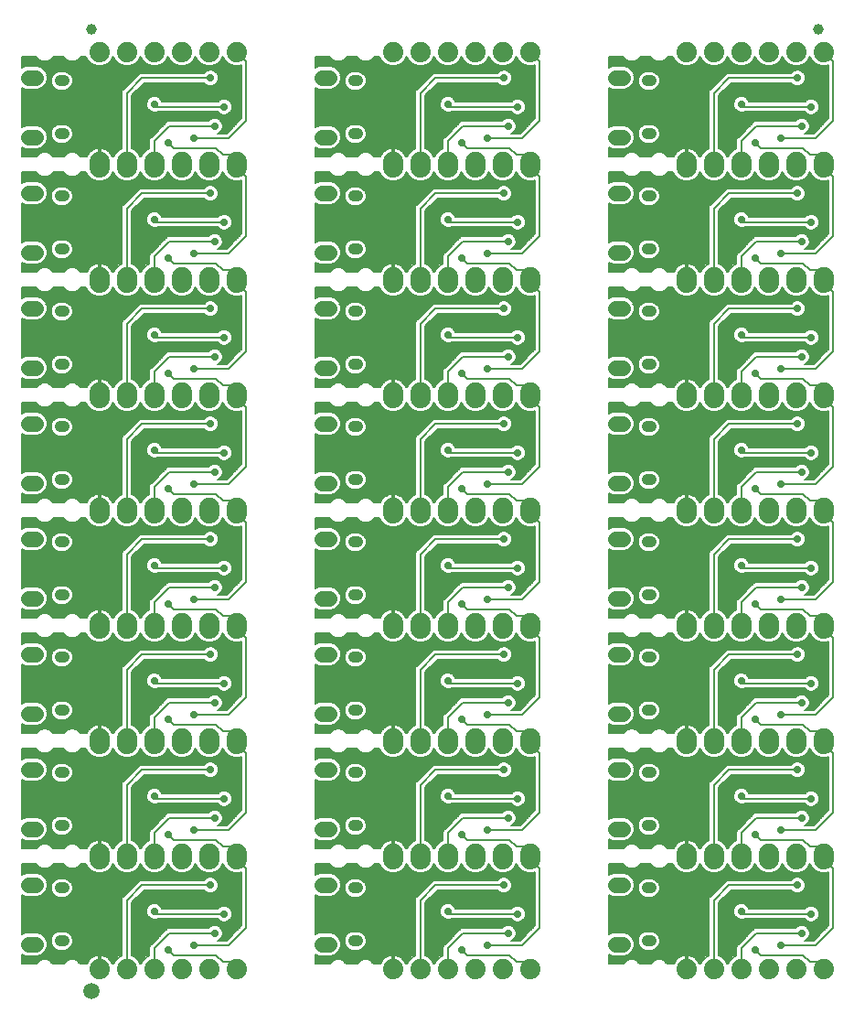
<source format=gbl>
G75*
%MOIN*%
%OFA0B0*%
%FSLAX25Y25*%
%IPPOS*%
%LPD*%
%AMOC8*
5,1,8,0,0,1.08239X$1,22.5*
%
%ADD10C,0.05512*%
%ADD11C,0.03937*%
%ADD12C,0.07400*%
%ADD13C,0.03937*%
%ADD14C,0.05906*%
%ADD15C,0.02900*%
%ADD16C,0.00600*%
D10*
X0032648Y0037726D02*
X0035404Y0037726D01*
X0035404Y0059380D02*
X0032648Y0059380D01*
X0032648Y0079726D02*
X0035404Y0079726D01*
X0035404Y0101380D02*
X0032648Y0101380D01*
X0032648Y0121726D02*
X0035404Y0121726D01*
X0035404Y0143380D02*
X0032648Y0143380D01*
X0032648Y0163726D02*
X0035404Y0163726D01*
X0035404Y0185380D02*
X0032648Y0185380D01*
X0032648Y0205726D02*
X0035404Y0205726D01*
X0035404Y0227380D02*
X0032648Y0227380D01*
X0032648Y0247726D02*
X0035404Y0247726D01*
X0035404Y0269380D02*
X0032648Y0269380D01*
X0032648Y0289726D02*
X0035404Y0289726D01*
X0035404Y0311380D02*
X0032648Y0311380D01*
X0032648Y0331726D02*
X0035404Y0331726D01*
X0035404Y0353380D02*
X0032648Y0353380D01*
X0139648Y0353380D02*
X0142404Y0353380D01*
X0142404Y0331726D02*
X0139648Y0331726D01*
X0139648Y0311380D02*
X0142404Y0311380D01*
X0142404Y0289726D02*
X0139648Y0289726D01*
X0139648Y0269380D02*
X0142404Y0269380D01*
X0142404Y0247726D02*
X0139648Y0247726D01*
X0139648Y0227380D02*
X0142404Y0227380D01*
X0142404Y0205726D02*
X0139648Y0205726D01*
X0139648Y0185380D02*
X0142404Y0185380D01*
X0142404Y0163726D02*
X0139648Y0163726D01*
X0139648Y0143380D02*
X0142404Y0143380D01*
X0142404Y0121726D02*
X0139648Y0121726D01*
X0139648Y0101380D02*
X0142404Y0101380D01*
X0142404Y0079726D02*
X0139648Y0079726D01*
X0139648Y0059380D02*
X0142404Y0059380D01*
X0142404Y0037726D02*
X0139648Y0037726D01*
X0246648Y0037726D02*
X0249404Y0037726D01*
X0249404Y0059380D02*
X0246648Y0059380D01*
X0246648Y0079726D02*
X0249404Y0079726D01*
X0249404Y0101380D02*
X0246648Y0101380D01*
X0246648Y0121726D02*
X0249404Y0121726D01*
X0249404Y0143380D02*
X0246648Y0143380D01*
X0246648Y0163726D02*
X0249404Y0163726D01*
X0249404Y0185380D02*
X0246648Y0185380D01*
X0246648Y0205726D02*
X0249404Y0205726D01*
X0249404Y0227380D02*
X0246648Y0227380D01*
X0246648Y0247726D02*
X0249404Y0247726D01*
X0249404Y0269380D02*
X0246648Y0269380D01*
X0246648Y0289726D02*
X0249404Y0289726D01*
X0249404Y0311380D02*
X0246648Y0311380D01*
X0246648Y0331726D02*
X0249404Y0331726D01*
X0249404Y0353380D02*
X0246648Y0353380D01*
D11*
X0258458Y0352199D02*
X0259640Y0352199D01*
X0258458Y0352199D02*
X0258458Y0352199D01*
X0259640Y0352199D01*
X0259640Y0352199D01*
X0259640Y0332907D02*
X0258458Y0332907D01*
X0258458Y0332907D01*
X0259640Y0332907D01*
X0259640Y0332907D01*
X0259640Y0310199D02*
X0258458Y0310199D01*
X0258458Y0310199D01*
X0259640Y0310199D01*
X0259640Y0310199D01*
X0259640Y0290907D02*
X0258458Y0290907D01*
X0258458Y0290907D01*
X0259640Y0290907D01*
X0259640Y0290907D01*
X0259640Y0268199D02*
X0258458Y0268199D01*
X0258458Y0268199D01*
X0259640Y0268199D01*
X0259640Y0268199D01*
X0259640Y0248907D02*
X0258458Y0248907D01*
X0258458Y0248907D01*
X0259640Y0248907D01*
X0259640Y0248907D01*
X0259640Y0226199D02*
X0258458Y0226199D01*
X0258458Y0226199D01*
X0259640Y0226199D01*
X0259640Y0226199D01*
X0259640Y0206907D02*
X0258458Y0206907D01*
X0258458Y0206907D01*
X0259640Y0206907D01*
X0259640Y0206907D01*
X0259640Y0184199D02*
X0258458Y0184199D01*
X0258458Y0184199D01*
X0259640Y0184199D01*
X0259640Y0184199D01*
X0259640Y0164907D02*
X0258458Y0164907D01*
X0258458Y0164907D01*
X0259640Y0164907D01*
X0259640Y0164907D01*
X0259640Y0142199D02*
X0258458Y0142199D01*
X0258458Y0142199D01*
X0259640Y0142199D01*
X0259640Y0142199D01*
X0259640Y0122907D02*
X0258458Y0122907D01*
X0258458Y0122907D01*
X0259640Y0122907D01*
X0259640Y0122907D01*
X0259640Y0100199D02*
X0258458Y0100199D01*
X0258458Y0100199D01*
X0259640Y0100199D01*
X0259640Y0100199D01*
X0259640Y0080907D02*
X0258458Y0080907D01*
X0258458Y0080907D01*
X0259640Y0080907D01*
X0259640Y0080907D01*
X0259640Y0058199D02*
X0258458Y0058199D01*
X0258458Y0058199D01*
X0259640Y0058199D01*
X0259640Y0058199D01*
X0259640Y0038907D02*
X0258458Y0038907D01*
X0258458Y0038907D01*
X0259640Y0038907D01*
X0259640Y0038907D01*
X0152640Y0038907D02*
X0151458Y0038907D01*
X0151458Y0038907D01*
X0152640Y0038907D01*
X0152640Y0038907D01*
X0152640Y0058199D02*
X0151458Y0058199D01*
X0151458Y0058199D01*
X0152640Y0058199D01*
X0152640Y0058199D01*
X0152640Y0080907D02*
X0151458Y0080907D01*
X0151458Y0080907D01*
X0152640Y0080907D01*
X0152640Y0080907D01*
X0152640Y0100199D02*
X0151458Y0100199D01*
X0151458Y0100199D01*
X0152640Y0100199D01*
X0152640Y0100199D01*
X0152640Y0122907D02*
X0151458Y0122907D01*
X0151458Y0122907D01*
X0152640Y0122907D01*
X0152640Y0122907D01*
X0152640Y0142199D02*
X0151458Y0142199D01*
X0151458Y0142199D01*
X0152640Y0142199D01*
X0152640Y0142199D01*
X0152640Y0164907D02*
X0151458Y0164907D01*
X0151458Y0164907D01*
X0152640Y0164907D01*
X0152640Y0164907D01*
X0152640Y0184199D02*
X0151458Y0184199D01*
X0151458Y0184199D01*
X0152640Y0184199D01*
X0152640Y0184199D01*
X0152640Y0206907D02*
X0151458Y0206907D01*
X0151458Y0206907D01*
X0152640Y0206907D01*
X0152640Y0206907D01*
X0152640Y0226199D02*
X0151458Y0226199D01*
X0151458Y0226199D01*
X0152640Y0226199D01*
X0152640Y0226199D01*
X0152640Y0248907D02*
X0151458Y0248907D01*
X0151458Y0248907D01*
X0152640Y0248907D01*
X0152640Y0248907D01*
X0152640Y0268199D02*
X0151458Y0268199D01*
X0151458Y0268199D01*
X0152640Y0268199D01*
X0152640Y0268199D01*
X0152640Y0290907D02*
X0151458Y0290907D01*
X0151458Y0290907D01*
X0152640Y0290907D01*
X0152640Y0290907D01*
X0152640Y0310199D02*
X0151458Y0310199D01*
X0151458Y0310199D01*
X0152640Y0310199D01*
X0152640Y0310199D01*
X0152640Y0332907D02*
X0151458Y0332907D01*
X0151458Y0332907D01*
X0152640Y0332907D01*
X0152640Y0332907D01*
X0152640Y0352199D02*
X0151458Y0352199D01*
X0151458Y0352199D01*
X0152640Y0352199D01*
X0152640Y0352199D01*
X0045640Y0352199D02*
X0044458Y0352199D01*
X0044458Y0352199D01*
X0045640Y0352199D01*
X0045640Y0352199D01*
X0045640Y0332907D02*
X0044458Y0332907D01*
X0044458Y0332907D01*
X0045640Y0332907D01*
X0045640Y0332907D01*
X0045640Y0310199D02*
X0044458Y0310199D01*
X0044458Y0310199D01*
X0045640Y0310199D01*
X0045640Y0310199D01*
X0045640Y0290907D02*
X0044458Y0290907D01*
X0044458Y0290907D01*
X0045640Y0290907D01*
X0045640Y0290907D01*
X0045640Y0268199D02*
X0044458Y0268199D01*
X0044458Y0268199D01*
X0045640Y0268199D01*
X0045640Y0268199D01*
X0045640Y0248907D02*
X0044458Y0248907D01*
X0044458Y0248907D01*
X0045640Y0248907D01*
X0045640Y0248907D01*
X0045640Y0226199D02*
X0044458Y0226199D01*
X0044458Y0226199D01*
X0045640Y0226199D01*
X0045640Y0226199D01*
X0045640Y0206907D02*
X0044458Y0206907D01*
X0044458Y0206907D01*
X0045640Y0206907D01*
X0045640Y0206907D01*
X0045640Y0184199D02*
X0044458Y0184199D01*
X0044458Y0184199D01*
X0045640Y0184199D01*
X0045640Y0184199D01*
X0045640Y0164907D02*
X0044458Y0164907D01*
X0044458Y0164907D01*
X0045640Y0164907D01*
X0045640Y0164907D01*
X0045640Y0142199D02*
X0044458Y0142199D01*
X0044458Y0142199D01*
X0045640Y0142199D01*
X0045640Y0142199D01*
X0045640Y0122907D02*
X0044458Y0122907D01*
X0044458Y0122907D01*
X0045640Y0122907D01*
X0045640Y0122907D01*
X0045640Y0100199D02*
X0044458Y0100199D01*
X0044458Y0100199D01*
X0045640Y0100199D01*
X0045640Y0100199D01*
X0045640Y0080907D02*
X0044458Y0080907D01*
X0044458Y0080907D01*
X0045640Y0080907D01*
X0045640Y0080907D01*
X0045640Y0058199D02*
X0044458Y0058199D01*
X0044458Y0058199D01*
X0045640Y0058199D01*
X0045640Y0058199D01*
X0045640Y0038907D02*
X0044458Y0038907D01*
X0044458Y0038907D01*
X0045640Y0038907D01*
X0045640Y0038907D01*
D12*
X0058750Y0028750D03*
X0068750Y0028750D03*
X0078750Y0028750D03*
X0088750Y0028750D03*
X0098750Y0028750D03*
X0108750Y0028750D03*
X0108750Y0068750D03*
X0108750Y0070750D03*
X0098750Y0070750D03*
X0098750Y0068750D03*
X0088750Y0068750D03*
X0088750Y0070750D03*
X0078750Y0070750D03*
X0078750Y0068750D03*
X0068750Y0068750D03*
X0068750Y0070750D03*
X0058750Y0070750D03*
X0058750Y0068750D03*
X0058750Y0110750D03*
X0058750Y0112750D03*
X0068750Y0112750D03*
X0068750Y0110750D03*
X0078750Y0110750D03*
X0078750Y0112750D03*
X0088750Y0112750D03*
X0088750Y0110750D03*
X0098750Y0110750D03*
X0098750Y0112750D03*
X0108750Y0112750D03*
X0108750Y0110750D03*
X0108750Y0152750D03*
X0108750Y0154750D03*
X0098750Y0154750D03*
X0098750Y0152750D03*
X0088750Y0152750D03*
X0088750Y0154750D03*
X0078750Y0154750D03*
X0078750Y0152750D03*
X0068750Y0152750D03*
X0068750Y0154750D03*
X0058750Y0154750D03*
X0058750Y0152750D03*
X0058750Y0194750D03*
X0058750Y0196750D03*
X0068750Y0196750D03*
X0068750Y0194750D03*
X0078750Y0194750D03*
X0078750Y0196750D03*
X0088750Y0196750D03*
X0088750Y0194750D03*
X0098750Y0194750D03*
X0098750Y0196750D03*
X0108750Y0196750D03*
X0108750Y0194750D03*
X0108750Y0236750D03*
X0108750Y0238750D03*
X0098750Y0238750D03*
X0098750Y0236750D03*
X0088750Y0236750D03*
X0088750Y0238750D03*
X0078750Y0238750D03*
X0078750Y0236750D03*
X0068750Y0236750D03*
X0068750Y0238750D03*
X0058750Y0238750D03*
X0058750Y0236750D03*
X0058750Y0278750D03*
X0058750Y0280750D03*
X0068750Y0280750D03*
X0068750Y0278750D03*
X0078750Y0278750D03*
X0078750Y0280750D03*
X0088750Y0280750D03*
X0088750Y0278750D03*
X0098750Y0278750D03*
X0098750Y0280750D03*
X0108750Y0280750D03*
X0108750Y0278750D03*
X0108750Y0320750D03*
X0108750Y0322750D03*
X0098750Y0322750D03*
X0098750Y0320750D03*
X0088750Y0320750D03*
X0088750Y0322750D03*
X0078750Y0322750D03*
X0078750Y0320750D03*
X0068750Y0320750D03*
X0068750Y0322750D03*
X0058750Y0322750D03*
X0058750Y0320750D03*
X0058750Y0362750D03*
X0068750Y0362750D03*
X0078750Y0362750D03*
X0088750Y0362750D03*
X0098750Y0362750D03*
X0108750Y0362750D03*
X0165750Y0362750D03*
X0175750Y0362750D03*
X0185750Y0362750D03*
X0195750Y0362750D03*
X0205750Y0362750D03*
X0215750Y0362750D03*
X0215750Y0322750D03*
X0215750Y0320750D03*
X0205750Y0320750D03*
X0205750Y0322750D03*
X0195750Y0322750D03*
X0195750Y0320750D03*
X0185750Y0320750D03*
X0185750Y0322750D03*
X0175750Y0322750D03*
X0175750Y0320750D03*
X0165750Y0320750D03*
X0165750Y0322750D03*
X0165750Y0280750D03*
X0165750Y0278750D03*
X0175750Y0278750D03*
X0175750Y0280750D03*
X0185750Y0280750D03*
X0185750Y0278750D03*
X0195750Y0278750D03*
X0195750Y0280750D03*
X0205750Y0280750D03*
X0205750Y0278750D03*
X0215750Y0278750D03*
X0215750Y0280750D03*
X0215750Y0238750D03*
X0215750Y0236750D03*
X0205750Y0236750D03*
X0205750Y0238750D03*
X0195750Y0238750D03*
X0195750Y0236750D03*
X0185750Y0236750D03*
X0185750Y0238750D03*
X0175750Y0238750D03*
X0175750Y0236750D03*
X0165750Y0236750D03*
X0165750Y0238750D03*
X0165750Y0196750D03*
X0165750Y0194750D03*
X0175750Y0194750D03*
X0175750Y0196750D03*
X0185750Y0196750D03*
X0185750Y0194750D03*
X0195750Y0194750D03*
X0195750Y0196750D03*
X0205750Y0196750D03*
X0205750Y0194750D03*
X0215750Y0194750D03*
X0215750Y0196750D03*
X0215750Y0154750D03*
X0215750Y0152750D03*
X0205750Y0152750D03*
X0205750Y0154750D03*
X0195750Y0154750D03*
X0195750Y0152750D03*
X0185750Y0152750D03*
X0185750Y0154750D03*
X0175750Y0154750D03*
X0175750Y0152750D03*
X0165750Y0152750D03*
X0165750Y0154750D03*
X0165750Y0112750D03*
X0165750Y0110750D03*
X0175750Y0110750D03*
X0175750Y0112750D03*
X0185750Y0112750D03*
X0185750Y0110750D03*
X0195750Y0110750D03*
X0195750Y0112750D03*
X0205750Y0112750D03*
X0205750Y0110750D03*
X0215750Y0110750D03*
X0215750Y0112750D03*
X0215750Y0070750D03*
X0215750Y0068750D03*
X0205750Y0068750D03*
X0205750Y0070750D03*
X0195750Y0070750D03*
X0195750Y0068750D03*
X0185750Y0068750D03*
X0185750Y0070750D03*
X0175750Y0070750D03*
X0175750Y0068750D03*
X0165750Y0068750D03*
X0165750Y0070750D03*
X0165750Y0028750D03*
X0175750Y0028750D03*
X0185750Y0028750D03*
X0195750Y0028750D03*
X0205750Y0028750D03*
X0215750Y0028750D03*
X0272750Y0028750D03*
X0282750Y0028750D03*
X0292750Y0028750D03*
X0302750Y0028750D03*
X0312750Y0028750D03*
X0322750Y0028750D03*
X0322750Y0068750D03*
X0322750Y0070750D03*
X0312750Y0070750D03*
X0312750Y0068750D03*
X0302750Y0068750D03*
X0302750Y0070750D03*
X0292750Y0070750D03*
X0292750Y0068750D03*
X0282750Y0068750D03*
X0282750Y0070750D03*
X0272750Y0070750D03*
X0272750Y0068750D03*
X0272750Y0110750D03*
X0272750Y0112750D03*
X0282750Y0112750D03*
X0282750Y0110750D03*
X0292750Y0110750D03*
X0292750Y0112750D03*
X0302750Y0112750D03*
X0302750Y0110750D03*
X0312750Y0110750D03*
X0312750Y0112750D03*
X0322750Y0112750D03*
X0322750Y0110750D03*
X0322750Y0152750D03*
X0322750Y0154750D03*
X0312750Y0154750D03*
X0312750Y0152750D03*
X0302750Y0152750D03*
X0302750Y0154750D03*
X0292750Y0154750D03*
X0292750Y0152750D03*
X0282750Y0152750D03*
X0282750Y0154750D03*
X0272750Y0154750D03*
X0272750Y0152750D03*
X0272750Y0194750D03*
X0272750Y0196750D03*
X0282750Y0196750D03*
X0282750Y0194750D03*
X0292750Y0194750D03*
X0292750Y0196750D03*
X0302750Y0196750D03*
X0302750Y0194750D03*
X0312750Y0194750D03*
X0312750Y0196750D03*
X0322750Y0196750D03*
X0322750Y0194750D03*
X0322750Y0236750D03*
X0322750Y0238750D03*
X0312750Y0238750D03*
X0312750Y0236750D03*
X0302750Y0236750D03*
X0302750Y0238750D03*
X0292750Y0238750D03*
X0292750Y0236750D03*
X0282750Y0236750D03*
X0282750Y0238750D03*
X0272750Y0238750D03*
X0272750Y0236750D03*
X0272750Y0278750D03*
X0272750Y0280750D03*
X0282750Y0280750D03*
X0282750Y0278750D03*
X0292750Y0278750D03*
X0292750Y0280750D03*
X0302750Y0280750D03*
X0302750Y0278750D03*
X0312750Y0278750D03*
X0312750Y0280750D03*
X0322750Y0280750D03*
X0322750Y0278750D03*
X0322750Y0320750D03*
X0322750Y0322750D03*
X0312750Y0322750D03*
X0312750Y0320750D03*
X0302750Y0320750D03*
X0302750Y0322750D03*
X0292750Y0322750D03*
X0292750Y0320750D03*
X0282750Y0320750D03*
X0282750Y0322750D03*
X0272750Y0322750D03*
X0272750Y0320750D03*
X0272750Y0362750D03*
X0282750Y0362750D03*
X0292750Y0362750D03*
X0302750Y0362750D03*
X0312750Y0362750D03*
X0322750Y0362750D03*
D13*
X0320750Y0371000D03*
X0055750Y0371000D03*
D14*
X0055750Y0020500D03*
D15*
X0053750Y0033750D03*
X0051250Y0049750D03*
X0063750Y0048750D03*
X0078750Y0049750D03*
X0078750Y0053750D03*
X0083750Y0035750D03*
X0093250Y0037250D03*
X0100750Y0041750D03*
X0104250Y0048750D03*
X0108750Y0048750D03*
X0099250Y0059250D03*
X0093250Y0079250D03*
X0100750Y0083750D03*
X0104250Y0090750D03*
X0108750Y0090750D03*
X0099250Y0101250D03*
X0078750Y0095750D03*
X0078750Y0091750D03*
X0083750Y0077750D03*
X0063750Y0090750D03*
X0051250Y0091750D03*
X0053750Y0075750D03*
X0053750Y0117750D03*
X0063750Y0132750D03*
X0051250Y0133750D03*
X0053750Y0159750D03*
X0051250Y0175750D03*
X0063750Y0174750D03*
X0078750Y0175750D03*
X0078750Y0179750D03*
X0083750Y0161750D03*
X0093250Y0163250D03*
X0100750Y0167750D03*
X0104250Y0174750D03*
X0108750Y0174750D03*
X0099250Y0185250D03*
X0093250Y0205250D03*
X0100750Y0209750D03*
X0104250Y0216750D03*
X0108750Y0216750D03*
X0099250Y0227250D03*
X0078750Y0221750D03*
X0078750Y0217750D03*
X0083750Y0203750D03*
X0063750Y0216750D03*
X0051250Y0217750D03*
X0053750Y0201750D03*
X0053750Y0243750D03*
X0051250Y0259750D03*
X0063750Y0258750D03*
X0078750Y0259750D03*
X0078750Y0263750D03*
X0083750Y0245750D03*
X0093250Y0247250D03*
X0100750Y0251750D03*
X0104250Y0258750D03*
X0108750Y0258750D03*
X0099250Y0269250D03*
X0083750Y0287750D03*
X0093250Y0289250D03*
X0100750Y0293750D03*
X0104250Y0300750D03*
X0108750Y0300750D03*
X0099250Y0311250D03*
X0093250Y0331250D03*
X0100750Y0335750D03*
X0104250Y0342750D03*
X0108750Y0342750D03*
X0099250Y0353250D03*
X0078750Y0347750D03*
X0078750Y0343750D03*
X0083750Y0329750D03*
X0063750Y0342750D03*
X0051250Y0343750D03*
X0053750Y0327750D03*
X0051250Y0301750D03*
X0063750Y0300750D03*
X0078750Y0301750D03*
X0078750Y0305750D03*
X0053750Y0285750D03*
X0158250Y0301750D03*
X0170750Y0300750D03*
X0185750Y0301750D03*
X0185750Y0305750D03*
X0200250Y0289250D03*
X0207750Y0293750D03*
X0211250Y0300750D03*
X0215750Y0300750D03*
X0206250Y0311250D03*
X0200250Y0331250D03*
X0207750Y0335750D03*
X0211250Y0342750D03*
X0215750Y0342750D03*
X0206250Y0353250D03*
X0185750Y0347750D03*
X0185750Y0343750D03*
X0190750Y0329750D03*
X0170750Y0342750D03*
X0158250Y0343750D03*
X0160750Y0327750D03*
X0160750Y0285750D03*
X0185750Y0263750D03*
X0185750Y0259750D03*
X0190750Y0245750D03*
X0200250Y0247250D03*
X0207750Y0251750D03*
X0211250Y0258750D03*
X0215750Y0258750D03*
X0206250Y0269250D03*
X0190750Y0287750D03*
X0170750Y0258750D03*
X0158250Y0259750D03*
X0160750Y0243750D03*
X0185750Y0221750D03*
X0185750Y0217750D03*
X0190750Y0203750D03*
X0200250Y0205250D03*
X0207750Y0209750D03*
X0211250Y0216750D03*
X0215750Y0216750D03*
X0206250Y0227250D03*
X0170750Y0216750D03*
X0158250Y0217750D03*
X0160750Y0201750D03*
X0185750Y0179750D03*
X0185750Y0175750D03*
X0190750Y0161750D03*
X0200250Y0163250D03*
X0207750Y0167750D03*
X0211250Y0174750D03*
X0215750Y0174750D03*
X0206250Y0185250D03*
X0170750Y0174750D03*
X0158250Y0175750D03*
X0160750Y0159750D03*
X0158250Y0133750D03*
X0170750Y0132750D03*
X0185750Y0133750D03*
X0185750Y0137750D03*
X0190750Y0119750D03*
X0200250Y0121250D03*
X0207750Y0125750D03*
X0211250Y0132750D03*
X0215750Y0132750D03*
X0206250Y0143250D03*
X0206250Y0101250D03*
X0211250Y0090750D03*
X0215750Y0090750D03*
X0207750Y0083750D03*
X0200250Y0079250D03*
X0190750Y0077750D03*
X0185750Y0091750D03*
X0185750Y0095750D03*
X0170750Y0090750D03*
X0158250Y0091750D03*
X0160750Y0075750D03*
X0185750Y0053750D03*
X0185750Y0049750D03*
X0190750Y0035750D03*
X0200250Y0037250D03*
X0207750Y0041750D03*
X0211250Y0048750D03*
X0215750Y0048750D03*
X0206250Y0059250D03*
X0170750Y0048750D03*
X0158250Y0049750D03*
X0160750Y0033750D03*
X0160750Y0117750D03*
X0108750Y0132750D03*
X0104250Y0132750D03*
X0100750Y0125750D03*
X0093250Y0121250D03*
X0083750Y0119750D03*
X0078750Y0133750D03*
X0078750Y0137750D03*
X0099250Y0143250D03*
X0265250Y0133750D03*
X0277750Y0132750D03*
X0292750Y0133750D03*
X0292750Y0137750D03*
X0307250Y0121250D03*
X0314750Y0125750D03*
X0318250Y0132750D03*
X0322750Y0132750D03*
X0313250Y0143250D03*
X0307250Y0163250D03*
X0314750Y0167750D03*
X0318250Y0174750D03*
X0322750Y0174750D03*
X0313250Y0185250D03*
X0307250Y0205250D03*
X0314750Y0209750D03*
X0318250Y0216750D03*
X0322750Y0216750D03*
X0313250Y0227250D03*
X0292750Y0221750D03*
X0292750Y0217750D03*
X0297750Y0203750D03*
X0277750Y0216750D03*
X0265250Y0217750D03*
X0267750Y0201750D03*
X0265250Y0175750D03*
X0277750Y0174750D03*
X0292750Y0175750D03*
X0292750Y0179750D03*
X0297750Y0161750D03*
X0267750Y0159750D03*
X0267750Y0117750D03*
X0265250Y0091750D03*
X0277750Y0090750D03*
X0292750Y0091750D03*
X0292750Y0095750D03*
X0297750Y0077750D03*
X0307250Y0079250D03*
X0314750Y0083750D03*
X0318250Y0090750D03*
X0322750Y0090750D03*
X0313250Y0101250D03*
X0297750Y0119750D03*
X0267750Y0075750D03*
X0265250Y0049750D03*
X0277750Y0048750D03*
X0292750Y0049750D03*
X0292750Y0053750D03*
X0297750Y0035750D03*
X0307250Y0037250D03*
X0314750Y0041750D03*
X0318250Y0048750D03*
X0322750Y0048750D03*
X0313250Y0059250D03*
X0267750Y0033750D03*
X0267750Y0243750D03*
X0265250Y0259750D03*
X0277750Y0258750D03*
X0292750Y0259750D03*
X0292750Y0263750D03*
X0297750Y0245750D03*
X0307250Y0247250D03*
X0314750Y0251750D03*
X0318250Y0258750D03*
X0322750Y0258750D03*
X0313250Y0269250D03*
X0297750Y0287750D03*
X0307250Y0289250D03*
X0314750Y0293750D03*
X0318250Y0300750D03*
X0322750Y0300750D03*
X0313250Y0311250D03*
X0307250Y0331250D03*
X0314750Y0335750D03*
X0318250Y0342750D03*
X0322750Y0342750D03*
X0313250Y0353250D03*
X0292750Y0347750D03*
X0292750Y0343750D03*
X0297750Y0329750D03*
X0277750Y0342750D03*
X0265250Y0343750D03*
X0267750Y0327750D03*
X0265250Y0301750D03*
X0277750Y0300750D03*
X0292750Y0301750D03*
X0292750Y0305750D03*
X0267750Y0285750D03*
D16*
X0030550Y0033989D02*
X0030550Y0030550D01*
X0035707Y0030550D01*
X0035783Y0030733D01*
X0036767Y0031717D01*
X0038054Y0032250D01*
X0039446Y0032250D01*
X0040733Y0031717D01*
X0041717Y0030733D01*
X0041793Y0030550D01*
X0045707Y0030550D01*
X0045783Y0030733D01*
X0046767Y0031717D01*
X0048054Y0032250D01*
X0049446Y0032250D01*
X0050733Y0031717D01*
X0051717Y0030733D01*
X0051793Y0030550D01*
X0054078Y0030550D01*
X0054116Y0030669D01*
X0054474Y0031371D01*
X0054936Y0032007D01*
X0055493Y0032564D01*
X0056129Y0033026D01*
X0056831Y0033384D01*
X0057579Y0033627D01*
X0058356Y0033750D01*
X0058450Y0033750D01*
X0058450Y0030550D01*
X0059050Y0030550D01*
X0059050Y0033750D01*
X0059144Y0033750D01*
X0059921Y0033627D01*
X0060669Y0033384D01*
X0061371Y0033026D01*
X0062007Y0032564D01*
X0062564Y0032007D01*
X0063026Y0031371D01*
X0063384Y0030669D01*
X0063422Y0030550D01*
X0063867Y0030550D01*
X0064342Y0031696D01*
X0065804Y0033158D01*
X0066950Y0033633D01*
X0066950Y0054496D01*
X0068004Y0055550D01*
X0073504Y0061050D01*
X0096878Y0061050D01*
X0097579Y0061751D01*
X0098663Y0062200D01*
X0099837Y0062200D01*
X0100921Y0061751D01*
X0101751Y0060921D01*
X0102200Y0059837D01*
X0102200Y0058663D01*
X0101751Y0057579D01*
X0100921Y0056749D01*
X0099837Y0056300D01*
X0098663Y0056300D01*
X0097579Y0056749D01*
X0096878Y0057450D01*
X0074996Y0057450D01*
X0070550Y0053004D01*
X0070550Y0033633D01*
X0071696Y0033158D01*
X0073158Y0031696D01*
X0073633Y0030550D01*
X0073867Y0030550D01*
X0074342Y0031696D01*
X0075804Y0033158D01*
X0076950Y0033633D01*
X0076950Y0036996D01*
X0078004Y0038050D01*
X0083504Y0043550D01*
X0098378Y0043550D01*
X0099079Y0044251D01*
X0100163Y0044700D01*
X0101337Y0044700D01*
X0102421Y0044251D01*
X0103251Y0043421D01*
X0103700Y0042337D01*
X0103700Y0041163D01*
X0103251Y0040079D01*
X0102421Y0039249D01*
X0101940Y0039050D01*
X0105004Y0039050D01*
X0110450Y0044496D01*
X0110450Y0063826D01*
X0109784Y0063550D01*
X0107716Y0063550D01*
X0105804Y0064342D01*
X0104342Y0065804D01*
X0103867Y0066950D01*
X0103633Y0066950D01*
X0103158Y0065804D01*
X0101696Y0064342D01*
X0099784Y0063550D01*
X0097716Y0063550D01*
X0095804Y0064342D01*
X0094342Y0065804D01*
X0093867Y0066950D01*
X0093633Y0066950D01*
X0093158Y0065804D01*
X0091696Y0064342D01*
X0089784Y0063550D01*
X0087716Y0063550D01*
X0085804Y0064342D01*
X0084342Y0065804D01*
X0083867Y0066950D01*
X0083633Y0066950D01*
X0083158Y0065804D01*
X0081696Y0064342D01*
X0079784Y0063550D01*
X0077716Y0063550D01*
X0075804Y0064342D01*
X0074342Y0065804D01*
X0073867Y0066950D01*
X0073633Y0066950D01*
X0073158Y0065804D01*
X0071696Y0064342D01*
X0069784Y0063550D01*
X0067716Y0063550D01*
X0065804Y0064342D01*
X0064342Y0065804D01*
X0063867Y0066950D01*
X0063633Y0066950D01*
X0063158Y0065804D01*
X0061696Y0064342D01*
X0059784Y0063550D01*
X0057716Y0063550D01*
X0055804Y0064342D01*
X0054342Y0065804D01*
X0053867Y0066950D01*
X0051793Y0066950D01*
X0051717Y0066767D01*
X0050733Y0065783D01*
X0049446Y0065250D01*
X0048054Y0065250D01*
X0046767Y0065783D01*
X0045783Y0066767D01*
X0045707Y0066950D01*
X0041793Y0066950D01*
X0041717Y0066767D01*
X0040733Y0065783D01*
X0039446Y0065250D01*
X0038054Y0065250D01*
X0036767Y0065783D01*
X0035783Y0066767D01*
X0035707Y0066950D01*
X0030550Y0066950D01*
X0030550Y0063118D01*
X0031801Y0063636D01*
X0036250Y0063636D01*
X0037814Y0062988D01*
X0039012Y0061791D01*
X0039659Y0060226D01*
X0039659Y0058533D01*
X0039012Y0056969D01*
X0037814Y0055772D01*
X0036250Y0055124D01*
X0031801Y0055124D01*
X0030550Y0055642D01*
X0030550Y0041464D01*
X0031801Y0041982D01*
X0036250Y0041982D01*
X0037814Y0041334D01*
X0039012Y0040137D01*
X0039659Y0038573D01*
X0039659Y0036880D01*
X0039012Y0035316D01*
X0037814Y0034118D01*
X0036250Y0033470D01*
X0031801Y0033470D01*
X0030550Y0033989D01*
X0030550Y0033538D02*
X0031638Y0033538D01*
X0030550Y0032940D02*
X0056010Y0032940D01*
X0055270Y0032341D02*
X0030550Y0032341D01*
X0030550Y0031743D02*
X0036829Y0031743D01*
X0036194Y0031144D02*
X0030550Y0031144D01*
X0036413Y0033538D02*
X0057306Y0033538D01*
X0058450Y0033538D02*
X0059050Y0033538D01*
X0059050Y0032940D02*
X0058450Y0032940D01*
X0058450Y0032341D02*
X0059050Y0032341D01*
X0059050Y0031743D02*
X0058450Y0031743D01*
X0058450Y0031144D02*
X0059050Y0031144D01*
X0060194Y0033538D02*
X0066721Y0033538D01*
X0066950Y0034137D02*
X0037833Y0034137D01*
X0038431Y0034735D02*
X0066950Y0034735D01*
X0066950Y0035334D02*
X0039019Y0035334D01*
X0039267Y0035932D02*
X0042578Y0035932D01*
X0042494Y0035967D02*
X0043769Y0035439D01*
X0046330Y0035439D01*
X0047605Y0035967D01*
X0048580Y0036943D01*
X0049108Y0038218D01*
X0049108Y0039597D01*
X0048580Y0040872D01*
X0047605Y0041848D01*
X0046330Y0042376D01*
X0043769Y0042376D01*
X0042494Y0041848D01*
X0041518Y0040872D01*
X0040990Y0039597D01*
X0040990Y0038218D01*
X0041518Y0036943D01*
X0042494Y0035967D01*
X0041930Y0036531D02*
X0039515Y0036531D01*
X0039659Y0037129D02*
X0041441Y0037129D01*
X0041193Y0037728D02*
X0039659Y0037728D01*
X0039659Y0038326D02*
X0040990Y0038326D01*
X0040990Y0038925D02*
X0039514Y0038925D01*
X0039266Y0039523D02*
X0040990Y0039523D01*
X0041207Y0040122D02*
X0039018Y0040122D01*
X0038428Y0040720D02*
X0041455Y0040720D01*
X0041965Y0041319D02*
X0037830Y0041319D01*
X0036407Y0041917D02*
X0042661Y0041917D01*
X0047437Y0041917D02*
X0066950Y0041917D01*
X0066950Y0041319D02*
X0048134Y0041319D01*
X0048643Y0040720D02*
X0066950Y0040720D01*
X0066950Y0040122D02*
X0048891Y0040122D01*
X0049108Y0039523D02*
X0066950Y0039523D01*
X0066950Y0038925D02*
X0049108Y0038925D01*
X0049108Y0038326D02*
X0066950Y0038326D01*
X0066950Y0037728D02*
X0048905Y0037728D01*
X0048657Y0037129D02*
X0066950Y0037129D01*
X0066950Y0036531D02*
X0048168Y0036531D01*
X0047520Y0035932D02*
X0066950Y0035932D01*
X0065586Y0032940D02*
X0061490Y0032940D01*
X0062230Y0032341D02*
X0064987Y0032341D01*
X0064389Y0031743D02*
X0062756Y0031743D01*
X0063142Y0031144D02*
X0064113Y0031144D01*
X0068750Y0028750D02*
X0068750Y0053750D01*
X0074250Y0059250D01*
X0099250Y0059250D01*
X0102200Y0059274D02*
X0110450Y0059274D01*
X0110450Y0058676D02*
X0102200Y0058676D01*
X0101957Y0058077D02*
X0110450Y0058077D01*
X0110450Y0057479D02*
X0101650Y0057479D01*
X0101052Y0056880D02*
X0110450Y0056880D01*
X0110450Y0056282D02*
X0073827Y0056282D01*
X0074426Y0056880D02*
X0097448Y0056880D01*
X0096898Y0061070D02*
X0047674Y0061070D01*
X0047605Y0061139D02*
X0046330Y0061667D01*
X0043769Y0061667D01*
X0042494Y0061139D01*
X0041518Y0060164D01*
X0040990Y0058889D01*
X0040990Y0057509D01*
X0041518Y0056234D01*
X0042494Y0055258D01*
X0043769Y0054730D01*
X0046330Y0054730D01*
X0047605Y0055258D01*
X0048580Y0056234D01*
X0049108Y0057509D01*
X0049108Y0058889D01*
X0048580Y0060164D01*
X0047605Y0061139D01*
X0048273Y0060471D02*
X0072926Y0060471D01*
X0072327Y0059873D02*
X0048701Y0059873D01*
X0048949Y0059274D02*
X0071728Y0059274D01*
X0071130Y0058676D02*
X0049108Y0058676D01*
X0049108Y0058077D02*
X0070531Y0058077D01*
X0069933Y0057479D02*
X0049096Y0057479D01*
X0048848Y0056880D02*
X0069334Y0056880D01*
X0068736Y0056282D02*
X0048600Y0056282D01*
X0048029Y0055683D02*
X0068137Y0055683D01*
X0067539Y0055084D02*
X0047185Y0055084D01*
X0042914Y0055084D02*
X0030550Y0055084D01*
X0030550Y0054486D02*
X0066950Y0054486D01*
X0066950Y0053887D02*
X0030550Y0053887D01*
X0030550Y0053289D02*
X0066950Y0053289D01*
X0066950Y0052690D02*
X0030550Y0052690D01*
X0030550Y0052092D02*
X0066950Y0052092D01*
X0066950Y0051493D02*
X0030550Y0051493D01*
X0030550Y0050895D02*
X0066950Y0050895D01*
X0066950Y0050296D02*
X0030550Y0050296D01*
X0030550Y0049698D02*
X0066950Y0049698D01*
X0066950Y0049099D02*
X0030550Y0049099D01*
X0030550Y0048501D02*
X0066950Y0048501D01*
X0066950Y0047902D02*
X0030550Y0047902D01*
X0030550Y0047304D02*
X0066950Y0047304D01*
X0066950Y0046705D02*
X0030550Y0046705D01*
X0030550Y0046107D02*
X0066950Y0046107D01*
X0066950Y0045508D02*
X0030550Y0045508D01*
X0030550Y0044910D02*
X0066950Y0044910D01*
X0066950Y0044311D02*
X0030550Y0044311D01*
X0030550Y0043713D02*
X0066950Y0043713D01*
X0066950Y0043114D02*
X0030550Y0043114D01*
X0030550Y0042516D02*
X0066950Y0042516D01*
X0070550Y0042516D02*
X0082470Y0042516D01*
X0083069Y0043114D02*
X0070550Y0043114D01*
X0070550Y0043713D02*
X0098541Y0043713D01*
X0099225Y0044311D02*
X0070550Y0044311D01*
X0070550Y0044910D02*
X0110450Y0044910D01*
X0110450Y0045508D02*
X0070550Y0045508D01*
X0070550Y0046107D02*
X0102922Y0046107D01*
X0102579Y0046249D02*
X0103663Y0045800D01*
X0104837Y0045800D01*
X0105921Y0046249D01*
X0106751Y0047079D01*
X0107200Y0048163D01*
X0107200Y0049337D01*
X0106751Y0050421D01*
X0105921Y0051251D01*
X0104837Y0051700D01*
X0103663Y0051700D01*
X0102579Y0051251D01*
X0101878Y0050550D01*
X0081612Y0050550D01*
X0081251Y0051421D01*
X0080421Y0052251D01*
X0079337Y0052700D01*
X0078163Y0052700D01*
X0077079Y0052251D01*
X0076249Y0051421D01*
X0075800Y0050337D01*
X0075800Y0049163D01*
X0076249Y0048079D01*
X0077079Y0047249D01*
X0078163Y0046800D01*
X0079337Y0046800D01*
X0079699Y0046950D01*
X0101878Y0046950D01*
X0102579Y0046249D01*
X0102123Y0046705D02*
X0070550Y0046705D01*
X0070550Y0047304D02*
X0077024Y0047304D01*
X0076426Y0047902D02*
X0070550Y0047902D01*
X0070550Y0048501D02*
X0076074Y0048501D01*
X0075826Y0049099D02*
X0070550Y0049099D01*
X0070550Y0049698D02*
X0075800Y0049698D01*
X0075800Y0050296D02*
X0070550Y0050296D01*
X0070550Y0050895D02*
X0076031Y0050895D01*
X0076322Y0051493D02*
X0070550Y0051493D01*
X0070550Y0052092D02*
X0076920Y0052092D01*
X0078140Y0052690D02*
X0070550Y0052690D01*
X0070835Y0053289D02*
X0110450Y0053289D01*
X0110450Y0053887D02*
X0071433Y0053887D01*
X0072032Y0054486D02*
X0110450Y0054486D01*
X0110450Y0055084D02*
X0072630Y0055084D01*
X0073229Y0055683D02*
X0110450Y0055683D01*
X0110450Y0052690D02*
X0079360Y0052690D01*
X0080580Y0052092D02*
X0110450Y0052092D01*
X0110450Y0051493D02*
X0105335Y0051493D01*
X0106277Y0050895D02*
X0110450Y0050895D01*
X0110450Y0050296D02*
X0106803Y0050296D01*
X0107050Y0049698D02*
X0110450Y0049698D01*
X0110450Y0049099D02*
X0107200Y0049099D01*
X0107200Y0048501D02*
X0110450Y0048501D01*
X0110450Y0047902D02*
X0107092Y0047902D01*
X0106844Y0047304D02*
X0110450Y0047304D01*
X0110450Y0046705D02*
X0106377Y0046705D01*
X0105578Y0046107D02*
X0110450Y0046107D01*
X0110266Y0044311D02*
X0102275Y0044311D01*
X0102959Y0043713D02*
X0109667Y0043713D01*
X0109069Y0043114D02*
X0103378Y0043114D01*
X0103626Y0042516D02*
X0108470Y0042516D01*
X0107872Y0041917D02*
X0103700Y0041917D01*
X0103700Y0041319D02*
X0107273Y0041319D01*
X0106675Y0040720D02*
X0103516Y0040720D01*
X0103269Y0040122D02*
X0106076Y0040122D01*
X0105478Y0039523D02*
X0102695Y0039523D01*
X0100750Y0041750D02*
X0084250Y0041750D01*
X0078750Y0036250D01*
X0078750Y0028750D01*
X0076721Y0033538D02*
X0070779Y0033538D01*
X0070550Y0034137D02*
X0076950Y0034137D01*
X0076950Y0034735D02*
X0070550Y0034735D01*
X0070550Y0035334D02*
X0076950Y0035334D01*
X0076950Y0035932D02*
X0070550Y0035932D01*
X0070550Y0036531D02*
X0076950Y0036531D01*
X0077084Y0037129D02*
X0070550Y0037129D01*
X0070550Y0037728D02*
X0077682Y0037728D01*
X0078281Y0038326D02*
X0070550Y0038326D01*
X0070550Y0038925D02*
X0078879Y0038925D01*
X0079478Y0039523D02*
X0070550Y0039523D01*
X0070550Y0040122D02*
X0080076Y0040122D01*
X0080675Y0040720D02*
X0070550Y0040720D01*
X0070550Y0041319D02*
X0081273Y0041319D01*
X0081872Y0041917D02*
X0070550Y0041917D01*
X0071914Y0032940D02*
X0075586Y0032940D01*
X0074987Y0032341D02*
X0072513Y0032341D01*
X0073111Y0031743D02*
X0074389Y0031743D01*
X0074113Y0031144D02*
X0073387Y0031144D01*
X0083750Y0035750D02*
X0085750Y0033750D01*
X0101250Y0033750D01*
X0103750Y0031250D01*
X0106250Y0031250D01*
X0108750Y0028750D01*
X0105750Y0037250D02*
X0093250Y0037250D01*
X0105750Y0037250D02*
X0112250Y0043750D01*
X0112250Y0065250D01*
X0108750Y0068750D01*
X0108750Y0070750D02*
X0106250Y0073250D01*
X0103750Y0073250D01*
X0101250Y0075750D01*
X0085750Y0075750D01*
X0083750Y0077750D01*
X0078750Y0078250D02*
X0084250Y0083750D01*
X0100750Y0083750D01*
X0103473Y0082616D02*
X0106570Y0082616D01*
X0105972Y0082018D02*
X0103189Y0082018D01*
X0103251Y0082079D02*
X0103700Y0083163D01*
X0103700Y0084337D01*
X0103251Y0085421D01*
X0102421Y0086251D01*
X0101337Y0086700D01*
X0100163Y0086700D01*
X0099079Y0086251D01*
X0098378Y0085550D01*
X0083504Y0085550D01*
X0078004Y0080050D01*
X0076950Y0078996D01*
X0076950Y0075633D01*
X0075804Y0075158D01*
X0074342Y0073696D01*
X0073867Y0072550D01*
X0073633Y0072550D01*
X0073158Y0073696D01*
X0071696Y0075158D01*
X0070550Y0075633D01*
X0070550Y0095004D01*
X0074996Y0099450D01*
X0096878Y0099450D01*
X0097579Y0098749D01*
X0098663Y0098300D01*
X0099837Y0098300D01*
X0100921Y0098749D01*
X0101751Y0099579D01*
X0102200Y0100663D01*
X0102200Y0101837D01*
X0101751Y0102921D01*
X0100921Y0103751D01*
X0099837Y0104200D01*
X0098663Y0104200D01*
X0097579Y0103751D01*
X0096878Y0103050D01*
X0073504Y0103050D01*
X0068004Y0097550D01*
X0066950Y0096496D01*
X0066950Y0075633D01*
X0065804Y0075158D01*
X0064342Y0073696D01*
X0063867Y0072550D01*
X0063422Y0072550D01*
X0063384Y0072669D01*
X0063026Y0073371D01*
X0062564Y0074007D01*
X0062007Y0074564D01*
X0061371Y0075026D01*
X0060669Y0075384D01*
X0059921Y0075627D01*
X0059144Y0075750D01*
X0059050Y0075750D01*
X0059050Y0073950D01*
X0058450Y0073950D01*
X0058450Y0075750D01*
X0058356Y0075750D01*
X0057579Y0075627D01*
X0056831Y0075384D01*
X0056129Y0075026D01*
X0055493Y0074564D01*
X0054936Y0074007D01*
X0054474Y0073371D01*
X0054116Y0072669D01*
X0054078Y0072550D01*
X0051793Y0072550D01*
X0051717Y0072733D01*
X0050733Y0073717D01*
X0049446Y0074250D01*
X0048054Y0074250D01*
X0046767Y0073717D01*
X0045783Y0072733D01*
X0045707Y0072550D01*
X0041793Y0072550D01*
X0041717Y0072733D01*
X0040733Y0073717D01*
X0039446Y0074250D01*
X0038054Y0074250D01*
X0036767Y0073717D01*
X0035783Y0072733D01*
X0035707Y0072550D01*
X0030550Y0072550D01*
X0030550Y0075989D01*
X0031801Y0075470D01*
X0036250Y0075470D01*
X0037814Y0076118D01*
X0039012Y0077316D01*
X0039659Y0078880D01*
X0039659Y0080573D01*
X0039012Y0082137D01*
X0037814Y0083334D01*
X0036250Y0083982D01*
X0031801Y0083982D01*
X0030550Y0083464D01*
X0030550Y0097642D01*
X0031801Y0097124D01*
X0036250Y0097124D01*
X0037814Y0097772D01*
X0039012Y0098969D01*
X0039659Y0100533D01*
X0039659Y0102226D01*
X0039012Y0103791D01*
X0037814Y0104988D01*
X0036250Y0105636D01*
X0031801Y0105636D01*
X0030550Y0105118D01*
X0030550Y0108950D01*
X0035707Y0108950D01*
X0035783Y0108767D01*
X0036767Y0107783D01*
X0038054Y0107250D01*
X0039446Y0107250D01*
X0040733Y0107783D01*
X0041717Y0108767D01*
X0041793Y0108950D01*
X0045707Y0108950D01*
X0045783Y0108767D01*
X0046767Y0107783D01*
X0048054Y0107250D01*
X0049446Y0107250D01*
X0050733Y0107783D01*
X0051717Y0108767D01*
X0051793Y0108950D01*
X0053867Y0108950D01*
X0054342Y0107804D01*
X0055804Y0106342D01*
X0057716Y0105550D01*
X0059784Y0105550D01*
X0061696Y0106342D01*
X0063158Y0107804D01*
X0063633Y0108950D01*
X0063867Y0108950D01*
X0064342Y0107804D01*
X0065804Y0106342D01*
X0067716Y0105550D01*
X0069784Y0105550D01*
X0071696Y0106342D01*
X0073158Y0107804D01*
X0073633Y0108950D01*
X0073867Y0108950D01*
X0074342Y0107804D01*
X0075804Y0106342D01*
X0077716Y0105550D01*
X0079784Y0105550D01*
X0081696Y0106342D01*
X0083158Y0107804D01*
X0083633Y0108950D01*
X0083867Y0108950D01*
X0084342Y0107804D01*
X0085804Y0106342D01*
X0087716Y0105550D01*
X0089784Y0105550D01*
X0091696Y0106342D01*
X0093158Y0107804D01*
X0093633Y0108950D01*
X0093867Y0108950D01*
X0094342Y0107804D01*
X0095804Y0106342D01*
X0097716Y0105550D01*
X0099784Y0105550D01*
X0101696Y0106342D01*
X0103158Y0107804D01*
X0103633Y0108950D01*
X0103867Y0108950D01*
X0104342Y0107804D01*
X0105804Y0106342D01*
X0107716Y0105550D01*
X0109784Y0105550D01*
X0110450Y0105826D01*
X0110450Y0086496D01*
X0105004Y0081050D01*
X0101940Y0081050D01*
X0102421Y0081249D01*
X0103251Y0082079D01*
X0102591Y0081419D02*
X0105373Y0081419D01*
X0105750Y0079250D02*
X0093250Y0079250D01*
X0098437Y0085609D02*
X0070550Y0085609D01*
X0070550Y0086207D02*
X0099035Y0086207D01*
X0102465Y0086207D02*
X0110162Y0086207D01*
X0110450Y0086806D02*
X0070550Y0086806D01*
X0070550Y0087404D02*
X0110450Y0087404D01*
X0110450Y0088003D02*
X0105326Y0088003D01*
X0104837Y0087800D02*
X0105921Y0088249D01*
X0106751Y0089079D01*
X0107200Y0090163D01*
X0107200Y0091337D01*
X0106751Y0092421D01*
X0105921Y0093251D01*
X0104837Y0093700D01*
X0103663Y0093700D01*
X0102579Y0093251D01*
X0101878Y0092550D01*
X0081612Y0092550D01*
X0081251Y0093421D01*
X0080421Y0094251D01*
X0079337Y0094700D01*
X0078163Y0094700D01*
X0077079Y0094251D01*
X0076249Y0093421D01*
X0075800Y0092337D01*
X0075800Y0091163D01*
X0076249Y0090079D01*
X0077079Y0089249D01*
X0078163Y0088800D01*
X0079337Y0088800D01*
X0079699Y0088950D01*
X0101878Y0088950D01*
X0102579Y0088249D01*
X0103663Y0087800D01*
X0104837Y0087800D01*
X0106273Y0088601D02*
X0110450Y0088601D01*
X0110450Y0089200D02*
X0106801Y0089200D01*
X0107049Y0089798D02*
X0110450Y0089798D01*
X0110450Y0090397D02*
X0107200Y0090397D01*
X0107200Y0090995D02*
X0110450Y0090995D01*
X0110450Y0091594D02*
X0107094Y0091594D01*
X0106846Y0092192D02*
X0110450Y0092192D01*
X0110450Y0092791D02*
X0106381Y0092791D01*
X0105587Y0093389D02*
X0110450Y0093389D01*
X0110450Y0093988D02*
X0080684Y0093988D01*
X0081264Y0093389D02*
X0102913Y0093389D01*
X0102119Y0092791D02*
X0081512Y0092791D01*
X0079611Y0094586D02*
X0110450Y0094586D01*
X0110450Y0095185D02*
X0070730Y0095185D01*
X0070550Y0094586D02*
X0077889Y0094586D01*
X0076816Y0093988D02*
X0070550Y0093988D01*
X0070550Y0093389D02*
X0076236Y0093389D01*
X0075988Y0092791D02*
X0070550Y0092791D01*
X0070550Y0092192D02*
X0075800Y0092192D01*
X0075800Y0091594D02*
X0070550Y0091594D01*
X0070550Y0090995D02*
X0075870Y0090995D01*
X0076118Y0090397D02*
X0070550Y0090397D01*
X0070550Y0089798D02*
X0076530Y0089798D01*
X0077198Y0089200D02*
X0070550Y0089200D01*
X0070550Y0088601D02*
X0102227Y0088601D01*
X0103174Y0088003D02*
X0070550Y0088003D01*
X0070550Y0085010D02*
X0082964Y0085010D01*
X0082366Y0084412D02*
X0070550Y0084412D01*
X0070550Y0083813D02*
X0081767Y0083813D01*
X0081169Y0083215D02*
X0070550Y0083215D01*
X0070550Y0082616D02*
X0080570Y0082616D01*
X0079972Y0082018D02*
X0070550Y0082018D01*
X0070550Y0081419D02*
X0079373Y0081419D01*
X0078775Y0080820D02*
X0070550Y0080820D01*
X0070550Y0080222D02*
X0078176Y0080222D01*
X0077578Y0079623D02*
X0070550Y0079623D01*
X0070550Y0079025D02*
X0076979Y0079025D01*
X0076950Y0078426D02*
X0070550Y0078426D01*
X0070550Y0077828D02*
X0076950Y0077828D01*
X0076950Y0077229D02*
X0070550Y0077229D01*
X0070550Y0076631D02*
X0076950Y0076631D01*
X0076950Y0076032D02*
X0070550Y0076032D01*
X0071030Y0075434D02*
X0076470Y0075434D01*
X0075481Y0074835D02*
X0072019Y0074835D01*
X0072617Y0074237D02*
X0074883Y0074237D01*
X0074318Y0073638D02*
X0073182Y0073638D01*
X0073430Y0073040D02*
X0074070Y0073040D01*
X0078750Y0070750D02*
X0078750Y0078250D01*
X0068750Y0070750D02*
X0068750Y0095750D01*
X0074250Y0101250D01*
X0099250Y0101250D01*
X0101980Y0102367D02*
X0110450Y0102367D01*
X0110450Y0102965D02*
X0101707Y0102965D01*
X0101108Y0103564D02*
X0110450Y0103564D01*
X0110450Y0104162D02*
X0099927Y0104162D01*
X0098573Y0104162D02*
X0038640Y0104162D01*
X0039105Y0103564D02*
X0043519Y0103564D01*
X0043769Y0103667D02*
X0042494Y0103139D01*
X0041518Y0102164D01*
X0040990Y0100889D01*
X0040990Y0099509D01*
X0041518Y0098234D01*
X0042494Y0097258D01*
X0043769Y0096730D01*
X0046330Y0096730D01*
X0047605Y0097258D01*
X0048580Y0098234D01*
X0049108Y0099509D01*
X0049108Y0100889D01*
X0048580Y0102164D01*
X0047605Y0103139D01*
X0046330Y0103667D01*
X0043769Y0103667D01*
X0042320Y0102965D02*
X0039353Y0102965D01*
X0039601Y0102367D02*
X0041722Y0102367D01*
X0041355Y0101768D02*
X0039659Y0101768D01*
X0039659Y0101170D02*
X0041107Y0101170D01*
X0040990Y0100571D02*
X0039659Y0100571D01*
X0039427Y0099973D02*
X0040990Y0099973D01*
X0041046Y0099374D02*
X0039179Y0099374D01*
X0038818Y0098776D02*
X0041294Y0098776D01*
X0041575Y0098177D02*
X0038220Y0098177D01*
X0037348Y0097579D02*
X0042173Y0097579D01*
X0043165Y0096980D02*
X0030550Y0096980D01*
X0030550Y0096382D02*
X0066950Y0096382D01*
X0066950Y0095783D02*
X0030550Y0095783D01*
X0030550Y0095185D02*
X0066950Y0095185D01*
X0066950Y0094586D02*
X0030550Y0094586D01*
X0030550Y0093988D02*
X0066950Y0093988D01*
X0066950Y0093389D02*
X0030550Y0093389D01*
X0030550Y0092791D02*
X0066950Y0092791D01*
X0066950Y0092192D02*
X0030550Y0092192D01*
X0030550Y0091594D02*
X0066950Y0091594D01*
X0066950Y0090995D02*
X0030550Y0090995D01*
X0030550Y0090397D02*
X0066950Y0090397D01*
X0066950Y0089798D02*
X0030550Y0089798D01*
X0030550Y0089200D02*
X0066950Y0089200D01*
X0066950Y0088601D02*
X0030550Y0088601D01*
X0030550Y0088003D02*
X0066950Y0088003D01*
X0066950Y0087404D02*
X0030550Y0087404D01*
X0030550Y0086806D02*
X0066950Y0086806D01*
X0066950Y0086207D02*
X0030550Y0086207D01*
X0030550Y0085609D02*
X0066950Y0085609D01*
X0066950Y0085010D02*
X0030550Y0085010D01*
X0030550Y0084412D02*
X0066950Y0084412D01*
X0066950Y0083813D02*
X0047639Y0083813D01*
X0047605Y0083848D02*
X0046330Y0084376D01*
X0043769Y0084376D01*
X0042494Y0083848D01*
X0041518Y0082872D01*
X0040990Y0081597D01*
X0040990Y0080218D01*
X0041518Y0078943D01*
X0042494Y0077967D01*
X0043769Y0077439D01*
X0046330Y0077439D01*
X0047605Y0077967D01*
X0048580Y0078943D01*
X0049108Y0080218D01*
X0049108Y0081597D01*
X0048580Y0082872D01*
X0047605Y0083848D01*
X0048238Y0083215D02*
X0066950Y0083215D01*
X0066950Y0082616D02*
X0048686Y0082616D01*
X0048934Y0082018D02*
X0066950Y0082018D01*
X0066950Y0081419D02*
X0049108Y0081419D01*
X0049108Y0080820D02*
X0066950Y0080820D01*
X0066950Y0080222D02*
X0049108Y0080222D01*
X0048862Y0079623D02*
X0066950Y0079623D01*
X0066950Y0079025D02*
X0048614Y0079025D01*
X0048064Y0078426D02*
X0066950Y0078426D01*
X0066950Y0077828D02*
X0047269Y0077828D01*
X0048022Y0074237D02*
X0039478Y0074237D01*
X0038022Y0074237D02*
X0030550Y0074237D01*
X0030550Y0074835D02*
X0055867Y0074835D01*
X0055166Y0074237D02*
X0049478Y0074237D01*
X0050811Y0073638D02*
X0054668Y0073638D01*
X0054305Y0073040D02*
X0051410Y0073040D01*
X0046689Y0073638D02*
X0040811Y0073638D01*
X0041410Y0073040D02*
X0046090Y0073040D01*
X0046094Y0066456D02*
X0041406Y0066456D01*
X0040807Y0065858D02*
X0046693Y0065858D01*
X0048032Y0065259D02*
X0039468Y0065259D01*
X0038032Y0065259D02*
X0030550Y0065259D01*
X0030550Y0064661D02*
X0055485Y0064661D01*
X0054887Y0065259D02*
X0049468Y0065259D01*
X0050807Y0065858D02*
X0054320Y0065858D01*
X0054072Y0066456D02*
X0051406Y0066456D01*
X0056479Y0064062D02*
X0030550Y0064062D01*
X0030550Y0063464D02*
X0031385Y0063464D01*
X0030550Y0065858D02*
X0036693Y0065858D01*
X0036094Y0066456D02*
X0030550Y0066456D01*
X0030550Y0073040D02*
X0036090Y0073040D01*
X0036689Y0073638D02*
X0030550Y0073638D01*
X0030550Y0075434D02*
X0056985Y0075434D01*
X0058450Y0075434D02*
X0059050Y0075434D01*
X0059050Y0074835D02*
X0058450Y0074835D01*
X0058450Y0074237D02*
X0059050Y0074237D01*
X0060515Y0075434D02*
X0066470Y0075434D01*
X0066950Y0076032D02*
X0037607Y0076032D01*
X0038327Y0076631D02*
X0066950Y0076631D01*
X0066950Y0077229D02*
X0038925Y0077229D01*
X0039224Y0077828D02*
X0042830Y0077828D01*
X0042034Y0078426D02*
X0039472Y0078426D01*
X0039659Y0079025D02*
X0041484Y0079025D01*
X0041236Y0079623D02*
X0039659Y0079623D01*
X0039659Y0080222D02*
X0040990Y0080222D01*
X0040990Y0080820D02*
X0039557Y0080820D01*
X0039309Y0081419D02*
X0040990Y0081419D01*
X0041164Y0082018D02*
X0039061Y0082018D01*
X0038533Y0082616D02*
X0041412Y0082616D01*
X0041861Y0083215D02*
X0037934Y0083215D01*
X0036659Y0083813D02*
X0042459Y0083813D01*
X0031393Y0083813D02*
X0030550Y0083813D01*
X0030550Y0097579D02*
X0030703Y0097579D01*
X0030550Y0105359D02*
X0031134Y0105359D01*
X0030550Y0105958D02*
X0056731Y0105958D01*
X0055590Y0106556D02*
X0030550Y0106556D01*
X0030550Y0107155D02*
X0054991Y0107155D01*
X0054393Y0107753D02*
X0050662Y0107753D01*
X0051302Y0108352D02*
X0054115Y0108352D01*
X0054078Y0114550D02*
X0051793Y0114550D01*
X0051717Y0114733D01*
X0050733Y0115717D01*
X0049446Y0116250D01*
X0048054Y0116250D01*
X0046767Y0115717D01*
X0045783Y0114733D01*
X0045707Y0114550D01*
X0041793Y0114550D01*
X0041717Y0114733D01*
X0040733Y0115717D01*
X0039446Y0116250D01*
X0038054Y0116250D01*
X0036767Y0115717D01*
X0035783Y0114733D01*
X0035707Y0114550D01*
X0030550Y0114550D01*
X0030550Y0117989D01*
X0031801Y0117470D01*
X0036250Y0117470D01*
X0037814Y0118118D01*
X0039012Y0119316D01*
X0039659Y0120880D01*
X0039659Y0122573D01*
X0039012Y0124137D01*
X0037814Y0125334D01*
X0036250Y0125982D01*
X0031801Y0125982D01*
X0030550Y0125464D01*
X0030550Y0139642D01*
X0031801Y0139124D01*
X0036250Y0139124D01*
X0037814Y0139772D01*
X0039012Y0140969D01*
X0039659Y0142533D01*
X0039659Y0144226D01*
X0039012Y0145791D01*
X0037814Y0146988D01*
X0036250Y0147636D01*
X0031801Y0147636D01*
X0030550Y0147118D01*
X0030550Y0150950D01*
X0035707Y0150950D01*
X0035783Y0150767D01*
X0036767Y0149783D01*
X0038054Y0149250D01*
X0039446Y0149250D01*
X0040733Y0149783D01*
X0041717Y0150767D01*
X0041793Y0150950D01*
X0045707Y0150950D01*
X0045783Y0150767D01*
X0046767Y0149783D01*
X0048054Y0149250D01*
X0049446Y0149250D01*
X0050733Y0149783D01*
X0051717Y0150767D01*
X0051793Y0150950D01*
X0053867Y0150950D01*
X0054342Y0149804D01*
X0055804Y0148342D01*
X0057716Y0147550D01*
X0059784Y0147550D01*
X0061696Y0148342D01*
X0063158Y0149804D01*
X0063633Y0150950D01*
X0063867Y0150950D01*
X0064342Y0149804D01*
X0065804Y0148342D01*
X0067716Y0147550D01*
X0069784Y0147550D01*
X0071696Y0148342D01*
X0073158Y0149804D01*
X0073633Y0150950D01*
X0073867Y0150950D01*
X0074342Y0149804D01*
X0075804Y0148342D01*
X0077716Y0147550D01*
X0079784Y0147550D01*
X0081696Y0148342D01*
X0083158Y0149804D01*
X0083633Y0150950D01*
X0083867Y0150950D01*
X0084342Y0149804D01*
X0085804Y0148342D01*
X0087716Y0147550D01*
X0089784Y0147550D01*
X0091696Y0148342D01*
X0093158Y0149804D01*
X0093633Y0150950D01*
X0093867Y0150950D01*
X0094342Y0149804D01*
X0095804Y0148342D01*
X0097716Y0147550D01*
X0099784Y0147550D01*
X0101696Y0148342D01*
X0103158Y0149804D01*
X0103633Y0150950D01*
X0103867Y0150950D01*
X0104342Y0149804D01*
X0105804Y0148342D01*
X0107716Y0147550D01*
X0109784Y0147550D01*
X0110450Y0147826D01*
X0110450Y0128496D01*
X0105004Y0123050D01*
X0101940Y0123050D01*
X0102421Y0123249D01*
X0103251Y0124079D01*
X0103700Y0125163D01*
X0103700Y0126337D01*
X0103251Y0127421D01*
X0102421Y0128251D01*
X0101337Y0128700D01*
X0100163Y0128700D01*
X0099079Y0128251D01*
X0098378Y0127550D01*
X0083504Y0127550D01*
X0078004Y0122050D01*
X0076950Y0120996D01*
X0076950Y0117633D01*
X0075804Y0117158D01*
X0074342Y0115696D01*
X0073867Y0114550D01*
X0073633Y0114550D01*
X0073158Y0115696D01*
X0071696Y0117158D01*
X0070550Y0117633D01*
X0070550Y0137004D01*
X0074996Y0141450D01*
X0096878Y0141450D01*
X0097579Y0140749D01*
X0098663Y0140300D01*
X0099837Y0140300D01*
X0100921Y0140749D01*
X0101751Y0141579D01*
X0102200Y0142663D01*
X0102200Y0143837D01*
X0101751Y0144921D01*
X0100921Y0145751D01*
X0099837Y0146200D01*
X0098663Y0146200D01*
X0097579Y0145751D01*
X0096878Y0145050D01*
X0073504Y0145050D01*
X0068004Y0139550D01*
X0066950Y0138496D01*
X0066950Y0117633D01*
X0065804Y0117158D01*
X0064342Y0115696D01*
X0063867Y0114550D01*
X0063422Y0114550D01*
X0063384Y0114669D01*
X0063026Y0115371D01*
X0062564Y0116007D01*
X0062007Y0116564D01*
X0061371Y0117026D01*
X0060669Y0117384D01*
X0059921Y0117627D01*
X0059144Y0117750D01*
X0059050Y0117750D01*
X0059050Y0115950D01*
X0058450Y0115950D01*
X0058450Y0117750D01*
X0058356Y0117750D01*
X0057579Y0117627D01*
X0056831Y0117384D01*
X0056129Y0117026D01*
X0055493Y0116564D01*
X0054936Y0116007D01*
X0054474Y0115371D01*
X0054116Y0114669D01*
X0054078Y0114550D01*
X0054252Y0114936D02*
X0051514Y0114936D01*
X0050916Y0115534D02*
X0054592Y0115534D01*
X0055062Y0116133D02*
X0049729Y0116133D01*
X0047771Y0116133D02*
X0039729Y0116133D01*
X0040916Y0115534D02*
X0046584Y0115534D01*
X0045986Y0114936D02*
X0041514Y0114936D01*
X0037771Y0116133D02*
X0030550Y0116133D01*
X0030550Y0116731D02*
X0055723Y0116731D01*
X0056725Y0117330D02*
X0030550Y0117330D01*
X0030550Y0117928D02*
X0030696Y0117928D01*
X0030550Y0115534D02*
X0036584Y0115534D01*
X0035986Y0114936D02*
X0030550Y0114936D01*
X0030550Y0108352D02*
X0036198Y0108352D01*
X0036838Y0107753D02*
X0030550Y0107753D01*
X0036917Y0105359D02*
X0110450Y0105359D01*
X0110450Y0104761D02*
X0038041Y0104761D01*
X0040662Y0107753D02*
X0046838Y0107753D01*
X0046198Y0108352D02*
X0041302Y0108352D01*
X0046579Y0103564D02*
X0097392Y0103564D01*
X0096731Y0105958D02*
X0090769Y0105958D01*
X0091910Y0106556D02*
X0095590Y0106556D01*
X0094991Y0107155D02*
X0092509Y0107155D01*
X0093107Y0107753D02*
X0094393Y0107753D01*
X0094115Y0108352D02*
X0093385Y0108352D01*
X0086731Y0105958D02*
X0080769Y0105958D01*
X0081910Y0106556D02*
X0085590Y0106556D01*
X0084991Y0107155D02*
X0082509Y0107155D01*
X0083107Y0107753D02*
X0084393Y0107753D01*
X0084115Y0108352D02*
X0083385Y0108352D01*
X0078750Y0112750D02*
X0078750Y0120250D01*
X0084250Y0125750D01*
X0100750Y0125750D01*
X0103464Y0126906D02*
X0108860Y0126906D01*
X0108262Y0126307D02*
X0103700Y0126307D01*
X0103700Y0125709D02*
X0107663Y0125709D01*
X0107065Y0125110D02*
X0103678Y0125110D01*
X0103430Y0124512D02*
X0106466Y0124512D01*
X0105868Y0123913D02*
X0103085Y0123913D01*
X0102487Y0123315D02*
X0105269Y0123315D01*
X0105750Y0121250D02*
X0093250Y0121250D01*
X0098931Y0128103D02*
X0070550Y0128103D01*
X0070550Y0128701D02*
X0110450Y0128701D01*
X0110450Y0129300D02*
X0070550Y0129300D01*
X0070550Y0129898D02*
X0103426Y0129898D01*
X0103663Y0129800D02*
X0104837Y0129800D01*
X0105921Y0130249D01*
X0106751Y0131079D01*
X0107200Y0132163D01*
X0107200Y0133337D01*
X0106751Y0134421D01*
X0105921Y0135251D01*
X0104837Y0135700D01*
X0103663Y0135700D01*
X0102579Y0135251D01*
X0101878Y0134550D01*
X0081612Y0134550D01*
X0081251Y0135421D01*
X0080421Y0136251D01*
X0079337Y0136700D01*
X0078163Y0136700D01*
X0077079Y0136251D01*
X0076249Y0135421D01*
X0075800Y0134337D01*
X0075800Y0133163D01*
X0076249Y0132079D01*
X0077079Y0131249D01*
X0078163Y0130800D01*
X0079337Y0130800D01*
X0079699Y0130950D01*
X0101878Y0130950D01*
X0102579Y0130249D01*
X0103663Y0129800D01*
X0105074Y0129898D02*
X0110450Y0129898D01*
X0110450Y0130497D02*
X0106169Y0130497D01*
X0106758Y0131095D02*
X0110450Y0131095D01*
X0110450Y0131694D02*
X0107006Y0131694D01*
X0107200Y0132292D02*
X0110450Y0132292D01*
X0110450Y0132891D02*
X0107200Y0132891D01*
X0107137Y0133489D02*
X0110450Y0133489D01*
X0110450Y0134088D02*
X0106889Y0134088D01*
X0106485Y0134687D02*
X0110450Y0134687D01*
X0110450Y0135285D02*
X0105839Y0135285D01*
X0104250Y0132750D02*
X0079750Y0132750D01*
X0078750Y0133750D01*
X0079863Y0136482D02*
X0110450Y0136482D01*
X0110450Y0135884D02*
X0080788Y0135884D01*
X0081307Y0135285D02*
X0102661Y0135285D01*
X0102015Y0134687D02*
X0081555Y0134687D01*
X0077637Y0136482D02*
X0070550Y0136482D01*
X0070550Y0135884D02*
X0076712Y0135884D01*
X0076193Y0135285D02*
X0070550Y0135285D01*
X0070550Y0134687D02*
X0075945Y0134687D01*
X0075800Y0134088D02*
X0070550Y0134088D01*
X0070550Y0133489D02*
X0075800Y0133489D01*
X0075913Y0132891D02*
X0070550Y0132891D01*
X0070550Y0132292D02*
X0076161Y0132292D01*
X0076634Y0131694D02*
X0070550Y0131694D01*
X0070550Y0131095D02*
X0077450Y0131095D01*
X0082262Y0126307D02*
X0070550Y0126307D01*
X0070550Y0125709D02*
X0081663Y0125709D01*
X0081065Y0125110D02*
X0070550Y0125110D01*
X0070550Y0124512D02*
X0080466Y0124512D01*
X0079868Y0123913D02*
X0070550Y0123913D01*
X0070550Y0123315D02*
X0079269Y0123315D01*
X0078671Y0122716D02*
X0070550Y0122716D01*
X0070550Y0122118D02*
X0078072Y0122118D01*
X0077474Y0121519D02*
X0070550Y0121519D01*
X0070550Y0120921D02*
X0076950Y0120921D01*
X0076950Y0120322D02*
X0070550Y0120322D01*
X0070550Y0119724D02*
X0076950Y0119724D01*
X0076950Y0119125D02*
X0070550Y0119125D01*
X0070550Y0118527D02*
X0076950Y0118527D01*
X0076950Y0117928D02*
X0070550Y0117928D01*
X0071282Y0117330D02*
X0076218Y0117330D01*
X0075377Y0116731D02*
X0072123Y0116731D01*
X0072721Y0116133D02*
X0074779Y0116133D01*
X0074275Y0115534D02*
X0073225Y0115534D01*
X0073473Y0114936D02*
X0074027Y0114936D01*
X0068750Y0112750D02*
X0068750Y0137750D01*
X0074250Y0143250D01*
X0099250Y0143250D01*
X0102024Y0144263D02*
X0110450Y0144263D01*
X0110450Y0144861D02*
X0101776Y0144861D01*
X0101212Y0145460D02*
X0110450Y0145460D01*
X0110450Y0146058D02*
X0100179Y0146058D01*
X0100518Y0147854D02*
X0106982Y0147854D01*
X0105694Y0148452D02*
X0101806Y0148452D01*
X0102405Y0149051D02*
X0105095Y0149051D01*
X0104497Y0149649D02*
X0103003Y0149649D01*
X0103342Y0150248D02*
X0104158Y0150248D01*
X0103910Y0150846D02*
X0103590Y0150846D01*
X0108750Y0152750D02*
X0112250Y0149250D01*
X0112250Y0127750D01*
X0105750Y0121250D01*
X0101250Y0117750D02*
X0103750Y0115250D01*
X0106250Y0115250D01*
X0108750Y0112750D01*
X0108750Y0110750D02*
X0112250Y0107250D01*
X0112250Y0085750D01*
X0105750Y0079250D01*
X0107169Y0083215D02*
X0103700Y0083215D01*
X0103700Y0083813D02*
X0107767Y0083813D01*
X0108366Y0084412D02*
X0103669Y0084412D01*
X0103421Y0085010D02*
X0108964Y0085010D01*
X0109563Y0085609D02*
X0103063Y0085609D01*
X0104250Y0090750D02*
X0079750Y0090750D01*
X0078750Y0091750D01*
X0073124Y0097579D02*
X0110450Y0097579D01*
X0110450Y0098177D02*
X0073723Y0098177D01*
X0074321Y0098776D02*
X0097552Y0098776D01*
X0096954Y0099374D02*
X0074920Y0099374D01*
X0072526Y0096980D02*
X0110450Y0096980D01*
X0110450Y0096382D02*
X0071927Y0096382D01*
X0071329Y0095783D02*
X0110450Y0095783D01*
X0110450Y0098776D02*
X0100948Y0098776D01*
X0101546Y0099374D02*
X0110450Y0099374D01*
X0110450Y0099973D02*
X0101914Y0099973D01*
X0102162Y0100571D02*
X0110450Y0100571D01*
X0110450Y0101170D02*
X0102200Y0101170D01*
X0102200Y0101768D02*
X0110450Y0101768D01*
X0106731Y0105958D02*
X0100769Y0105958D01*
X0101910Y0106556D02*
X0105590Y0106556D01*
X0104991Y0107155D02*
X0102509Y0107155D01*
X0103107Y0107753D02*
X0104393Y0107753D01*
X0104115Y0108352D02*
X0103385Y0108352D01*
X0101250Y0117750D02*
X0085750Y0117750D01*
X0083750Y0119750D01*
X0082860Y0126906D02*
X0070550Y0126906D01*
X0070550Y0127504D02*
X0083459Y0127504D01*
X0070550Y0130497D02*
X0102331Y0130497D01*
X0102569Y0128103D02*
X0110057Y0128103D01*
X0109459Y0127504D02*
X0103168Y0127504D01*
X0110450Y0137081D02*
X0070626Y0137081D01*
X0071225Y0137679D02*
X0110450Y0137679D01*
X0110450Y0138278D02*
X0071823Y0138278D01*
X0072422Y0138876D02*
X0110450Y0138876D01*
X0110450Y0139475D02*
X0073020Y0139475D01*
X0073619Y0140073D02*
X0110450Y0140073D01*
X0110450Y0140672D02*
X0100734Y0140672D01*
X0101442Y0141270D02*
X0110450Y0141270D01*
X0110450Y0141869D02*
X0101871Y0141869D01*
X0102119Y0142467D02*
X0110450Y0142467D01*
X0110450Y0143066D02*
X0102200Y0143066D01*
X0102200Y0143664D02*
X0110450Y0143664D01*
X0110450Y0146657D02*
X0038145Y0146657D01*
X0038744Y0146058D02*
X0098321Y0146058D01*
X0097288Y0145460D02*
X0046831Y0145460D01*
X0046330Y0145667D02*
X0043769Y0145667D01*
X0042494Y0145139D01*
X0041518Y0144164D01*
X0040990Y0142889D01*
X0040990Y0141509D01*
X0041518Y0140234D01*
X0042494Y0139258D01*
X0043769Y0138730D01*
X0046330Y0138730D01*
X0047605Y0139258D01*
X0048580Y0140234D01*
X0049108Y0141509D01*
X0049108Y0142889D01*
X0048580Y0144164D01*
X0047605Y0145139D01*
X0046330Y0145667D01*
X0047883Y0144861D02*
X0073316Y0144861D01*
X0072717Y0144263D02*
X0048481Y0144263D01*
X0048787Y0143664D02*
X0072119Y0143664D01*
X0071520Y0143066D02*
X0049035Y0143066D01*
X0049108Y0142467D02*
X0070922Y0142467D01*
X0070323Y0141869D02*
X0049108Y0141869D01*
X0049009Y0141270D02*
X0069725Y0141270D01*
X0069126Y0140672D02*
X0048761Y0140672D01*
X0048419Y0140073D02*
X0068528Y0140073D01*
X0067929Y0139475D02*
X0047821Y0139475D01*
X0046682Y0138876D02*
X0067330Y0138876D01*
X0066950Y0138278D02*
X0030550Y0138278D01*
X0030550Y0138876D02*
X0043417Y0138876D01*
X0042278Y0139475D02*
X0037096Y0139475D01*
X0038115Y0140073D02*
X0041679Y0140073D01*
X0041337Y0140672D02*
X0038714Y0140672D01*
X0039136Y0141270D02*
X0041089Y0141270D01*
X0040990Y0141869D02*
X0039384Y0141869D01*
X0039632Y0142467D02*
X0040990Y0142467D01*
X0041063Y0143066D02*
X0039659Y0143066D01*
X0039659Y0143664D02*
X0041311Y0143664D01*
X0041617Y0144263D02*
X0039644Y0144263D01*
X0039397Y0144861D02*
X0042216Y0144861D01*
X0043268Y0145460D02*
X0039149Y0145460D01*
X0037169Y0147255D02*
X0110450Y0147255D01*
X0108750Y0154750D02*
X0106250Y0157250D01*
X0103750Y0157250D01*
X0101250Y0159750D01*
X0085750Y0159750D01*
X0083750Y0161750D01*
X0078750Y0162250D02*
X0084250Y0167750D01*
X0100750Y0167750D01*
X0101940Y0165050D02*
X0102421Y0165249D01*
X0103251Y0166079D01*
X0103700Y0167163D01*
X0103700Y0168337D01*
X0103251Y0169421D01*
X0102421Y0170251D01*
X0101337Y0170700D01*
X0100163Y0170700D01*
X0099079Y0170251D01*
X0098378Y0169550D01*
X0083504Y0169550D01*
X0078004Y0164050D01*
X0076950Y0162996D01*
X0076950Y0159633D01*
X0075804Y0159158D01*
X0074342Y0157696D01*
X0073867Y0156550D01*
X0073633Y0156550D01*
X0073158Y0157696D01*
X0071696Y0159158D01*
X0070550Y0159633D01*
X0070550Y0179004D01*
X0074996Y0183450D01*
X0096878Y0183450D01*
X0097579Y0182749D01*
X0098663Y0182300D01*
X0099837Y0182300D01*
X0100921Y0182749D01*
X0101751Y0183579D01*
X0102200Y0184663D01*
X0102200Y0185837D01*
X0101751Y0186921D01*
X0100921Y0187751D01*
X0099837Y0188200D01*
X0098663Y0188200D01*
X0097579Y0187751D01*
X0096878Y0187050D01*
X0073504Y0187050D01*
X0068004Y0181550D01*
X0066950Y0180496D01*
X0066950Y0159633D01*
X0065804Y0159158D01*
X0064342Y0157696D01*
X0063867Y0156550D01*
X0063422Y0156550D01*
X0063384Y0156669D01*
X0063026Y0157371D01*
X0062564Y0158007D01*
X0062007Y0158564D01*
X0061371Y0159026D01*
X0060669Y0159384D01*
X0059921Y0159627D01*
X0059144Y0159750D01*
X0059050Y0159750D01*
X0059050Y0157950D01*
X0058450Y0157950D01*
X0058450Y0159750D01*
X0058356Y0159750D01*
X0057579Y0159627D01*
X0056831Y0159384D01*
X0056129Y0159026D01*
X0055493Y0158564D01*
X0054936Y0158007D01*
X0054474Y0157371D01*
X0054116Y0156669D01*
X0054078Y0156550D01*
X0051793Y0156550D01*
X0051717Y0156733D01*
X0050733Y0157717D01*
X0049446Y0158250D01*
X0048054Y0158250D01*
X0046767Y0157717D01*
X0045783Y0156733D01*
X0045707Y0156550D01*
X0041793Y0156550D01*
X0041717Y0156733D01*
X0040733Y0157717D01*
X0039446Y0158250D01*
X0038054Y0158250D01*
X0036767Y0157717D01*
X0035783Y0156733D01*
X0035707Y0156550D01*
X0030550Y0156550D01*
X0030550Y0159989D01*
X0031801Y0159470D01*
X0036250Y0159470D01*
X0037814Y0160118D01*
X0039012Y0161316D01*
X0039659Y0162880D01*
X0039659Y0164573D01*
X0039012Y0166137D01*
X0037814Y0167334D01*
X0036250Y0167982D01*
X0031801Y0167982D01*
X0030550Y0167464D01*
X0030550Y0181642D01*
X0031801Y0181124D01*
X0036250Y0181124D01*
X0037814Y0181772D01*
X0039012Y0182969D01*
X0039659Y0184533D01*
X0039659Y0186226D01*
X0039012Y0187791D01*
X0037814Y0188988D01*
X0036250Y0189636D01*
X0031801Y0189636D01*
X0030550Y0189118D01*
X0030550Y0192950D01*
X0035707Y0192950D01*
X0035783Y0192767D01*
X0036767Y0191783D01*
X0038054Y0191250D01*
X0039446Y0191250D01*
X0040733Y0191783D01*
X0041717Y0192767D01*
X0041793Y0192950D01*
X0045707Y0192950D01*
X0045783Y0192767D01*
X0046767Y0191783D01*
X0048054Y0191250D01*
X0049446Y0191250D01*
X0050733Y0191783D01*
X0051717Y0192767D01*
X0051793Y0192950D01*
X0053867Y0192950D01*
X0054342Y0191804D01*
X0055804Y0190342D01*
X0057716Y0189550D01*
X0059784Y0189550D01*
X0061696Y0190342D01*
X0063158Y0191804D01*
X0063633Y0192950D01*
X0063867Y0192950D01*
X0064342Y0191804D01*
X0065804Y0190342D01*
X0067716Y0189550D01*
X0069784Y0189550D01*
X0071696Y0190342D01*
X0073158Y0191804D01*
X0073633Y0192950D01*
X0073867Y0192950D01*
X0074342Y0191804D01*
X0075804Y0190342D01*
X0077716Y0189550D01*
X0079784Y0189550D01*
X0081696Y0190342D01*
X0083158Y0191804D01*
X0083633Y0192950D01*
X0083867Y0192950D01*
X0084342Y0191804D01*
X0085804Y0190342D01*
X0087716Y0189550D01*
X0089784Y0189550D01*
X0091696Y0190342D01*
X0093158Y0191804D01*
X0093633Y0192950D01*
X0093867Y0192950D01*
X0094342Y0191804D01*
X0095804Y0190342D01*
X0097716Y0189550D01*
X0099784Y0189550D01*
X0101696Y0190342D01*
X0103158Y0191804D01*
X0103633Y0192950D01*
X0103867Y0192950D01*
X0104342Y0191804D01*
X0105804Y0190342D01*
X0107716Y0189550D01*
X0109784Y0189550D01*
X0110450Y0189826D01*
X0110450Y0170496D01*
X0105004Y0165050D01*
X0101940Y0165050D01*
X0102328Y0165211D02*
X0105165Y0165211D01*
X0105764Y0165809D02*
X0102981Y0165809D01*
X0103387Y0166408D02*
X0106362Y0166408D01*
X0106961Y0167006D02*
X0103635Y0167006D01*
X0103700Y0167605D02*
X0107559Y0167605D01*
X0108158Y0168203D02*
X0103700Y0168203D01*
X0103507Y0168802D02*
X0108756Y0168802D01*
X0109355Y0169400D02*
X0103260Y0169400D01*
X0102673Y0169999D02*
X0109953Y0169999D01*
X0110450Y0170597D02*
X0101585Y0170597D01*
X0099915Y0170597D02*
X0070550Y0170597D01*
X0070550Y0169999D02*
X0098827Y0169999D01*
X0101878Y0172950D02*
X0102579Y0172249D01*
X0103663Y0171800D01*
X0104837Y0171800D01*
X0105921Y0172249D01*
X0106751Y0173079D01*
X0107200Y0174163D01*
X0107200Y0175337D01*
X0106751Y0176421D01*
X0105921Y0177251D01*
X0104837Y0177700D01*
X0103663Y0177700D01*
X0102579Y0177251D01*
X0101878Y0176550D01*
X0081612Y0176550D01*
X0081251Y0177421D01*
X0080421Y0178251D01*
X0079337Y0178700D01*
X0078163Y0178700D01*
X0077079Y0178251D01*
X0076249Y0177421D01*
X0075800Y0176337D01*
X0075800Y0175163D01*
X0076249Y0174079D01*
X0077079Y0173249D01*
X0078163Y0172800D01*
X0079337Y0172800D01*
X0079699Y0172950D01*
X0101878Y0172950D01*
X0102435Y0172393D02*
X0070550Y0172393D01*
X0070550Y0172991D02*
X0077702Y0172991D01*
X0076738Y0173590D02*
X0070550Y0173590D01*
X0070550Y0174188D02*
X0076204Y0174188D01*
X0075956Y0174787D02*
X0070550Y0174787D01*
X0070550Y0175385D02*
X0075800Y0175385D01*
X0075800Y0175984D02*
X0070550Y0175984D01*
X0070550Y0176582D02*
X0075902Y0176582D01*
X0076150Y0177181D02*
X0070550Y0177181D01*
X0070550Y0177779D02*
X0076607Y0177779D01*
X0077385Y0178378D02*
X0070550Y0178378D01*
X0070550Y0178976D02*
X0110450Y0178976D01*
X0110450Y0178378D02*
X0080115Y0178378D01*
X0080893Y0177779D02*
X0110450Y0177779D01*
X0110450Y0177181D02*
X0105991Y0177181D01*
X0106590Y0176582D02*
X0110450Y0176582D01*
X0110450Y0175984D02*
X0106932Y0175984D01*
X0107180Y0175385D02*
X0110450Y0175385D01*
X0110450Y0174787D02*
X0107200Y0174787D01*
X0107200Y0174188D02*
X0110450Y0174188D01*
X0110450Y0173590D02*
X0106962Y0173590D01*
X0106663Y0172991D02*
X0110450Y0172991D01*
X0110450Y0172393D02*
X0106065Y0172393D01*
X0104250Y0174750D02*
X0079750Y0174750D01*
X0078750Y0175750D01*
X0081598Y0176582D02*
X0101910Y0176582D01*
X0102509Y0177181D02*
X0081350Y0177181D01*
X0074712Y0183166D02*
X0097162Y0183166D01*
X0098018Y0182567D02*
X0074113Y0182567D01*
X0073514Y0181969D02*
X0110450Y0181969D01*
X0110450Y0182567D02*
X0100482Y0182567D01*
X0101338Y0183166D02*
X0110450Y0183166D01*
X0110450Y0183764D02*
X0101828Y0183764D01*
X0102076Y0184363D02*
X0110450Y0184363D01*
X0110450Y0184961D02*
X0102200Y0184961D01*
X0102200Y0185560D02*
X0110450Y0185560D01*
X0110450Y0186158D02*
X0102067Y0186158D01*
X0101819Y0186757D02*
X0110450Y0186757D01*
X0110450Y0187355D02*
X0101316Y0187355D01*
X0100431Y0187954D02*
X0110450Y0187954D01*
X0110450Y0188553D02*
X0038250Y0188553D01*
X0038848Y0187954D02*
X0098069Y0187954D01*
X0097184Y0187355D02*
X0047082Y0187355D01*
X0047605Y0187139D02*
X0046330Y0187667D01*
X0043769Y0187667D01*
X0042494Y0187139D01*
X0041518Y0186164D01*
X0040990Y0184889D01*
X0040990Y0183509D01*
X0041518Y0182234D01*
X0042494Y0181258D01*
X0043769Y0180730D01*
X0046330Y0180730D01*
X0047605Y0181258D01*
X0048580Y0182234D01*
X0049108Y0183509D01*
X0049108Y0184889D01*
X0048580Y0186164D01*
X0047605Y0187139D01*
X0047987Y0186757D02*
X0073211Y0186757D01*
X0072613Y0186158D02*
X0048582Y0186158D01*
X0048830Y0185560D02*
X0072014Y0185560D01*
X0071416Y0184961D02*
X0049078Y0184961D01*
X0049108Y0184363D02*
X0070817Y0184363D01*
X0070219Y0183764D02*
X0049108Y0183764D01*
X0048966Y0183166D02*
X0069620Y0183166D01*
X0069022Y0182567D02*
X0048718Y0182567D01*
X0048315Y0181969D02*
X0068423Y0181969D01*
X0067825Y0181370D02*
X0047717Y0181370D01*
X0046430Y0180772D02*
X0067226Y0180772D01*
X0066950Y0180173D02*
X0030550Y0180173D01*
X0030550Y0179575D02*
X0066950Y0179575D01*
X0066950Y0178976D02*
X0030550Y0178976D01*
X0030550Y0178378D02*
X0066950Y0178378D01*
X0066950Y0177779D02*
X0030550Y0177779D01*
X0030550Y0177181D02*
X0066950Y0177181D01*
X0066950Y0176582D02*
X0030550Y0176582D01*
X0030550Y0175984D02*
X0066950Y0175984D01*
X0066950Y0175385D02*
X0030550Y0175385D01*
X0030550Y0174787D02*
X0066950Y0174787D01*
X0066950Y0174188D02*
X0030550Y0174188D01*
X0030550Y0173590D02*
X0066950Y0173590D01*
X0066950Y0172991D02*
X0030550Y0172991D01*
X0030550Y0172393D02*
X0066950Y0172393D01*
X0066950Y0171794D02*
X0030550Y0171794D01*
X0030550Y0171196D02*
X0066950Y0171196D01*
X0066950Y0170597D02*
X0030550Y0170597D01*
X0030550Y0169999D02*
X0066950Y0169999D01*
X0066950Y0169400D02*
X0030550Y0169400D01*
X0030550Y0168802D02*
X0066950Y0168802D01*
X0066950Y0168203D02*
X0046747Y0168203D01*
X0046330Y0168376D02*
X0043769Y0168376D01*
X0042494Y0167848D01*
X0041518Y0166872D01*
X0040990Y0165597D01*
X0040990Y0164218D01*
X0041518Y0162943D01*
X0042494Y0161967D01*
X0043769Y0161439D01*
X0046330Y0161439D01*
X0047605Y0161967D01*
X0048580Y0162943D01*
X0049108Y0164218D01*
X0049108Y0165597D01*
X0048580Y0166872D01*
X0047605Y0167848D01*
X0046330Y0168376D01*
X0047848Y0167605D02*
X0066950Y0167605D01*
X0066950Y0167006D02*
X0048446Y0167006D01*
X0048773Y0166408D02*
X0066950Y0166408D01*
X0066950Y0165809D02*
X0049021Y0165809D01*
X0049108Y0165211D02*
X0066950Y0165211D01*
X0066950Y0164612D02*
X0049108Y0164612D01*
X0049024Y0164014D02*
X0066950Y0164014D01*
X0066950Y0163415D02*
X0048776Y0163415D01*
X0048454Y0162817D02*
X0066950Y0162817D01*
X0066950Y0162218D02*
X0047855Y0162218D01*
X0046766Y0161620D02*
X0066950Y0161620D01*
X0066950Y0161021D02*
X0038717Y0161021D01*
X0039137Y0161620D02*
X0043333Y0161620D01*
X0042243Y0162218D02*
X0039385Y0162218D01*
X0039633Y0162817D02*
X0041644Y0162817D01*
X0041323Y0163415D02*
X0039659Y0163415D01*
X0039659Y0164014D02*
X0041075Y0164014D01*
X0040990Y0164612D02*
X0039643Y0164612D01*
X0039395Y0165211D02*
X0040990Y0165211D01*
X0041078Y0165809D02*
X0039147Y0165809D01*
X0038741Y0166408D02*
X0041326Y0166408D01*
X0041652Y0167006D02*
X0038143Y0167006D01*
X0037162Y0167605D02*
X0042251Y0167605D01*
X0043351Y0168203D02*
X0030550Y0168203D01*
X0030550Y0167605D02*
X0030889Y0167605D01*
X0030948Y0159824D02*
X0030550Y0159824D01*
X0030550Y0159225D02*
X0056520Y0159225D01*
X0055580Y0158627D02*
X0030550Y0158627D01*
X0030550Y0158028D02*
X0037519Y0158028D01*
X0036480Y0157430D02*
X0030550Y0157430D01*
X0030550Y0156831D02*
X0035882Y0156831D01*
X0037104Y0159824D02*
X0066950Y0159824D01*
X0066950Y0160422D02*
X0038118Y0160422D01*
X0039981Y0158028D02*
X0047519Y0158028D01*
X0046480Y0157430D02*
X0041020Y0157430D01*
X0041618Y0156831D02*
X0045882Y0156831D01*
X0049981Y0158028D02*
X0054957Y0158028D01*
X0054517Y0157430D02*
X0051020Y0157430D01*
X0051618Y0156831D02*
X0054199Y0156831D01*
X0058450Y0158028D02*
X0059050Y0158028D01*
X0059050Y0158627D02*
X0058450Y0158627D01*
X0058450Y0159225D02*
X0059050Y0159225D01*
X0060980Y0159225D02*
X0065966Y0159225D01*
X0065273Y0158627D02*
X0061920Y0158627D01*
X0062543Y0158028D02*
X0064675Y0158028D01*
X0064232Y0157430D02*
X0062983Y0157430D01*
X0063301Y0156831D02*
X0063984Y0156831D01*
X0068750Y0154750D02*
X0068750Y0179750D01*
X0074250Y0185250D01*
X0099250Y0185250D01*
X0100266Y0189750D02*
X0107234Y0189750D01*
X0105798Y0190348D02*
X0101702Y0190348D01*
X0102300Y0190947D02*
X0105200Y0190947D01*
X0104601Y0191545D02*
X0102899Y0191545D01*
X0103299Y0192144D02*
X0104201Y0192144D01*
X0103953Y0192742D02*
X0103547Y0192742D01*
X0108750Y0194750D02*
X0112250Y0191250D01*
X0112250Y0169750D01*
X0105750Y0163250D01*
X0093250Y0163250D01*
X0083355Y0169400D02*
X0070550Y0169400D01*
X0070550Y0168802D02*
X0082756Y0168802D01*
X0082158Y0168203D02*
X0070550Y0168203D01*
X0070550Y0167605D02*
X0081559Y0167605D01*
X0080961Y0167006D02*
X0070550Y0167006D01*
X0070550Y0166408D02*
X0080362Y0166408D01*
X0079764Y0165809D02*
X0070550Y0165809D01*
X0070550Y0165211D02*
X0079165Y0165211D01*
X0078566Y0164612D02*
X0070550Y0164612D01*
X0070550Y0164014D02*
X0077968Y0164014D01*
X0077369Y0163415D02*
X0070550Y0163415D01*
X0070550Y0162817D02*
X0076950Y0162817D01*
X0076950Y0162218D02*
X0070550Y0162218D01*
X0070550Y0161620D02*
X0076950Y0161620D01*
X0076950Y0161021D02*
X0070550Y0161021D01*
X0070550Y0160422D02*
X0076950Y0160422D01*
X0076950Y0159824D02*
X0070550Y0159824D01*
X0071534Y0159225D02*
X0075966Y0159225D01*
X0075273Y0158627D02*
X0072227Y0158627D01*
X0072825Y0158028D02*
X0074675Y0158028D01*
X0074232Y0157430D02*
X0073268Y0157430D01*
X0073516Y0156831D02*
X0073984Y0156831D01*
X0078750Y0154750D02*
X0078750Y0162250D01*
X0070550Y0171196D02*
X0110450Y0171196D01*
X0110450Y0171794D02*
X0070550Y0171794D01*
X0071120Y0179575D02*
X0110450Y0179575D01*
X0110450Y0180173D02*
X0071719Y0180173D01*
X0072317Y0180772D02*
X0110450Y0180772D01*
X0110450Y0181370D02*
X0072916Y0181370D01*
X0070266Y0189750D02*
X0077234Y0189750D01*
X0075798Y0190348D02*
X0071702Y0190348D01*
X0072300Y0190947D02*
X0075200Y0190947D01*
X0074601Y0191545D02*
X0072899Y0191545D01*
X0073299Y0192144D02*
X0074201Y0192144D01*
X0073953Y0192742D02*
X0073547Y0192742D01*
X0068750Y0196750D02*
X0068750Y0221750D01*
X0074250Y0227250D01*
X0099250Y0227250D01*
X0101421Y0229251D02*
X0110450Y0229251D01*
X0110450Y0228653D02*
X0101862Y0228653D01*
X0101751Y0228921D02*
X0100921Y0229751D01*
X0099837Y0230200D01*
X0098663Y0230200D01*
X0097579Y0229751D01*
X0096878Y0229050D01*
X0073504Y0229050D01*
X0068004Y0223550D01*
X0066950Y0222496D01*
X0066950Y0201633D01*
X0065804Y0201158D01*
X0064342Y0199696D01*
X0063867Y0198550D01*
X0063422Y0198550D01*
X0063384Y0198669D01*
X0063026Y0199371D01*
X0062564Y0200007D01*
X0062007Y0200564D01*
X0061371Y0201026D01*
X0060669Y0201384D01*
X0059921Y0201627D01*
X0059144Y0201750D01*
X0059050Y0201750D01*
X0059050Y0199950D01*
X0058450Y0199950D01*
X0058450Y0201750D01*
X0058356Y0201750D01*
X0057579Y0201627D01*
X0056831Y0201384D01*
X0056129Y0201026D01*
X0055493Y0200564D01*
X0054936Y0200007D01*
X0054474Y0199371D01*
X0054116Y0198669D01*
X0054078Y0198550D01*
X0051793Y0198550D01*
X0051717Y0198733D01*
X0050733Y0199717D01*
X0049446Y0200250D01*
X0048054Y0200250D01*
X0046767Y0199717D01*
X0045783Y0198733D01*
X0045707Y0198550D01*
X0041793Y0198550D01*
X0041717Y0198733D01*
X0040733Y0199717D01*
X0039446Y0200250D01*
X0038054Y0200250D01*
X0036767Y0199717D01*
X0035783Y0198733D01*
X0035707Y0198550D01*
X0030550Y0198550D01*
X0030550Y0201989D01*
X0031801Y0201470D01*
X0036250Y0201470D01*
X0037814Y0202118D01*
X0039012Y0203316D01*
X0039659Y0204880D01*
X0039659Y0206573D01*
X0039012Y0208137D01*
X0037814Y0209334D01*
X0036250Y0209982D01*
X0031801Y0209982D01*
X0030550Y0209464D01*
X0030550Y0223642D01*
X0031801Y0223124D01*
X0036250Y0223124D01*
X0037814Y0223772D01*
X0039012Y0224969D01*
X0039659Y0226533D01*
X0039659Y0228226D01*
X0039012Y0229791D01*
X0037814Y0230988D01*
X0036250Y0231636D01*
X0031801Y0231636D01*
X0030550Y0231118D01*
X0030550Y0234950D01*
X0035707Y0234950D01*
X0035783Y0234767D01*
X0036767Y0233783D01*
X0038054Y0233250D01*
X0039446Y0233250D01*
X0040733Y0233783D01*
X0041717Y0234767D01*
X0041793Y0234950D01*
X0045707Y0234950D01*
X0045783Y0234767D01*
X0046767Y0233783D01*
X0048054Y0233250D01*
X0049446Y0233250D01*
X0050733Y0233783D01*
X0051717Y0234767D01*
X0051793Y0234950D01*
X0053867Y0234950D01*
X0054342Y0233804D01*
X0055804Y0232342D01*
X0057716Y0231550D01*
X0059784Y0231550D01*
X0061696Y0232342D01*
X0063158Y0233804D01*
X0063633Y0234950D01*
X0063867Y0234950D01*
X0064342Y0233804D01*
X0065804Y0232342D01*
X0067716Y0231550D01*
X0069784Y0231550D01*
X0071696Y0232342D01*
X0073158Y0233804D01*
X0073633Y0234950D01*
X0073867Y0234950D01*
X0074342Y0233804D01*
X0075804Y0232342D01*
X0077716Y0231550D01*
X0079784Y0231550D01*
X0081696Y0232342D01*
X0083158Y0233804D01*
X0083633Y0234950D01*
X0083867Y0234950D01*
X0084342Y0233804D01*
X0085804Y0232342D01*
X0087716Y0231550D01*
X0089784Y0231550D01*
X0091696Y0232342D01*
X0093158Y0233804D01*
X0093633Y0234950D01*
X0093867Y0234950D01*
X0094342Y0233804D01*
X0095804Y0232342D01*
X0097716Y0231550D01*
X0099784Y0231550D01*
X0101696Y0232342D01*
X0103158Y0233804D01*
X0103633Y0234950D01*
X0103867Y0234950D01*
X0104342Y0233804D01*
X0105804Y0232342D01*
X0107716Y0231550D01*
X0109784Y0231550D01*
X0110450Y0231826D01*
X0110450Y0212496D01*
X0105004Y0207050D01*
X0101940Y0207050D01*
X0102421Y0207249D01*
X0103251Y0208079D01*
X0103700Y0209163D01*
X0103700Y0210337D01*
X0103251Y0211421D01*
X0102421Y0212251D01*
X0101337Y0212700D01*
X0100163Y0212700D01*
X0099079Y0212251D01*
X0098378Y0211550D01*
X0083504Y0211550D01*
X0078004Y0206050D01*
X0076950Y0204996D01*
X0076950Y0201633D01*
X0075804Y0201158D01*
X0074342Y0199696D01*
X0073867Y0198550D01*
X0073633Y0198550D01*
X0073158Y0199696D01*
X0071696Y0201158D01*
X0070550Y0201633D01*
X0070550Y0221004D01*
X0074996Y0225450D01*
X0096878Y0225450D01*
X0097579Y0224749D01*
X0098663Y0224300D01*
X0099837Y0224300D01*
X0100921Y0224749D01*
X0101751Y0225579D01*
X0102200Y0226663D01*
X0102200Y0227837D01*
X0101751Y0228921D01*
X0102110Y0228054D02*
X0110450Y0228054D01*
X0110450Y0227456D02*
X0102200Y0227456D01*
X0102200Y0226857D02*
X0110450Y0226857D01*
X0110450Y0226259D02*
X0102032Y0226259D01*
X0101785Y0225660D02*
X0110450Y0225660D01*
X0110450Y0225062D02*
X0101234Y0225062D01*
X0100231Y0224463D02*
X0110450Y0224463D01*
X0110450Y0223865D02*
X0073410Y0223865D01*
X0074009Y0224463D02*
X0098269Y0224463D01*
X0097266Y0225062D02*
X0074607Y0225062D01*
X0072812Y0223266D02*
X0110450Y0223266D01*
X0110450Y0222668D02*
X0072213Y0222668D01*
X0071615Y0222069D02*
X0110450Y0222069D01*
X0110450Y0221471D02*
X0071016Y0221471D01*
X0070550Y0220872D02*
X0110450Y0220872D01*
X0110450Y0220274D02*
X0080366Y0220274D01*
X0080421Y0220251D02*
X0079337Y0220700D01*
X0078163Y0220700D01*
X0077079Y0220251D01*
X0076249Y0219421D01*
X0075800Y0218337D01*
X0075800Y0217163D01*
X0076249Y0216079D01*
X0077079Y0215249D01*
X0078163Y0214800D01*
X0079337Y0214800D01*
X0079699Y0214950D01*
X0101878Y0214950D01*
X0102579Y0214249D01*
X0103663Y0213800D01*
X0104837Y0213800D01*
X0105921Y0214249D01*
X0106751Y0215079D01*
X0107200Y0216163D01*
X0107200Y0217337D01*
X0106751Y0218421D01*
X0105921Y0219251D01*
X0104837Y0219700D01*
X0103663Y0219700D01*
X0102579Y0219251D01*
X0101878Y0218550D01*
X0081612Y0218550D01*
X0081251Y0219421D01*
X0080421Y0220251D01*
X0080997Y0219675D02*
X0103603Y0219675D01*
X0104897Y0219675D02*
X0110450Y0219675D01*
X0110450Y0219077D02*
X0106095Y0219077D01*
X0106694Y0218478D02*
X0110450Y0218478D01*
X0110450Y0217880D02*
X0106975Y0217880D01*
X0107200Y0217281D02*
X0110450Y0217281D01*
X0110450Y0216683D02*
X0107200Y0216683D01*
X0107167Y0216084D02*
X0110450Y0216084D01*
X0110450Y0215486D02*
X0106919Y0215486D01*
X0106559Y0214887D02*
X0110450Y0214887D01*
X0110450Y0214289D02*
X0105960Y0214289D01*
X0104250Y0216750D02*
X0079750Y0216750D01*
X0078750Y0217750D01*
X0075999Y0216683D02*
X0070550Y0216683D01*
X0070550Y0217281D02*
X0075800Y0217281D01*
X0075800Y0217880D02*
X0070550Y0217880D01*
X0070550Y0218478D02*
X0075859Y0218478D01*
X0076106Y0219077D02*
X0070550Y0219077D01*
X0070550Y0219675D02*
X0076503Y0219675D01*
X0077134Y0220274D02*
X0070550Y0220274D01*
X0066950Y0220274D02*
X0030550Y0220274D01*
X0030550Y0220872D02*
X0066950Y0220872D01*
X0066950Y0221471D02*
X0030550Y0221471D01*
X0030550Y0222069D02*
X0066950Y0222069D01*
X0067122Y0222668D02*
X0030550Y0222668D01*
X0030550Y0223266D02*
X0031458Y0223266D01*
X0030550Y0219675D02*
X0066950Y0219675D01*
X0066950Y0219077D02*
X0030550Y0219077D01*
X0030550Y0218478D02*
X0066950Y0218478D01*
X0066950Y0217880D02*
X0030550Y0217880D01*
X0030550Y0217281D02*
X0066950Y0217281D01*
X0066950Y0216683D02*
X0030550Y0216683D01*
X0030550Y0216084D02*
X0066950Y0216084D01*
X0066950Y0215486D02*
X0030550Y0215486D01*
X0030550Y0214887D02*
X0066950Y0214887D01*
X0066950Y0214289D02*
X0030550Y0214289D01*
X0030550Y0213690D02*
X0066950Y0213690D01*
X0066950Y0213091D02*
X0030550Y0213091D01*
X0030550Y0212493D02*
X0066950Y0212493D01*
X0066950Y0211894D02*
X0030550Y0211894D01*
X0030550Y0211296D02*
X0066950Y0211296D01*
X0066950Y0210697D02*
X0030550Y0210697D01*
X0030550Y0210099D02*
X0043100Y0210099D01*
X0042494Y0209848D02*
X0041518Y0208872D01*
X0040990Y0207597D01*
X0040990Y0206218D01*
X0041518Y0204943D01*
X0042494Y0203967D01*
X0043769Y0203439D01*
X0046330Y0203439D01*
X0047605Y0203967D01*
X0048580Y0204943D01*
X0049108Y0206218D01*
X0049108Y0207597D01*
X0048580Y0208872D01*
X0047605Y0209848D01*
X0046330Y0210376D01*
X0043769Y0210376D01*
X0042494Y0209848D01*
X0042146Y0209500D02*
X0037413Y0209500D01*
X0038247Y0208902D02*
X0041548Y0208902D01*
X0041283Y0208303D02*
X0038845Y0208303D01*
X0039191Y0207705D02*
X0041035Y0207705D01*
X0040990Y0207106D02*
X0039438Y0207106D01*
X0039659Y0206508D02*
X0040990Y0206508D01*
X0041118Y0205909D02*
X0039659Y0205909D01*
X0039659Y0205311D02*
X0041366Y0205311D01*
X0041749Y0204712D02*
X0039590Y0204712D01*
X0039342Y0204114D02*
X0042347Y0204114D01*
X0043584Y0203515D02*
X0039094Y0203515D01*
X0038613Y0202917D02*
X0066950Y0202917D01*
X0066950Y0203515D02*
X0046514Y0203515D01*
X0047751Y0204114D02*
X0066950Y0204114D01*
X0066950Y0204712D02*
X0048350Y0204712D01*
X0048733Y0205311D02*
X0066950Y0205311D01*
X0066950Y0205909D02*
X0048981Y0205909D01*
X0049108Y0206508D02*
X0066950Y0206508D01*
X0066950Y0207106D02*
X0049108Y0207106D01*
X0049064Y0207705D02*
X0066950Y0207705D01*
X0066950Y0208303D02*
X0048816Y0208303D01*
X0048551Y0208902D02*
X0066950Y0208902D01*
X0066950Y0209500D02*
X0047952Y0209500D01*
X0046999Y0210099D02*
X0066950Y0210099D01*
X0070550Y0210099D02*
X0082053Y0210099D01*
X0081455Y0209500D02*
X0070550Y0209500D01*
X0070550Y0208902D02*
X0080856Y0208902D01*
X0080258Y0208303D02*
X0070550Y0208303D01*
X0070550Y0207705D02*
X0079659Y0207705D01*
X0079061Y0207106D02*
X0070550Y0207106D01*
X0070550Y0206508D02*
X0078462Y0206508D01*
X0077864Y0205909D02*
X0070550Y0205909D01*
X0070550Y0205311D02*
X0077265Y0205311D01*
X0076950Y0204712D02*
X0070550Y0204712D01*
X0070550Y0204114D02*
X0076950Y0204114D01*
X0076950Y0203515D02*
X0070550Y0203515D01*
X0070550Y0202917D02*
X0076950Y0202917D01*
X0076950Y0202318D02*
X0070550Y0202318D01*
X0070550Y0201720D02*
X0076950Y0201720D01*
X0075767Y0201121D02*
X0071733Y0201121D01*
X0072331Y0200523D02*
X0075169Y0200523D01*
X0074570Y0199924D02*
X0072930Y0199924D01*
X0073312Y0199326D02*
X0074188Y0199326D01*
X0073941Y0198727D02*
X0073559Y0198727D01*
X0078750Y0196750D02*
X0078750Y0204250D01*
X0084250Y0209750D01*
X0100750Y0209750D01*
X0099663Y0212493D02*
X0070550Y0212493D01*
X0070550Y0213091D02*
X0110450Y0213091D01*
X0110447Y0212493D02*
X0101837Y0212493D01*
X0102777Y0211894D02*
X0109849Y0211894D01*
X0109250Y0211296D02*
X0103303Y0211296D01*
X0103551Y0210697D02*
X0108652Y0210697D01*
X0108053Y0210099D02*
X0103700Y0210099D01*
X0103700Y0209500D02*
X0107455Y0209500D01*
X0106856Y0208902D02*
X0103592Y0208902D01*
X0103344Y0208303D02*
X0106258Y0208303D01*
X0105659Y0207705D02*
X0102877Y0207705D01*
X0102076Y0207106D02*
X0105061Y0207106D01*
X0105750Y0205250D02*
X0093250Y0205250D01*
X0085750Y0201750D02*
X0101250Y0201750D01*
X0103750Y0199250D01*
X0106250Y0199250D01*
X0108750Y0196750D01*
X0110266Y0189750D02*
X0110450Y0189750D01*
X0110450Y0189151D02*
X0037420Y0189151D01*
X0037341Y0191545D02*
X0030550Y0191545D01*
X0030550Y0190947D02*
X0055200Y0190947D01*
X0055798Y0190348D02*
X0030550Y0190348D01*
X0030550Y0189750D02*
X0057234Y0189750D01*
X0060266Y0189750D02*
X0067234Y0189750D01*
X0065798Y0190348D02*
X0061702Y0190348D01*
X0062300Y0190947D02*
X0065200Y0190947D01*
X0064601Y0191545D02*
X0062899Y0191545D01*
X0063299Y0192144D02*
X0064201Y0192144D01*
X0063953Y0192742D02*
X0063547Y0192742D01*
X0063354Y0198727D02*
X0063941Y0198727D01*
X0064188Y0199326D02*
X0063049Y0199326D01*
X0062624Y0199924D02*
X0064570Y0199924D01*
X0065169Y0200523D02*
X0062048Y0200523D01*
X0061184Y0201121D02*
X0065767Y0201121D01*
X0066950Y0201720D02*
X0059334Y0201720D01*
X0059050Y0201720D02*
X0058450Y0201720D01*
X0058166Y0201720D02*
X0036852Y0201720D01*
X0038014Y0202318D02*
X0066950Y0202318D01*
X0059050Y0201121D02*
X0058450Y0201121D01*
X0058450Y0200523D02*
X0059050Y0200523D01*
X0056316Y0201121D02*
X0030550Y0201121D01*
X0030550Y0200523D02*
X0055452Y0200523D01*
X0054876Y0199924D02*
X0050233Y0199924D01*
X0051124Y0199326D02*
X0054451Y0199326D01*
X0054146Y0198727D02*
X0051719Y0198727D01*
X0047267Y0199924D02*
X0040233Y0199924D01*
X0041124Y0199326D02*
X0046376Y0199326D01*
X0045781Y0198727D02*
X0041719Y0198727D01*
X0037267Y0199924D02*
X0030550Y0199924D01*
X0030550Y0199326D02*
X0036376Y0199326D01*
X0035781Y0198727D02*
X0030550Y0198727D01*
X0030550Y0201720D02*
X0031199Y0201720D01*
X0030638Y0209500D02*
X0030550Y0209500D01*
X0036593Y0223266D02*
X0042486Y0223266D01*
X0042494Y0223258D02*
X0043769Y0222730D01*
X0046330Y0222730D01*
X0047605Y0223258D01*
X0048580Y0224234D01*
X0049108Y0225509D01*
X0049108Y0226889D01*
X0048580Y0228164D01*
X0047605Y0229139D01*
X0046330Y0229667D01*
X0043769Y0229667D01*
X0042494Y0229139D01*
X0041518Y0228164D01*
X0040990Y0226889D01*
X0040990Y0225509D01*
X0041518Y0224234D01*
X0042494Y0223258D01*
X0041888Y0223865D02*
X0037907Y0223865D01*
X0038506Y0224463D02*
X0041423Y0224463D01*
X0041175Y0225062D02*
X0039050Y0225062D01*
X0039298Y0225660D02*
X0040990Y0225660D01*
X0040990Y0226259D02*
X0039546Y0226259D01*
X0039659Y0226857D02*
X0040990Y0226857D01*
X0041225Y0227456D02*
X0039659Y0227456D01*
X0039659Y0228054D02*
X0041473Y0228054D01*
X0042007Y0228653D02*
X0039483Y0228653D01*
X0039235Y0229251D02*
X0042764Y0229251D01*
X0038952Y0229850D02*
X0097818Y0229850D01*
X0097079Y0229251D02*
X0047334Y0229251D01*
X0048091Y0228653D02*
X0073107Y0228653D01*
X0072509Y0228054D02*
X0048625Y0228054D01*
X0048873Y0227456D02*
X0071910Y0227456D01*
X0071312Y0226857D02*
X0049108Y0226857D01*
X0049108Y0226259D02*
X0070713Y0226259D01*
X0070115Y0225660D02*
X0049108Y0225660D01*
X0048923Y0225062D02*
X0069516Y0225062D01*
X0068918Y0224463D02*
X0048675Y0224463D01*
X0048211Y0223865D02*
X0068319Y0223865D01*
X0067721Y0223266D02*
X0047612Y0223266D01*
X0038354Y0230448D02*
X0110450Y0230448D01*
X0110450Y0229850D02*
X0100682Y0229850D01*
X0100014Y0231645D02*
X0107485Y0231645D01*
X0106041Y0232244D02*
X0101459Y0232244D01*
X0102196Y0232842D02*
X0105304Y0232842D01*
X0104705Y0233441D02*
X0102795Y0233441D01*
X0103256Y0234039D02*
X0104244Y0234039D01*
X0103996Y0234638D02*
X0103504Y0234638D01*
X0108750Y0236750D02*
X0112250Y0233250D01*
X0112250Y0211750D01*
X0105750Y0205250D01*
X0102540Y0214289D02*
X0070550Y0214289D01*
X0070550Y0214887D02*
X0077953Y0214887D01*
X0076843Y0215486D02*
X0070550Y0215486D01*
X0070550Y0216084D02*
X0076247Y0216084D01*
X0079547Y0214887D02*
X0101941Y0214887D01*
X0102405Y0219077D02*
X0081394Y0219077D01*
X0083250Y0211296D02*
X0070550Y0211296D01*
X0070550Y0211894D02*
X0098723Y0211894D01*
X0110450Y0213690D02*
X0070550Y0213690D01*
X0070550Y0210697D02*
X0082652Y0210697D01*
X0083750Y0203750D02*
X0085750Y0201750D01*
X0083953Y0192742D02*
X0083547Y0192742D01*
X0083299Y0192144D02*
X0084201Y0192144D01*
X0084601Y0191545D02*
X0082899Y0191545D01*
X0082300Y0190947D02*
X0085200Y0190947D01*
X0085798Y0190348D02*
X0081702Y0190348D01*
X0080266Y0189750D02*
X0087234Y0189750D01*
X0090266Y0189750D02*
X0097234Y0189750D01*
X0095798Y0190348D02*
X0091702Y0190348D01*
X0092300Y0190947D02*
X0095200Y0190947D01*
X0094601Y0191545D02*
X0092899Y0191545D01*
X0093299Y0192144D02*
X0094201Y0192144D01*
X0093953Y0192742D02*
X0093547Y0192742D01*
X0054601Y0191545D02*
X0050159Y0191545D01*
X0051093Y0192144D02*
X0054201Y0192144D01*
X0053953Y0192742D02*
X0051692Y0192742D01*
X0047341Y0191545D02*
X0040159Y0191545D01*
X0041093Y0192144D02*
X0046407Y0192144D01*
X0045808Y0192742D02*
X0041692Y0192742D01*
X0043016Y0187355D02*
X0039192Y0187355D01*
X0039440Y0186757D02*
X0042112Y0186757D01*
X0041516Y0186158D02*
X0039659Y0186158D01*
X0039659Y0185560D02*
X0041268Y0185560D01*
X0041020Y0184961D02*
X0039659Y0184961D01*
X0039589Y0184363D02*
X0040990Y0184363D01*
X0040990Y0183764D02*
X0039341Y0183764D01*
X0039093Y0183166D02*
X0041132Y0183166D01*
X0041380Y0182567D02*
X0038610Y0182567D01*
X0038011Y0181969D02*
X0041783Y0181969D01*
X0042382Y0181370D02*
X0036845Y0181370D01*
X0030550Y0180772D02*
X0043668Y0180772D01*
X0031206Y0181370D02*
X0030550Y0181370D01*
X0030550Y0189151D02*
X0030631Y0189151D01*
X0030550Y0192144D02*
X0036407Y0192144D01*
X0035808Y0192742D02*
X0030550Y0192742D01*
X0030550Y0231645D02*
X0057485Y0231645D01*
X0056041Y0232244D02*
X0030550Y0232244D01*
X0030550Y0232842D02*
X0055304Y0232842D01*
X0054705Y0233441D02*
X0049907Y0233441D01*
X0050989Y0234039D02*
X0054244Y0234039D01*
X0053996Y0234638D02*
X0051588Y0234638D01*
X0047593Y0233441D02*
X0039907Y0233441D01*
X0040989Y0234039D02*
X0046511Y0234039D01*
X0045912Y0234638D02*
X0041588Y0234638D01*
X0037593Y0233441D02*
X0030550Y0233441D01*
X0030550Y0234039D02*
X0036511Y0234039D01*
X0035912Y0234638D02*
X0030550Y0234638D01*
X0030550Y0240550D02*
X0030550Y0243989D01*
X0031801Y0243470D01*
X0036250Y0243470D01*
X0037814Y0244118D01*
X0039012Y0245316D01*
X0039659Y0246880D01*
X0039659Y0248573D01*
X0039012Y0250137D01*
X0037814Y0251334D01*
X0036250Y0251982D01*
X0031801Y0251982D01*
X0030550Y0251464D01*
X0030550Y0265642D01*
X0031801Y0265124D01*
X0036250Y0265124D01*
X0037814Y0265772D01*
X0039012Y0266969D01*
X0039659Y0268533D01*
X0039659Y0270226D01*
X0039012Y0271791D01*
X0037814Y0272988D01*
X0036250Y0273636D01*
X0031801Y0273636D01*
X0030550Y0273118D01*
X0030550Y0276950D01*
X0035707Y0276950D01*
X0035783Y0276767D01*
X0036767Y0275783D01*
X0038054Y0275250D01*
X0039446Y0275250D01*
X0040733Y0275783D01*
X0041717Y0276767D01*
X0041793Y0276950D01*
X0045707Y0276950D01*
X0045783Y0276767D01*
X0046767Y0275783D01*
X0048054Y0275250D01*
X0049446Y0275250D01*
X0050733Y0275783D01*
X0051717Y0276767D01*
X0051793Y0276950D01*
X0053867Y0276950D01*
X0054342Y0275804D01*
X0055804Y0274342D01*
X0057716Y0273550D01*
X0059784Y0273550D01*
X0061696Y0274342D01*
X0063158Y0275804D01*
X0063633Y0276950D01*
X0063867Y0276950D01*
X0064342Y0275804D01*
X0065804Y0274342D01*
X0067716Y0273550D01*
X0069784Y0273550D01*
X0071696Y0274342D01*
X0073158Y0275804D01*
X0073633Y0276950D01*
X0073867Y0276950D01*
X0074342Y0275804D01*
X0075804Y0274342D01*
X0077716Y0273550D01*
X0079784Y0273550D01*
X0081696Y0274342D01*
X0083158Y0275804D01*
X0083633Y0276950D01*
X0083867Y0276950D01*
X0084342Y0275804D01*
X0085804Y0274342D01*
X0087716Y0273550D01*
X0089784Y0273550D01*
X0091696Y0274342D01*
X0093158Y0275804D01*
X0093633Y0276950D01*
X0093867Y0276950D01*
X0094342Y0275804D01*
X0095804Y0274342D01*
X0097716Y0273550D01*
X0099784Y0273550D01*
X0101696Y0274342D01*
X0103158Y0275804D01*
X0103633Y0276950D01*
X0103867Y0276950D01*
X0104342Y0275804D01*
X0105804Y0274342D01*
X0107716Y0273550D01*
X0109784Y0273550D01*
X0110450Y0273826D01*
X0110450Y0254496D01*
X0105004Y0249050D01*
X0101940Y0249050D01*
X0102421Y0249249D01*
X0103251Y0250079D01*
X0103700Y0251163D01*
X0103700Y0252337D01*
X0103251Y0253421D01*
X0102421Y0254251D01*
X0101337Y0254700D01*
X0100163Y0254700D01*
X0099079Y0254251D01*
X0098378Y0253550D01*
X0083504Y0253550D01*
X0078004Y0248050D01*
X0076950Y0246996D01*
X0076950Y0243633D01*
X0075804Y0243158D01*
X0074342Y0241696D01*
X0073867Y0240550D01*
X0073633Y0240550D01*
X0073158Y0241696D01*
X0071696Y0243158D01*
X0070550Y0243633D01*
X0070550Y0263004D01*
X0074996Y0267450D01*
X0096878Y0267450D01*
X0097579Y0266749D01*
X0098663Y0266300D01*
X0099837Y0266300D01*
X0100921Y0266749D01*
X0101751Y0267579D01*
X0102200Y0268663D01*
X0102200Y0269837D01*
X0101751Y0270921D01*
X0100921Y0271751D01*
X0099837Y0272200D01*
X0098663Y0272200D01*
X0097579Y0271751D01*
X0096878Y0271050D01*
X0073504Y0271050D01*
X0068004Y0265550D01*
X0066950Y0264496D01*
X0066950Y0243633D01*
X0065804Y0243158D01*
X0064342Y0241696D01*
X0063867Y0240550D01*
X0063422Y0240550D01*
X0063384Y0240669D01*
X0063026Y0241371D01*
X0062564Y0242007D01*
X0062007Y0242564D01*
X0061371Y0243026D01*
X0060669Y0243384D01*
X0059921Y0243627D01*
X0059144Y0243750D01*
X0059050Y0243750D01*
X0059050Y0241950D01*
X0058450Y0241950D01*
X0058450Y0243750D01*
X0058356Y0243750D01*
X0057579Y0243627D01*
X0056831Y0243384D01*
X0056129Y0243026D01*
X0055493Y0242564D01*
X0054936Y0242007D01*
X0054474Y0241371D01*
X0054116Y0240669D01*
X0054078Y0240550D01*
X0051793Y0240550D01*
X0051717Y0240733D01*
X0050733Y0241717D01*
X0049446Y0242250D01*
X0048054Y0242250D01*
X0046767Y0241717D01*
X0045783Y0240733D01*
X0045707Y0240550D01*
X0041793Y0240550D01*
X0041717Y0240733D01*
X0040733Y0241717D01*
X0039446Y0242250D01*
X0038054Y0242250D01*
X0036767Y0241717D01*
X0035783Y0240733D01*
X0035707Y0240550D01*
X0030550Y0240550D01*
X0030550Y0240623D02*
X0035737Y0240623D01*
X0036272Y0241222D02*
X0030550Y0241222D01*
X0030550Y0241820D02*
X0037016Y0241820D01*
X0036600Y0243616D02*
X0057544Y0243616D01*
X0058450Y0243616D02*
X0059050Y0243616D01*
X0059050Y0243017D02*
X0058450Y0243017D01*
X0058450Y0242419D02*
X0059050Y0242419D01*
X0059956Y0243616D02*
X0066908Y0243616D01*
X0066950Y0244214D02*
X0037910Y0244214D01*
X0038509Y0244813D02*
X0066950Y0244813D01*
X0066950Y0245411D02*
X0039051Y0245411D01*
X0039299Y0246010D02*
X0042451Y0246010D01*
X0042494Y0245967D02*
X0043769Y0245439D01*
X0046330Y0245439D01*
X0047605Y0245967D01*
X0048580Y0246943D01*
X0049108Y0248218D01*
X0049108Y0249597D01*
X0048580Y0250872D01*
X0047605Y0251848D01*
X0046330Y0252376D01*
X0043769Y0252376D01*
X0042494Y0251848D01*
X0041518Y0250872D01*
X0040990Y0249597D01*
X0040990Y0248218D01*
X0041518Y0246943D01*
X0042494Y0245967D01*
X0041853Y0246608D02*
X0039547Y0246608D01*
X0039659Y0247207D02*
X0041409Y0247207D01*
X0041161Y0247805D02*
X0039659Y0247805D01*
X0039659Y0248404D02*
X0040990Y0248404D01*
X0040990Y0249002D02*
X0039482Y0249002D01*
X0039234Y0249601D02*
X0040992Y0249601D01*
X0041239Y0250199D02*
X0038949Y0250199D01*
X0038351Y0250798D02*
X0041487Y0250798D01*
X0042042Y0251396D02*
X0037665Y0251396D01*
X0042848Y0251995D02*
X0030550Y0251995D01*
X0030550Y0252593D02*
X0066950Y0252593D01*
X0066950Y0251995D02*
X0047250Y0251995D01*
X0048056Y0251396D02*
X0066950Y0251396D01*
X0066950Y0250798D02*
X0048611Y0250798D01*
X0048859Y0250199D02*
X0066950Y0250199D01*
X0066950Y0249601D02*
X0049107Y0249601D01*
X0049108Y0249002D02*
X0066950Y0249002D01*
X0066950Y0248404D02*
X0049108Y0248404D01*
X0048937Y0247805D02*
X0066950Y0247805D01*
X0066950Y0247207D02*
X0048690Y0247207D01*
X0048246Y0246608D02*
X0066950Y0246608D01*
X0066950Y0246010D02*
X0047647Y0246010D01*
X0047016Y0241820D02*
X0040484Y0241820D01*
X0041228Y0241222D02*
X0046272Y0241222D01*
X0045737Y0240623D02*
X0041763Y0240623D01*
X0050484Y0241820D02*
X0054800Y0241820D01*
X0054398Y0241222D02*
X0051228Y0241222D01*
X0051763Y0240623D02*
X0054101Y0240623D01*
X0055347Y0242419D02*
X0030550Y0242419D01*
X0030550Y0243017D02*
X0056117Y0243017D01*
X0061383Y0243017D02*
X0065663Y0243017D01*
X0065065Y0242419D02*
X0062153Y0242419D01*
X0062700Y0241820D02*
X0064466Y0241820D01*
X0064145Y0241222D02*
X0063102Y0241222D01*
X0063399Y0240623D02*
X0063897Y0240623D01*
X0068750Y0238750D02*
X0068750Y0263750D01*
X0074250Y0269250D01*
X0099250Y0269250D01*
X0101989Y0268155D02*
X0110450Y0268155D01*
X0110450Y0268753D02*
X0102200Y0268753D01*
X0102200Y0269352D02*
X0110450Y0269352D01*
X0110450Y0269950D02*
X0102153Y0269950D01*
X0101905Y0270549D02*
X0110450Y0270549D01*
X0110450Y0271147D02*
X0101525Y0271147D01*
X0100926Y0271746D02*
X0110450Y0271746D01*
X0110450Y0272344D02*
X0038458Y0272344D01*
X0039030Y0271746D02*
X0097574Y0271746D01*
X0096975Y0271147D02*
X0047586Y0271147D01*
X0047605Y0271139D02*
X0046330Y0271667D01*
X0043769Y0271667D01*
X0042494Y0271139D01*
X0041518Y0270164D01*
X0040990Y0268889D01*
X0040990Y0267509D01*
X0041518Y0266234D01*
X0042494Y0265258D01*
X0043769Y0264730D01*
X0046330Y0264730D01*
X0047605Y0265258D01*
X0048580Y0266234D01*
X0049108Y0267509D01*
X0049108Y0268889D01*
X0048580Y0270164D01*
X0047605Y0271139D01*
X0048195Y0270549D02*
X0073003Y0270549D01*
X0072404Y0269950D02*
X0048669Y0269950D01*
X0048917Y0269352D02*
X0071806Y0269352D01*
X0071207Y0268753D02*
X0049108Y0268753D01*
X0049108Y0268155D02*
X0070609Y0268155D01*
X0070010Y0267556D02*
X0049108Y0267556D01*
X0048880Y0266958D02*
X0069412Y0266958D01*
X0068813Y0266359D02*
X0048632Y0266359D01*
X0048107Y0265760D02*
X0068215Y0265760D01*
X0067616Y0265162D02*
X0047372Y0265162D01*
X0042727Y0265162D02*
X0036342Y0265162D01*
X0037787Y0265760D02*
X0041992Y0265760D01*
X0041466Y0266359D02*
X0038401Y0266359D01*
X0039000Y0266958D02*
X0041219Y0266958D01*
X0040990Y0267556D02*
X0039255Y0267556D01*
X0039503Y0268155D02*
X0040990Y0268155D01*
X0040990Y0268753D02*
X0039659Y0268753D01*
X0039659Y0269352D02*
X0041182Y0269352D01*
X0041430Y0269950D02*
X0039659Y0269950D01*
X0039526Y0270549D02*
X0041903Y0270549D01*
X0042513Y0271147D02*
X0039278Y0271147D01*
X0037860Y0272943D02*
X0110450Y0272943D01*
X0110450Y0273541D02*
X0036479Y0273541D01*
X0037845Y0275337D02*
X0030550Y0275337D01*
X0030550Y0275935D02*
X0036615Y0275935D01*
X0036017Y0276534D02*
X0030550Y0276534D01*
X0030550Y0274738D02*
X0055408Y0274738D01*
X0054809Y0275337D02*
X0049655Y0275337D01*
X0050885Y0275935D02*
X0054287Y0275935D01*
X0054040Y0276534D02*
X0051483Y0276534D01*
X0047845Y0275337D02*
X0039655Y0275337D01*
X0040885Y0275935D02*
X0046615Y0275935D01*
X0046017Y0276534D02*
X0041483Y0276534D01*
X0041793Y0282550D02*
X0041717Y0282733D01*
X0040733Y0283717D01*
X0039446Y0284250D01*
X0038054Y0284250D01*
X0036767Y0283717D01*
X0035783Y0282733D01*
X0035707Y0282550D01*
X0030550Y0282550D01*
X0030550Y0285989D01*
X0031801Y0285470D01*
X0036250Y0285470D01*
X0037814Y0286118D01*
X0039012Y0287316D01*
X0039659Y0288880D01*
X0039659Y0290573D01*
X0039012Y0292137D01*
X0037814Y0293334D01*
X0036250Y0293982D01*
X0031801Y0293982D01*
X0030550Y0293464D01*
X0030550Y0307642D01*
X0031801Y0307124D01*
X0036250Y0307124D01*
X0037814Y0307772D01*
X0039012Y0308969D01*
X0039659Y0310533D01*
X0039659Y0312226D01*
X0039012Y0313791D01*
X0037814Y0314988D01*
X0036250Y0315636D01*
X0031801Y0315636D01*
X0030550Y0315118D01*
X0030550Y0318950D01*
X0035707Y0318950D01*
X0035783Y0318767D01*
X0036767Y0317783D01*
X0038054Y0317250D01*
X0039446Y0317250D01*
X0040733Y0317783D01*
X0041717Y0318767D01*
X0041793Y0318950D01*
X0045707Y0318950D01*
X0045783Y0318767D01*
X0046767Y0317783D01*
X0048054Y0317250D01*
X0049446Y0317250D01*
X0050733Y0317783D01*
X0051717Y0318767D01*
X0051793Y0318950D01*
X0053867Y0318950D01*
X0054342Y0317804D01*
X0055804Y0316342D01*
X0057716Y0315550D01*
X0059784Y0315550D01*
X0061696Y0316342D01*
X0063158Y0317804D01*
X0063633Y0318950D01*
X0063867Y0318950D01*
X0064342Y0317804D01*
X0065804Y0316342D01*
X0067716Y0315550D01*
X0069784Y0315550D01*
X0071696Y0316342D01*
X0073158Y0317804D01*
X0073633Y0318950D01*
X0073867Y0318950D01*
X0074342Y0317804D01*
X0075804Y0316342D01*
X0077716Y0315550D01*
X0079784Y0315550D01*
X0081696Y0316342D01*
X0083158Y0317804D01*
X0083633Y0318950D01*
X0083867Y0318950D01*
X0084342Y0317804D01*
X0085804Y0316342D01*
X0087716Y0315550D01*
X0089784Y0315550D01*
X0091696Y0316342D01*
X0093158Y0317804D01*
X0093633Y0318950D01*
X0093867Y0318950D01*
X0094342Y0317804D01*
X0095804Y0316342D01*
X0097716Y0315550D01*
X0099784Y0315550D01*
X0101696Y0316342D01*
X0103158Y0317804D01*
X0103633Y0318950D01*
X0103867Y0318950D01*
X0104342Y0317804D01*
X0105804Y0316342D01*
X0107716Y0315550D01*
X0109784Y0315550D01*
X0110450Y0315826D01*
X0110450Y0296496D01*
X0105004Y0291050D01*
X0101940Y0291050D01*
X0102421Y0291249D01*
X0103251Y0292079D01*
X0103700Y0293163D01*
X0103700Y0294337D01*
X0103251Y0295421D01*
X0102421Y0296251D01*
X0101337Y0296700D01*
X0100163Y0296700D01*
X0099079Y0296251D01*
X0098378Y0295550D01*
X0083504Y0295550D01*
X0078004Y0290050D01*
X0076950Y0288996D01*
X0076950Y0285633D01*
X0075804Y0285158D01*
X0074342Y0283696D01*
X0073867Y0282550D01*
X0073633Y0282550D01*
X0073158Y0283696D01*
X0071696Y0285158D01*
X0070550Y0285633D01*
X0070550Y0305004D01*
X0074996Y0309450D01*
X0096878Y0309450D01*
X0097579Y0308749D01*
X0098663Y0308300D01*
X0099837Y0308300D01*
X0100921Y0308749D01*
X0101751Y0309579D01*
X0102200Y0310663D01*
X0102200Y0311837D01*
X0101751Y0312921D01*
X0100921Y0313751D01*
X0099837Y0314200D01*
X0098663Y0314200D01*
X0097579Y0313751D01*
X0096878Y0313050D01*
X0073504Y0313050D01*
X0068004Y0307550D01*
X0066950Y0306496D01*
X0066950Y0285633D01*
X0065804Y0285158D01*
X0064342Y0283696D01*
X0063867Y0282550D01*
X0063422Y0282550D01*
X0063384Y0282669D01*
X0063026Y0283371D01*
X0062564Y0284007D01*
X0062007Y0284564D01*
X0061371Y0285026D01*
X0060669Y0285384D01*
X0059921Y0285627D01*
X0059144Y0285750D01*
X0059050Y0285750D01*
X0059050Y0283950D01*
X0058450Y0283950D01*
X0058450Y0285750D01*
X0058356Y0285750D01*
X0057579Y0285627D01*
X0056831Y0285384D01*
X0056129Y0285026D01*
X0055493Y0284564D01*
X0054936Y0284007D01*
X0054474Y0283371D01*
X0054116Y0282669D01*
X0054078Y0282550D01*
X0051793Y0282550D01*
X0051717Y0282733D01*
X0050733Y0283717D01*
X0049446Y0284250D01*
X0048054Y0284250D01*
X0046767Y0283717D01*
X0045783Y0282733D01*
X0045707Y0282550D01*
X0041793Y0282550D01*
X0041332Y0283117D02*
X0046168Y0283117D01*
X0046766Y0283716D02*
X0040734Y0283716D01*
X0037794Y0286110D02*
X0066950Y0286110D01*
X0066950Y0286708D02*
X0038404Y0286708D01*
X0039003Y0287307D02*
X0066950Y0287307D01*
X0066950Y0287905D02*
X0047456Y0287905D01*
X0047605Y0287967D02*
X0048580Y0288943D01*
X0049108Y0290218D01*
X0049108Y0291597D01*
X0048580Y0292872D01*
X0047605Y0293848D01*
X0046330Y0294376D01*
X0043769Y0294376D01*
X0042494Y0293848D01*
X0041518Y0292872D01*
X0040990Y0291597D01*
X0040990Y0290218D01*
X0041518Y0288943D01*
X0042494Y0287967D01*
X0043769Y0287439D01*
X0046330Y0287439D01*
X0047605Y0287967D01*
X0048141Y0288504D02*
X0066950Y0288504D01*
X0066950Y0289102D02*
X0048646Y0289102D01*
X0048894Y0289701D02*
X0066950Y0289701D01*
X0066950Y0290299D02*
X0049108Y0290299D01*
X0049108Y0290898D02*
X0066950Y0290898D01*
X0066950Y0291496D02*
X0049108Y0291496D01*
X0048902Y0292095D02*
X0066950Y0292095D01*
X0066950Y0292693D02*
X0048654Y0292693D01*
X0048160Y0293292D02*
X0066950Y0293292D01*
X0066950Y0293891D02*
X0047502Y0293891D01*
X0042597Y0293891D02*
X0036472Y0293891D01*
X0037857Y0293292D02*
X0041938Y0293292D01*
X0041444Y0292693D02*
X0038455Y0292693D01*
X0039029Y0292095D02*
X0041196Y0292095D01*
X0040990Y0291496D02*
X0039277Y0291496D01*
X0039525Y0290898D02*
X0040990Y0290898D01*
X0040990Y0290299D02*
X0039659Y0290299D01*
X0039659Y0289701D02*
X0041204Y0289701D01*
X0041452Y0289102D02*
X0039659Y0289102D01*
X0039504Y0288504D02*
X0041957Y0288504D01*
X0042643Y0287905D02*
X0039256Y0287905D01*
X0036349Y0285511D02*
X0057224Y0285511D01*
X0058450Y0285511D02*
X0059050Y0285511D01*
X0059050Y0284913D02*
X0058450Y0284913D01*
X0058450Y0284314D02*
X0059050Y0284314D01*
X0060276Y0285511D02*
X0066657Y0285511D01*
X0065559Y0284913D02*
X0061527Y0284913D01*
X0062257Y0284314D02*
X0064960Y0284314D01*
X0064362Y0283716D02*
X0062776Y0283716D01*
X0063155Y0283117D02*
X0064102Y0283117D01*
X0068750Y0280750D02*
X0068750Y0305750D01*
X0074250Y0311250D01*
X0099250Y0311250D01*
X0102200Y0311247D02*
X0110450Y0311247D01*
X0110450Y0310649D02*
X0102194Y0310649D01*
X0101946Y0310050D02*
X0110450Y0310050D01*
X0110450Y0309452D02*
X0101624Y0309452D01*
X0101025Y0308853D02*
X0110450Y0308853D01*
X0110450Y0308255D02*
X0073800Y0308255D01*
X0073202Y0307656D02*
X0110450Y0307656D01*
X0110450Y0307058D02*
X0072603Y0307058D01*
X0072005Y0306459D02*
X0110450Y0306459D01*
X0110450Y0305861D02*
X0071406Y0305861D01*
X0070808Y0305262D02*
X0110450Y0305262D01*
X0110450Y0304664D02*
X0079424Y0304664D01*
X0079337Y0304700D02*
X0078163Y0304700D01*
X0077079Y0304251D01*
X0076249Y0303421D01*
X0075800Y0302337D01*
X0075800Y0301163D01*
X0076249Y0300079D01*
X0077079Y0299249D01*
X0078163Y0298800D01*
X0079337Y0298800D01*
X0079699Y0298950D01*
X0101878Y0298950D01*
X0102579Y0298249D01*
X0103663Y0297800D01*
X0104837Y0297800D01*
X0105921Y0298249D01*
X0106751Y0299079D01*
X0107200Y0300163D01*
X0107200Y0301337D01*
X0106751Y0302421D01*
X0105921Y0303251D01*
X0104837Y0303700D01*
X0103663Y0303700D01*
X0102579Y0303251D01*
X0101878Y0302550D01*
X0081612Y0302550D01*
X0081251Y0303421D01*
X0080421Y0304251D01*
X0079337Y0304700D01*
X0078076Y0304664D02*
X0070550Y0304664D01*
X0070550Y0304065D02*
X0076893Y0304065D01*
X0076295Y0303467D02*
X0070550Y0303467D01*
X0070550Y0302868D02*
X0076020Y0302868D01*
X0075800Y0302270D02*
X0070550Y0302270D01*
X0070550Y0301671D02*
X0075800Y0301671D01*
X0075838Y0301073D02*
X0070550Y0301073D01*
X0070550Y0300474D02*
X0076085Y0300474D01*
X0076452Y0299876D02*
X0070550Y0299876D01*
X0070550Y0299277D02*
X0077051Y0299277D01*
X0078750Y0301750D02*
X0079750Y0300750D01*
X0104250Y0300750D01*
X0106351Y0298679D02*
X0110450Y0298679D01*
X0110450Y0299277D02*
X0106833Y0299277D01*
X0107081Y0299876D02*
X0110450Y0299876D01*
X0110450Y0300474D02*
X0107200Y0300474D01*
X0107200Y0301073D02*
X0110450Y0301073D01*
X0110450Y0301671D02*
X0107061Y0301671D01*
X0106814Y0302270D02*
X0110450Y0302270D01*
X0110450Y0302868D02*
X0106304Y0302868D01*
X0105400Y0303467D02*
X0110450Y0303467D01*
X0110450Y0304065D02*
X0080607Y0304065D01*
X0081205Y0303467D02*
X0103100Y0303467D01*
X0102196Y0302868D02*
X0081480Y0302868D01*
X0074399Y0308853D02*
X0097475Y0308853D01*
X0097469Y0313641D02*
X0046392Y0313641D01*
X0046330Y0313667D02*
X0043769Y0313667D01*
X0042494Y0313139D01*
X0041518Y0312164D01*
X0040990Y0310889D01*
X0040990Y0309509D01*
X0041518Y0308234D01*
X0042494Y0307258D01*
X0043769Y0306730D01*
X0046330Y0306730D01*
X0047605Y0307258D01*
X0048580Y0308234D01*
X0049108Y0309509D01*
X0049108Y0310889D01*
X0048580Y0312164D01*
X0047605Y0313139D01*
X0046330Y0313667D01*
X0047701Y0313043D02*
X0073497Y0313043D01*
X0072899Y0312444D02*
X0048299Y0312444D01*
X0048712Y0311846D02*
X0072300Y0311846D01*
X0071702Y0311247D02*
X0048960Y0311247D01*
X0049108Y0310649D02*
X0071103Y0310649D01*
X0070505Y0310050D02*
X0049108Y0310050D01*
X0049085Y0309452D02*
X0069906Y0309452D01*
X0069308Y0308853D02*
X0048837Y0308853D01*
X0048589Y0308255D02*
X0068709Y0308255D01*
X0068111Y0307656D02*
X0048002Y0307656D01*
X0047120Y0307058D02*
X0067512Y0307058D01*
X0066950Y0306459D02*
X0030550Y0306459D01*
X0030550Y0305861D02*
X0066950Y0305861D01*
X0066950Y0305262D02*
X0030550Y0305262D01*
X0030550Y0304664D02*
X0066950Y0304664D01*
X0066950Y0304065D02*
X0030550Y0304065D01*
X0030550Y0303467D02*
X0066950Y0303467D01*
X0066950Y0302868D02*
X0030550Y0302868D01*
X0030550Y0302270D02*
X0066950Y0302270D01*
X0066950Y0301671D02*
X0030550Y0301671D01*
X0030550Y0301073D02*
X0066950Y0301073D01*
X0066950Y0300474D02*
X0030550Y0300474D01*
X0030550Y0299876D02*
X0066950Y0299876D01*
X0066950Y0299277D02*
X0030550Y0299277D01*
X0030550Y0298679D02*
X0066950Y0298679D01*
X0066950Y0298080D02*
X0030550Y0298080D01*
X0030550Y0297482D02*
X0066950Y0297482D01*
X0066950Y0296883D02*
X0030550Y0296883D01*
X0030550Y0296285D02*
X0066950Y0296285D01*
X0066950Y0295686D02*
X0030550Y0295686D01*
X0030550Y0295088D02*
X0066950Y0295088D01*
X0066950Y0294489D02*
X0030550Y0294489D01*
X0030550Y0293891D02*
X0031580Y0293891D01*
X0031702Y0285511D02*
X0030550Y0285511D01*
X0030550Y0284913D02*
X0055973Y0284913D01*
X0055243Y0284314D02*
X0030550Y0284314D01*
X0030550Y0283716D02*
X0036766Y0283716D01*
X0036168Y0283117D02*
X0030550Y0283117D01*
X0030550Y0274140D02*
X0056292Y0274140D01*
X0061208Y0274140D02*
X0066292Y0274140D01*
X0065408Y0274738D02*
X0062092Y0274738D01*
X0062691Y0275337D02*
X0064809Y0275337D01*
X0064287Y0275935D02*
X0063212Y0275935D01*
X0063460Y0276534D02*
X0064040Y0276534D01*
X0071208Y0274140D02*
X0076292Y0274140D01*
X0075408Y0274738D02*
X0072092Y0274738D01*
X0072691Y0275337D02*
X0074809Y0275337D01*
X0074287Y0275935D02*
X0073212Y0275935D01*
X0073460Y0276534D02*
X0074040Y0276534D01*
X0078750Y0280750D02*
X0078750Y0288250D01*
X0084250Y0293750D01*
X0100750Y0293750D01*
X0103505Y0292693D02*
X0106648Y0292693D01*
X0106049Y0292095D02*
X0103258Y0292095D01*
X0102668Y0291496D02*
X0105451Y0291496D01*
X0105750Y0289250D02*
X0093250Y0289250D01*
X0098514Y0295686D02*
X0070550Y0295686D01*
X0070550Y0295088D02*
X0083042Y0295088D01*
X0082443Y0294489D02*
X0070550Y0294489D01*
X0070550Y0293891D02*
X0081845Y0293891D01*
X0081246Y0293292D02*
X0070550Y0293292D01*
X0070550Y0292693D02*
X0080648Y0292693D01*
X0080049Y0292095D02*
X0070550Y0292095D01*
X0070550Y0291496D02*
X0079451Y0291496D01*
X0078852Y0290898D02*
X0070550Y0290898D01*
X0070550Y0290299D02*
X0078254Y0290299D01*
X0077655Y0289701D02*
X0070550Y0289701D01*
X0070550Y0289102D02*
X0077057Y0289102D01*
X0076950Y0288504D02*
X0070550Y0288504D01*
X0070550Y0287905D02*
X0076950Y0287905D01*
X0076950Y0287307D02*
X0070550Y0287307D01*
X0070550Y0286708D02*
X0076950Y0286708D01*
X0076950Y0286110D02*
X0070550Y0286110D01*
X0070843Y0285511D02*
X0076657Y0285511D01*
X0075559Y0284913D02*
X0071941Y0284913D01*
X0072540Y0284314D02*
X0074960Y0284314D01*
X0074362Y0283716D02*
X0073138Y0283716D01*
X0073398Y0283117D02*
X0074102Y0283117D01*
X0083750Y0287750D02*
X0085750Y0285750D01*
X0101250Y0285750D01*
X0103750Y0283250D01*
X0106250Y0283250D01*
X0108750Y0280750D01*
X0108750Y0278750D02*
X0112250Y0275250D01*
X0112250Y0253750D01*
X0105750Y0247250D01*
X0093250Y0247250D01*
X0098618Y0253790D02*
X0070550Y0253790D01*
X0070550Y0253192D02*
X0083146Y0253192D01*
X0082548Y0252593D02*
X0070550Y0252593D01*
X0070550Y0251995D02*
X0081949Y0251995D01*
X0081351Y0251396D02*
X0070550Y0251396D01*
X0070550Y0250798D02*
X0080752Y0250798D01*
X0080154Y0250199D02*
X0070550Y0250199D01*
X0070550Y0249601D02*
X0079555Y0249601D01*
X0078957Y0249002D02*
X0070550Y0249002D01*
X0070550Y0248404D02*
X0078358Y0248404D01*
X0077760Y0247805D02*
X0070550Y0247805D01*
X0070550Y0247207D02*
X0077161Y0247207D01*
X0076950Y0246608D02*
X0070550Y0246608D01*
X0070550Y0246010D02*
X0076950Y0246010D01*
X0076950Y0245411D02*
X0070550Y0245411D01*
X0070550Y0244813D02*
X0076950Y0244813D01*
X0076950Y0244214D02*
X0070550Y0244214D01*
X0070592Y0243616D02*
X0076908Y0243616D01*
X0075663Y0243017D02*
X0071837Y0243017D01*
X0072435Y0242419D02*
X0075065Y0242419D01*
X0074466Y0241820D02*
X0073034Y0241820D01*
X0073355Y0241222D02*
X0074145Y0241222D01*
X0073897Y0240623D02*
X0073603Y0240623D01*
X0078750Y0238750D02*
X0078750Y0246250D01*
X0084250Y0251750D01*
X0100750Y0251750D01*
X0102882Y0253790D02*
X0109745Y0253790D01*
X0110343Y0254389D02*
X0102088Y0254389D01*
X0103346Y0253192D02*
X0109146Y0253192D01*
X0108548Y0252593D02*
X0103594Y0252593D01*
X0103700Y0251995D02*
X0107949Y0251995D01*
X0107351Y0251396D02*
X0103700Y0251396D01*
X0103549Y0250798D02*
X0106752Y0250798D01*
X0106154Y0250199D02*
X0103301Y0250199D01*
X0102773Y0249601D02*
X0105555Y0249601D01*
X0101250Y0243750D02*
X0103750Y0241250D01*
X0106250Y0241250D01*
X0108750Y0238750D01*
X0101250Y0243750D02*
X0085750Y0243750D01*
X0083750Y0245750D01*
X0079337Y0256800D02*
X0079699Y0256950D01*
X0101878Y0256950D01*
X0102579Y0256249D01*
X0103663Y0255800D01*
X0104837Y0255800D01*
X0105921Y0256249D01*
X0106751Y0257079D01*
X0107200Y0258163D01*
X0107200Y0259337D01*
X0106751Y0260421D01*
X0105921Y0261251D01*
X0104837Y0261700D01*
X0103663Y0261700D01*
X0102579Y0261251D01*
X0101878Y0260550D01*
X0081612Y0260550D01*
X0081251Y0261421D01*
X0080421Y0262251D01*
X0079337Y0262700D01*
X0078163Y0262700D01*
X0077079Y0262251D01*
X0076249Y0261421D01*
X0075800Y0260337D01*
X0075800Y0259163D01*
X0076249Y0258079D01*
X0077079Y0257249D01*
X0078163Y0256800D01*
X0079337Y0256800D01*
X0079750Y0258750D02*
X0078750Y0259750D01*
X0079750Y0258750D02*
X0104250Y0258750D01*
X0107018Y0259775D02*
X0110450Y0259775D01*
X0110450Y0259177D02*
X0107200Y0259177D01*
X0107200Y0258578D02*
X0110450Y0258578D01*
X0110450Y0257980D02*
X0107124Y0257980D01*
X0106876Y0257381D02*
X0110450Y0257381D01*
X0110450Y0256783D02*
X0106455Y0256783D01*
X0105765Y0256184D02*
X0110450Y0256184D01*
X0110450Y0255586D02*
X0070550Y0255586D01*
X0070550Y0256184D02*
X0102735Y0256184D01*
X0102045Y0256783D02*
X0070550Y0256783D01*
X0070550Y0257381D02*
X0076947Y0257381D01*
X0076348Y0257980D02*
X0070550Y0257980D01*
X0070550Y0258578D02*
X0076042Y0258578D01*
X0075800Y0259177D02*
X0070550Y0259177D01*
X0070550Y0259775D02*
X0075800Y0259775D01*
X0075815Y0260374D02*
X0070550Y0260374D01*
X0070550Y0260972D02*
X0076063Y0260972D01*
X0076399Y0261571D02*
X0070550Y0261571D01*
X0070550Y0262169D02*
X0076997Y0262169D01*
X0080502Y0262169D02*
X0110450Y0262169D01*
X0110450Y0261571D02*
X0105148Y0261571D01*
X0106200Y0260972D02*
X0110450Y0260972D01*
X0110450Y0260374D02*
X0106770Y0260374D01*
X0103352Y0261571D02*
X0081101Y0261571D01*
X0081437Y0260972D02*
X0102300Y0260972D01*
X0099979Y0266359D02*
X0110450Y0266359D01*
X0110450Y0266958D02*
X0101129Y0266958D01*
X0101728Y0267556D02*
X0110450Y0267556D01*
X0110450Y0265760D02*
X0073306Y0265760D01*
X0072708Y0265162D02*
X0110450Y0265162D01*
X0110450Y0264563D02*
X0072109Y0264563D01*
X0071511Y0263965D02*
X0110450Y0263965D01*
X0110450Y0263366D02*
X0070912Y0263366D01*
X0070550Y0262768D02*
X0110450Y0262768D01*
X0110450Y0254987D02*
X0070550Y0254987D01*
X0070550Y0254389D02*
X0099412Y0254389D01*
X0098521Y0266359D02*
X0073905Y0266359D01*
X0074503Y0266958D02*
X0097371Y0266958D01*
X0096292Y0274140D02*
X0091208Y0274140D01*
X0092092Y0274738D02*
X0095408Y0274738D01*
X0094809Y0275337D02*
X0092691Y0275337D01*
X0093212Y0275935D02*
X0094287Y0275935D01*
X0094040Y0276534D02*
X0093460Y0276534D01*
X0086292Y0274140D02*
X0081208Y0274140D01*
X0082092Y0274738D02*
X0085408Y0274738D01*
X0084809Y0275337D02*
X0082691Y0275337D01*
X0083212Y0275935D02*
X0084287Y0275935D01*
X0084040Y0276534D02*
X0083460Y0276534D01*
X0101208Y0274140D02*
X0106292Y0274140D01*
X0105408Y0274738D02*
X0102092Y0274738D01*
X0102691Y0275337D02*
X0104809Y0275337D01*
X0104287Y0275935D02*
X0103212Y0275935D01*
X0103460Y0276534D02*
X0104040Y0276534D01*
X0105750Y0289250D02*
X0112250Y0295750D01*
X0112250Y0317250D01*
X0108750Y0320750D01*
X0108750Y0322750D02*
X0106250Y0325250D01*
X0103750Y0325250D01*
X0101250Y0327750D01*
X0085750Y0327750D01*
X0083750Y0329750D01*
X0078750Y0330250D02*
X0084250Y0335750D01*
X0100750Y0335750D01*
X0103462Y0334589D02*
X0106544Y0334589D01*
X0107142Y0335188D02*
X0103700Y0335188D01*
X0103700Y0335163D02*
X0103700Y0336337D01*
X0103251Y0337421D01*
X0102421Y0338251D01*
X0101337Y0338700D01*
X0100163Y0338700D01*
X0099079Y0338251D01*
X0098378Y0337550D01*
X0083504Y0337550D01*
X0078004Y0332050D01*
X0076950Y0330996D01*
X0076950Y0327633D01*
X0075804Y0327158D01*
X0074342Y0325696D01*
X0073867Y0324550D01*
X0073633Y0324550D01*
X0073158Y0325696D01*
X0071696Y0327158D01*
X0070550Y0327633D01*
X0070550Y0347004D01*
X0074996Y0351450D01*
X0096878Y0351450D01*
X0097579Y0350749D01*
X0074295Y0350749D01*
X0074893Y0351348D02*
X0096980Y0351348D01*
X0097579Y0350749D02*
X0098663Y0350300D01*
X0099837Y0350300D01*
X0100921Y0350749D01*
X0110450Y0350749D01*
X0110450Y0350151D02*
X0073696Y0350151D01*
X0073098Y0349552D02*
X0110450Y0349552D01*
X0110450Y0348954D02*
X0072499Y0348954D01*
X0071901Y0348355D02*
X0110450Y0348355D01*
X0110450Y0347757D02*
X0071302Y0347757D01*
X0070704Y0347158D02*
X0110450Y0347158D01*
X0110450Y0346560D02*
X0079676Y0346560D01*
X0079337Y0346700D02*
X0078163Y0346700D01*
X0077079Y0346251D01*
X0076249Y0345421D01*
X0075800Y0344337D01*
X0075800Y0343163D01*
X0076249Y0342079D01*
X0077079Y0341249D01*
X0078163Y0340800D01*
X0079337Y0340800D01*
X0079699Y0340950D01*
X0101878Y0340950D01*
X0102579Y0340249D01*
X0103663Y0339800D01*
X0104837Y0339800D01*
X0105921Y0340249D01*
X0106751Y0341079D01*
X0107200Y0342163D01*
X0107200Y0343337D01*
X0106751Y0344421D01*
X0105921Y0345251D01*
X0104837Y0345700D01*
X0103663Y0345700D01*
X0102579Y0345251D01*
X0101878Y0344550D01*
X0081612Y0344550D01*
X0081251Y0345421D01*
X0080421Y0346251D01*
X0079337Y0346700D01*
X0077824Y0346560D02*
X0070550Y0346560D01*
X0070550Y0345961D02*
X0076789Y0345961D01*
X0076225Y0345362D02*
X0070550Y0345362D01*
X0070550Y0344764D02*
X0075977Y0344764D01*
X0075800Y0344165D02*
X0070550Y0344165D01*
X0070550Y0343567D02*
X0075800Y0343567D01*
X0075881Y0342968D02*
X0070550Y0342968D01*
X0070550Y0342370D02*
X0076129Y0342370D01*
X0076557Y0341771D02*
X0070550Y0341771D01*
X0070550Y0341173D02*
X0077263Y0341173D01*
X0079750Y0342750D02*
X0078750Y0343750D01*
X0079750Y0342750D02*
X0104250Y0342750D01*
X0106408Y0344764D02*
X0110450Y0344764D01*
X0110450Y0345362D02*
X0105652Y0345362D01*
X0106857Y0344165D02*
X0110450Y0344165D01*
X0110450Y0343567D02*
X0107105Y0343567D01*
X0107200Y0342968D02*
X0110450Y0342968D01*
X0110450Y0342370D02*
X0107200Y0342370D01*
X0107038Y0341771D02*
X0110450Y0341771D01*
X0110450Y0341173D02*
X0106790Y0341173D01*
X0106246Y0340574D02*
X0110450Y0340574D01*
X0110450Y0339976D02*
X0105261Y0339976D01*
X0103239Y0339976D02*
X0070550Y0339976D01*
X0070550Y0340574D02*
X0102254Y0340574D01*
X0102492Y0338180D02*
X0110135Y0338180D01*
X0110450Y0338496D02*
X0105004Y0333050D01*
X0101940Y0333050D01*
X0102421Y0333249D01*
X0103251Y0334079D01*
X0103700Y0335163D01*
X0103700Y0335786D02*
X0107741Y0335786D01*
X0108339Y0336385D02*
X0103680Y0336385D01*
X0103432Y0336983D02*
X0108938Y0336983D01*
X0109536Y0337582D02*
X0103090Y0337582D01*
X0103163Y0333991D02*
X0105945Y0333991D01*
X0105347Y0333392D02*
X0102564Y0333392D01*
X0105750Y0331250D02*
X0093250Y0331250D01*
X0098410Y0337582D02*
X0070550Y0337582D01*
X0070550Y0338180D02*
X0099008Y0338180D01*
X0102092Y0344764D02*
X0081523Y0344764D01*
X0081275Y0345362D02*
X0102848Y0345362D01*
X0100921Y0350749D02*
X0101751Y0351579D01*
X0102200Y0352663D01*
X0102200Y0353837D01*
X0101751Y0354921D01*
X0100921Y0355751D01*
X0099837Y0356200D01*
X0098663Y0356200D01*
X0097579Y0355751D01*
X0096878Y0355050D01*
X0073504Y0355050D01*
X0068004Y0349550D01*
X0066950Y0348496D01*
X0066950Y0327633D01*
X0065804Y0327158D01*
X0064342Y0325696D01*
X0063867Y0324550D01*
X0063422Y0324550D01*
X0063384Y0324669D01*
X0063026Y0325371D01*
X0062564Y0326007D01*
X0062007Y0326564D01*
X0061371Y0327026D01*
X0060669Y0327384D01*
X0059921Y0327627D01*
X0059144Y0327750D01*
X0059050Y0327750D01*
X0059050Y0325950D01*
X0058450Y0325950D01*
X0058450Y0327750D01*
X0058356Y0327750D01*
X0057579Y0327627D01*
X0056831Y0327384D01*
X0056129Y0327026D01*
X0055493Y0326564D01*
X0054936Y0326007D01*
X0054474Y0325371D01*
X0054116Y0324669D01*
X0054078Y0324550D01*
X0051793Y0324550D01*
X0051717Y0324733D01*
X0050733Y0325717D01*
X0049446Y0326250D01*
X0048054Y0326250D01*
X0046767Y0325717D01*
X0045783Y0324733D01*
X0045707Y0324550D01*
X0041793Y0324550D01*
X0041717Y0324733D01*
X0040733Y0325717D01*
X0039446Y0326250D01*
X0038054Y0326250D01*
X0036767Y0325717D01*
X0035783Y0324733D01*
X0035707Y0324550D01*
X0030550Y0324550D01*
X0030550Y0327989D01*
X0031801Y0327470D01*
X0036250Y0327470D01*
X0037814Y0328118D01*
X0039012Y0329316D01*
X0039659Y0330880D01*
X0039659Y0332573D01*
X0039012Y0334137D01*
X0037814Y0335334D01*
X0036250Y0335982D01*
X0031801Y0335982D01*
X0030550Y0335464D01*
X0030550Y0349642D01*
X0031801Y0349124D01*
X0036250Y0349124D01*
X0037814Y0349772D01*
X0039012Y0350969D01*
X0039659Y0352533D01*
X0039659Y0354226D01*
X0039012Y0355791D01*
X0037814Y0356988D01*
X0036250Y0357636D01*
X0031801Y0357636D01*
X0030550Y0357118D01*
X0030550Y0360950D01*
X0035707Y0360950D01*
X0035783Y0360767D01*
X0036767Y0359783D01*
X0038054Y0359250D01*
X0039446Y0359250D01*
X0040733Y0359783D01*
X0041717Y0360767D01*
X0041793Y0360950D01*
X0045707Y0360950D01*
X0045783Y0360767D01*
X0046767Y0359783D01*
X0048054Y0359250D01*
X0049446Y0359250D01*
X0050733Y0359783D01*
X0051717Y0360767D01*
X0051793Y0360950D01*
X0053867Y0360950D01*
X0054342Y0359804D01*
X0055804Y0358342D01*
X0057716Y0357550D01*
X0059784Y0357550D01*
X0061696Y0358342D01*
X0063158Y0359804D01*
X0063633Y0360950D01*
X0063867Y0360950D01*
X0064342Y0359804D01*
X0065804Y0358342D01*
X0067716Y0357550D01*
X0069784Y0357550D01*
X0071696Y0358342D01*
X0073158Y0359804D01*
X0073633Y0360950D01*
X0073867Y0360950D01*
X0074342Y0359804D01*
X0075804Y0358342D01*
X0077716Y0357550D01*
X0079784Y0357550D01*
X0081696Y0358342D01*
X0083158Y0359804D01*
X0083633Y0360950D01*
X0083867Y0360950D01*
X0084342Y0359804D01*
X0085804Y0358342D01*
X0087716Y0357550D01*
X0089784Y0357550D01*
X0091696Y0358342D01*
X0093158Y0359804D01*
X0093633Y0360950D01*
X0093867Y0360950D01*
X0094342Y0359804D01*
X0095804Y0358342D01*
X0097716Y0357550D01*
X0099784Y0357550D01*
X0101696Y0358342D01*
X0103158Y0359804D01*
X0103633Y0360950D01*
X0103867Y0360950D01*
X0104342Y0359804D01*
X0105804Y0358342D01*
X0107716Y0357550D01*
X0109784Y0357550D01*
X0110450Y0357826D01*
X0110450Y0338496D01*
X0110450Y0338779D02*
X0070550Y0338779D01*
X0070550Y0339377D02*
X0110450Y0339377D01*
X0112250Y0337750D02*
X0112250Y0359250D01*
X0108750Y0362750D01*
X0106795Y0357931D02*
X0100705Y0357931D01*
X0101884Y0358530D02*
X0105616Y0358530D01*
X0105018Y0359128D02*
X0102482Y0359128D01*
X0103081Y0359727D02*
X0104419Y0359727D01*
X0104126Y0360325D02*
X0103374Y0360325D01*
X0103622Y0360924D02*
X0103878Y0360924D01*
X0101135Y0355537D02*
X0110450Y0355537D01*
X0110450Y0354939D02*
X0101733Y0354939D01*
X0101991Y0354340D02*
X0110450Y0354340D01*
X0110450Y0353742D02*
X0102200Y0353742D01*
X0102200Y0353143D02*
X0110450Y0353143D01*
X0110450Y0352545D02*
X0102151Y0352545D01*
X0101903Y0351946D02*
X0110450Y0351946D01*
X0110450Y0351348D02*
X0101520Y0351348D01*
X0099250Y0353250D02*
X0074250Y0353250D01*
X0068750Y0347750D01*
X0068750Y0322750D01*
X0064059Y0325013D02*
X0063209Y0325013D01*
X0062851Y0325612D02*
X0064307Y0325612D01*
X0064856Y0326210D02*
X0062361Y0326210D01*
X0061670Y0326809D02*
X0065455Y0326809D01*
X0066405Y0327407D02*
X0060597Y0327407D01*
X0059050Y0327407D02*
X0058450Y0327407D01*
X0058450Y0326809D02*
X0059050Y0326809D01*
X0059050Y0326210D02*
X0058450Y0326210D01*
X0056903Y0327407D02*
X0030550Y0327407D01*
X0030550Y0326809D02*
X0055830Y0326809D01*
X0055139Y0326210D02*
X0049542Y0326210D01*
X0050838Y0325612D02*
X0054649Y0325612D01*
X0054291Y0325013D02*
X0051437Y0325013D01*
X0047958Y0326210D02*
X0039542Y0326210D01*
X0040838Y0325612D02*
X0046662Y0325612D01*
X0046063Y0325013D02*
X0041437Y0325013D01*
X0037958Y0326210D02*
X0030550Y0326210D01*
X0030550Y0325612D02*
X0036662Y0325612D01*
X0036063Y0325013D02*
X0030550Y0325013D01*
X0030550Y0318429D02*
X0036121Y0318429D01*
X0036719Y0317831D02*
X0030550Y0317831D01*
X0030550Y0317232D02*
X0054914Y0317232D01*
X0054331Y0317831D02*
X0050781Y0317831D01*
X0051379Y0318429D02*
X0054083Y0318429D01*
X0055512Y0316634D02*
X0030550Y0316634D01*
X0030550Y0316035D02*
X0056544Y0316035D01*
X0060956Y0316035D02*
X0066544Y0316035D01*
X0065512Y0316634D02*
X0061988Y0316634D01*
X0062586Y0317232D02*
X0064914Y0317232D01*
X0064331Y0317831D02*
X0063169Y0317831D01*
X0063417Y0318429D02*
X0064083Y0318429D01*
X0070956Y0316035D02*
X0076544Y0316035D01*
X0075512Y0316634D02*
X0071988Y0316634D01*
X0072586Y0317232D02*
X0074914Y0317232D01*
X0074331Y0317831D02*
X0073169Y0317831D01*
X0073417Y0318429D02*
X0074083Y0318429D01*
X0078750Y0322750D02*
X0078750Y0330250D01*
X0077551Y0331597D02*
X0070550Y0331597D01*
X0070550Y0332195D02*
X0078150Y0332195D01*
X0078748Y0332794D02*
X0070550Y0332794D01*
X0070550Y0333392D02*
X0079347Y0333392D01*
X0079945Y0333991D02*
X0070550Y0333991D01*
X0070550Y0334589D02*
X0080544Y0334589D01*
X0081142Y0335188D02*
X0070550Y0335188D01*
X0070550Y0335786D02*
X0081741Y0335786D01*
X0082339Y0336385D02*
X0070550Y0336385D01*
X0070550Y0336983D02*
X0082938Y0336983D01*
X0076953Y0330998D02*
X0070550Y0330998D01*
X0070550Y0330400D02*
X0076950Y0330400D01*
X0076950Y0329801D02*
X0070550Y0329801D01*
X0070550Y0329203D02*
X0076950Y0329203D01*
X0076950Y0328604D02*
X0070550Y0328604D01*
X0070550Y0328006D02*
X0076950Y0328006D01*
X0076405Y0327407D02*
X0071095Y0327407D01*
X0072045Y0326809D02*
X0075455Y0326809D01*
X0074856Y0326210D02*
X0072644Y0326210D01*
X0073193Y0325612D02*
X0074307Y0325612D01*
X0074059Y0325013D02*
X0073441Y0325013D01*
X0066950Y0328006D02*
X0037542Y0328006D01*
X0038300Y0328604D02*
X0066950Y0328604D01*
X0066950Y0329203D02*
X0038899Y0329203D01*
X0039213Y0329801D02*
X0042894Y0329801D01*
X0042494Y0329967D02*
X0043769Y0329439D01*
X0046330Y0329439D01*
X0047605Y0329967D01*
X0048580Y0330943D01*
X0049108Y0332218D01*
X0049108Y0333597D01*
X0048580Y0334872D01*
X0047605Y0335848D01*
X0046330Y0336376D01*
X0043769Y0336376D01*
X0042494Y0335848D01*
X0041518Y0334872D01*
X0040990Y0333597D01*
X0040990Y0332218D01*
X0041518Y0330943D01*
X0042494Y0329967D01*
X0042061Y0330400D02*
X0039461Y0330400D01*
X0039659Y0330998D02*
X0041495Y0330998D01*
X0041247Y0331597D02*
X0039659Y0331597D01*
X0039659Y0332195D02*
X0040999Y0332195D01*
X0040990Y0332794D02*
X0039568Y0332794D01*
X0039320Y0333392D02*
X0040990Y0333392D01*
X0041153Y0333991D02*
X0039072Y0333991D01*
X0038559Y0334589D02*
X0041401Y0334589D01*
X0041834Y0335188D02*
X0037961Y0335188D01*
X0036723Y0335786D02*
X0042432Y0335786D01*
X0047666Y0335786D02*
X0066950Y0335786D01*
X0066950Y0335188D02*
X0048265Y0335188D01*
X0048697Y0334589D02*
X0066950Y0334589D01*
X0066950Y0333991D02*
X0048945Y0333991D01*
X0049108Y0333392D02*
X0066950Y0333392D01*
X0066950Y0332794D02*
X0049108Y0332794D01*
X0049099Y0332195D02*
X0066950Y0332195D01*
X0066950Y0331597D02*
X0048851Y0331597D01*
X0048603Y0330998D02*
X0066950Y0330998D01*
X0066950Y0330400D02*
X0048037Y0330400D01*
X0047204Y0329801D02*
X0066950Y0329801D01*
X0066950Y0336385D02*
X0030550Y0336385D01*
X0030550Y0336983D02*
X0066950Y0336983D01*
X0066950Y0337582D02*
X0030550Y0337582D01*
X0030550Y0338180D02*
X0066950Y0338180D01*
X0066950Y0338779D02*
X0030550Y0338779D01*
X0030550Y0339377D02*
X0066950Y0339377D01*
X0066950Y0339976D02*
X0030550Y0339976D01*
X0030550Y0340574D02*
X0066950Y0340574D01*
X0066950Y0341173D02*
X0030550Y0341173D01*
X0030550Y0341771D02*
X0066950Y0341771D01*
X0066950Y0342370D02*
X0030550Y0342370D01*
X0030550Y0342968D02*
X0066950Y0342968D01*
X0066950Y0343567D02*
X0030550Y0343567D01*
X0030550Y0344165D02*
X0066950Y0344165D01*
X0066950Y0344764D02*
X0030550Y0344764D01*
X0030550Y0345362D02*
X0066950Y0345362D01*
X0066950Y0345961D02*
X0030550Y0345961D01*
X0030550Y0346560D02*
X0066950Y0346560D01*
X0066950Y0347158D02*
X0030550Y0347158D01*
X0030550Y0347757D02*
X0066950Y0347757D01*
X0066950Y0348355D02*
X0030550Y0348355D01*
X0030550Y0348954D02*
X0043230Y0348954D01*
X0043769Y0348730D02*
X0042494Y0349258D01*
X0041518Y0350234D01*
X0040990Y0351509D01*
X0040990Y0352889D01*
X0041518Y0354164D01*
X0042494Y0355139D01*
X0043769Y0355667D01*
X0046330Y0355667D01*
X0047605Y0355139D01*
X0048580Y0354164D01*
X0049108Y0352889D01*
X0049108Y0351509D01*
X0048580Y0350234D01*
X0047605Y0349258D01*
X0046330Y0348730D01*
X0043769Y0348730D01*
X0042200Y0349552D02*
X0037283Y0349552D01*
X0038193Y0350151D02*
X0041602Y0350151D01*
X0041305Y0350749D02*
X0038791Y0350749D01*
X0039168Y0351348D02*
X0041057Y0351348D01*
X0040990Y0351946D02*
X0039416Y0351946D01*
X0039659Y0352545D02*
X0040990Y0352545D01*
X0041096Y0353143D02*
X0039659Y0353143D01*
X0039659Y0353742D02*
X0041343Y0353742D01*
X0041695Y0354340D02*
X0039612Y0354340D01*
X0039364Y0354939D02*
X0042293Y0354939D01*
X0043455Y0355537D02*
X0039117Y0355537D01*
X0038667Y0356136D02*
X0098508Y0356136D01*
X0097365Y0355537D02*
X0046644Y0355537D01*
X0047805Y0354939D02*
X0073393Y0354939D01*
X0072795Y0354340D02*
X0048404Y0354340D01*
X0048755Y0353742D02*
X0072196Y0353742D01*
X0071598Y0353143D02*
X0049003Y0353143D01*
X0049108Y0352545D02*
X0070999Y0352545D01*
X0070401Y0351946D02*
X0049108Y0351946D01*
X0049041Y0351348D02*
X0069802Y0351348D01*
X0069204Y0350749D02*
X0048794Y0350749D01*
X0048497Y0350151D02*
X0068605Y0350151D01*
X0068006Y0349552D02*
X0047898Y0349552D01*
X0046869Y0348954D02*
X0067408Y0348954D01*
X0066795Y0357931D02*
X0060705Y0357931D01*
X0061884Y0358530D02*
X0065616Y0358530D01*
X0065018Y0359128D02*
X0062482Y0359128D01*
X0063081Y0359727D02*
X0064419Y0359727D01*
X0064126Y0360325D02*
X0063374Y0360325D01*
X0063622Y0360924D02*
X0063878Y0360924D01*
X0070705Y0357931D02*
X0076795Y0357931D01*
X0075616Y0358530D02*
X0071884Y0358530D01*
X0072482Y0359128D02*
X0075018Y0359128D01*
X0074419Y0359727D02*
X0073081Y0359727D01*
X0073374Y0360325D02*
X0074126Y0360325D01*
X0073878Y0360924D02*
X0073622Y0360924D01*
X0080705Y0357931D02*
X0086795Y0357931D01*
X0085616Y0358530D02*
X0081884Y0358530D01*
X0082482Y0359128D02*
X0085018Y0359128D01*
X0084419Y0359727D02*
X0083081Y0359727D01*
X0083374Y0360325D02*
X0084126Y0360325D01*
X0083878Y0360924D02*
X0083622Y0360924D01*
X0090705Y0357931D02*
X0096795Y0357931D01*
X0095616Y0358530D02*
X0091884Y0358530D01*
X0092482Y0359128D02*
X0095018Y0359128D01*
X0094419Y0359727D02*
X0093081Y0359727D01*
X0093374Y0360325D02*
X0094126Y0360325D01*
X0093878Y0360924D02*
X0093622Y0360924D01*
X0099992Y0356136D02*
X0110450Y0356136D01*
X0110450Y0356734D02*
X0038068Y0356734D01*
X0036982Y0357333D02*
X0110450Y0357333D01*
X0110450Y0345961D02*
X0080711Y0345961D01*
X0056795Y0357931D02*
X0030550Y0357931D01*
X0030550Y0357333D02*
X0031069Y0357333D01*
X0030550Y0358530D02*
X0055616Y0358530D01*
X0055018Y0359128D02*
X0030550Y0359128D01*
X0030550Y0359727D02*
X0036903Y0359727D01*
X0036225Y0360325D02*
X0030550Y0360325D01*
X0030550Y0360924D02*
X0035718Y0360924D01*
X0040597Y0359727D02*
X0046903Y0359727D01*
X0046225Y0360325D02*
X0041275Y0360325D01*
X0041782Y0360924D02*
X0045718Y0360924D01*
X0050597Y0359727D02*
X0054419Y0359727D01*
X0054126Y0360325D02*
X0051275Y0360325D01*
X0051782Y0360924D02*
X0053878Y0360924D01*
X0030768Y0349552D02*
X0030550Y0349552D01*
X0030550Y0335786D02*
X0031328Y0335786D01*
X0041379Y0318429D02*
X0046121Y0318429D01*
X0046719Y0317831D02*
X0040781Y0317831D01*
X0037964Y0314838D02*
X0110450Y0314838D01*
X0110450Y0314240D02*
X0038562Y0314240D01*
X0039073Y0313641D02*
X0043706Y0313641D01*
X0042398Y0313043D02*
X0039321Y0313043D01*
X0039569Y0312444D02*
X0041799Y0312444D01*
X0041387Y0311846D02*
X0039659Y0311846D01*
X0039659Y0311247D02*
X0041139Y0311247D01*
X0040990Y0310649D02*
X0039659Y0310649D01*
X0039459Y0310050D02*
X0040990Y0310050D01*
X0041014Y0309452D02*
X0039211Y0309452D01*
X0038896Y0308853D02*
X0041262Y0308853D01*
X0041510Y0308255D02*
X0038297Y0308255D01*
X0037535Y0307656D02*
X0042096Y0307656D01*
X0042978Y0307058D02*
X0030550Y0307058D01*
X0030550Y0315437D02*
X0031321Y0315437D01*
X0036730Y0315437D02*
X0110450Y0315437D01*
X0110450Y0313641D02*
X0101031Y0313641D01*
X0101629Y0313043D02*
X0110450Y0313043D01*
X0110450Y0312444D02*
X0101948Y0312444D01*
X0102196Y0311846D02*
X0110450Y0311846D01*
X0106544Y0316035D02*
X0100956Y0316035D01*
X0101988Y0316634D02*
X0105512Y0316634D01*
X0104914Y0317232D02*
X0102586Y0317232D01*
X0103169Y0317831D02*
X0104331Y0317831D01*
X0104083Y0318429D02*
X0103417Y0318429D01*
X0096544Y0316035D02*
X0090956Y0316035D01*
X0091988Y0316634D02*
X0095512Y0316634D01*
X0094914Y0317232D02*
X0092586Y0317232D01*
X0093169Y0317831D02*
X0094331Y0317831D01*
X0094083Y0318429D02*
X0093417Y0318429D01*
X0086544Y0316035D02*
X0080956Y0316035D01*
X0081988Y0316634D02*
X0085512Y0316634D01*
X0084914Y0317232D02*
X0082586Y0317232D01*
X0083169Y0317831D02*
X0084331Y0317831D01*
X0084083Y0318429D02*
X0083417Y0318429D01*
X0070550Y0298679D02*
X0102149Y0298679D01*
X0102987Y0298080D02*
X0070550Y0298080D01*
X0070550Y0297482D02*
X0110450Y0297482D01*
X0110450Y0298080D02*
X0105513Y0298080D01*
X0102986Y0295686D02*
X0109640Y0295686D01*
X0109042Y0295088D02*
X0103389Y0295088D01*
X0103637Y0294489D02*
X0108443Y0294489D01*
X0107845Y0293891D02*
X0103700Y0293891D01*
X0103700Y0293292D02*
X0107246Y0293292D01*
X0110239Y0296285D02*
X0102340Y0296285D01*
X0099160Y0296285D02*
X0070550Y0296285D01*
X0070550Y0296883D02*
X0110450Y0296883D01*
X0137550Y0296883D02*
X0173950Y0296883D01*
X0173950Y0296285D02*
X0137550Y0296285D01*
X0137550Y0295686D02*
X0173950Y0295686D01*
X0173950Y0295088D02*
X0137550Y0295088D01*
X0137550Y0294489D02*
X0173950Y0294489D01*
X0173950Y0293891D02*
X0154502Y0293891D01*
X0154605Y0293848D02*
X0153330Y0294376D01*
X0150769Y0294376D01*
X0149494Y0293848D01*
X0148518Y0292872D01*
X0147990Y0291597D01*
X0147990Y0290218D01*
X0148518Y0288943D01*
X0149494Y0287967D01*
X0150769Y0287439D01*
X0153330Y0287439D01*
X0154605Y0287967D01*
X0155580Y0288943D01*
X0156108Y0290218D01*
X0156108Y0291597D01*
X0155580Y0292872D01*
X0154605Y0293848D01*
X0155160Y0293292D02*
X0173950Y0293292D01*
X0173950Y0292693D02*
X0155654Y0292693D01*
X0155902Y0292095D02*
X0173950Y0292095D01*
X0173950Y0291496D02*
X0156108Y0291496D01*
X0156108Y0290898D02*
X0173950Y0290898D01*
X0173950Y0290299D02*
X0156108Y0290299D01*
X0155894Y0289701D02*
X0173950Y0289701D01*
X0173950Y0289102D02*
X0155646Y0289102D01*
X0155141Y0288504D02*
X0173950Y0288504D01*
X0173950Y0287905D02*
X0154456Y0287905D01*
X0155054Y0284250D02*
X0153767Y0283717D01*
X0152783Y0282733D01*
X0152707Y0282550D01*
X0148793Y0282550D01*
X0148717Y0282733D01*
X0147733Y0283717D01*
X0146446Y0284250D01*
X0145054Y0284250D01*
X0143767Y0283717D01*
X0142783Y0282733D01*
X0142707Y0282550D01*
X0137550Y0282550D01*
X0137550Y0285989D01*
X0138801Y0285470D01*
X0143250Y0285470D01*
X0144814Y0286118D01*
X0146012Y0287316D01*
X0146659Y0288880D01*
X0146659Y0290573D01*
X0146012Y0292137D01*
X0144814Y0293334D01*
X0143250Y0293982D01*
X0138801Y0293982D01*
X0137550Y0293464D01*
X0137550Y0307642D01*
X0138801Y0307124D01*
X0143250Y0307124D01*
X0144814Y0307772D01*
X0146012Y0308969D01*
X0146659Y0310533D01*
X0146659Y0312226D01*
X0146012Y0313791D01*
X0144814Y0314988D01*
X0143250Y0315636D01*
X0138801Y0315636D01*
X0137550Y0315118D01*
X0137550Y0318950D01*
X0142707Y0318950D01*
X0142783Y0318767D01*
X0143767Y0317783D01*
X0145054Y0317250D01*
X0146446Y0317250D01*
X0147733Y0317783D01*
X0148717Y0318767D01*
X0148793Y0318950D01*
X0152707Y0318950D01*
X0152783Y0318767D01*
X0153767Y0317783D01*
X0155054Y0317250D01*
X0156446Y0317250D01*
X0157733Y0317783D01*
X0158717Y0318767D01*
X0158793Y0318950D01*
X0160867Y0318950D01*
X0161342Y0317804D01*
X0162804Y0316342D01*
X0164716Y0315550D01*
X0166784Y0315550D01*
X0168696Y0316342D01*
X0170158Y0317804D01*
X0170633Y0318950D01*
X0170867Y0318950D01*
X0171342Y0317804D01*
X0172804Y0316342D01*
X0174716Y0315550D01*
X0176784Y0315550D01*
X0178696Y0316342D01*
X0180158Y0317804D01*
X0180633Y0318950D01*
X0180867Y0318950D01*
X0181342Y0317804D01*
X0182804Y0316342D01*
X0184716Y0315550D01*
X0186784Y0315550D01*
X0188696Y0316342D01*
X0190158Y0317804D01*
X0190633Y0318950D01*
X0190867Y0318950D01*
X0191342Y0317804D01*
X0192804Y0316342D01*
X0194716Y0315550D01*
X0196784Y0315550D01*
X0198696Y0316342D01*
X0200158Y0317804D01*
X0200633Y0318950D01*
X0200867Y0318950D01*
X0201342Y0317804D01*
X0202804Y0316342D01*
X0204716Y0315550D01*
X0206784Y0315550D01*
X0208696Y0316342D01*
X0210158Y0317804D01*
X0210633Y0318950D01*
X0210867Y0318950D01*
X0211342Y0317804D01*
X0212804Y0316342D01*
X0214716Y0315550D01*
X0216784Y0315550D01*
X0217450Y0315826D01*
X0217450Y0296496D01*
X0212004Y0291050D01*
X0208940Y0291050D01*
X0209421Y0291249D01*
X0210251Y0292079D01*
X0210700Y0293163D01*
X0210700Y0294337D01*
X0210251Y0295421D01*
X0209421Y0296251D01*
X0208337Y0296700D01*
X0207163Y0296700D01*
X0206079Y0296251D01*
X0205378Y0295550D01*
X0190504Y0295550D01*
X0185004Y0290050D01*
X0183950Y0288996D01*
X0183950Y0285633D01*
X0182804Y0285158D01*
X0181342Y0283696D01*
X0180867Y0282550D01*
X0180633Y0282550D01*
X0180158Y0283696D01*
X0178696Y0285158D01*
X0177550Y0285633D01*
X0177550Y0305004D01*
X0181996Y0309450D01*
X0203878Y0309450D01*
X0204579Y0308749D01*
X0205663Y0308300D01*
X0206837Y0308300D01*
X0207921Y0308749D01*
X0208751Y0309579D01*
X0209200Y0310663D01*
X0209200Y0311837D01*
X0208751Y0312921D01*
X0207921Y0313751D01*
X0206837Y0314200D01*
X0205663Y0314200D01*
X0204579Y0313751D01*
X0203878Y0313050D01*
X0180504Y0313050D01*
X0175004Y0307550D01*
X0173950Y0306496D01*
X0173950Y0285633D01*
X0172804Y0285158D01*
X0171342Y0283696D01*
X0170867Y0282550D01*
X0170422Y0282550D01*
X0170384Y0282669D01*
X0170026Y0283371D01*
X0169564Y0284007D01*
X0169007Y0284564D01*
X0168371Y0285026D01*
X0167669Y0285384D01*
X0166921Y0285627D01*
X0166144Y0285750D01*
X0166050Y0285750D01*
X0166050Y0283950D01*
X0165450Y0283950D01*
X0165450Y0285750D01*
X0165356Y0285750D01*
X0164579Y0285627D01*
X0163831Y0285384D01*
X0163129Y0285026D01*
X0162493Y0284564D01*
X0161936Y0284007D01*
X0161474Y0283371D01*
X0161116Y0282669D01*
X0161078Y0282550D01*
X0158793Y0282550D01*
X0158717Y0282733D01*
X0157733Y0283717D01*
X0156446Y0284250D01*
X0155054Y0284250D01*
X0153766Y0283716D02*
X0147734Y0283716D01*
X0148332Y0283117D02*
X0153168Y0283117D01*
X0157734Y0283716D02*
X0161724Y0283716D01*
X0161345Y0283117D02*
X0158332Y0283117D01*
X0162243Y0284314D02*
X0137550Y0284314D01*
X0137550Y0283716D02*
X0143766Y0283716D01*
X0143168Y0283117D02*
X0137550Y0283117D01*
X0137550Y0284913D02*
X0162973Y0284913D01*
X0164224Y0285511D02*
X0143349Y0285511D01*
X0144794Y0286110D02*
X0173950Y0286110D01*
X0173950Y0286708D02*
X0145404Y0286708D01*
X0146003Y0287307D02*
X0173950Y0287307D01*
X0173657Y0285511D02*
X0167276Y0285511D01*
X0166050Y0285511D02*
X0165450Y0285511D01*
X0165450Y0284913D02*
X0166050Y0284913D01*
X0166050Y0284314D02*
X0165450Y0284314D01*
X0168527Y0284913D02*
X0172559Y0284913D01*
X0171960Y0284314D02*
X0169257Y0284314D01*
X0169776Y0283716D02*
X0171362Y0283716D01*
X0171102Y0283117D02*
X0170155Y0283117D01*
X0175750Y0280750D02*
X0175750Y0305750D01*
X0181250Y0311250D01*
X0206250Y0311250D01*
X0209200Y0311247D02*
X0217450Y0311247D01*
X0217450Y0310649D02*
X0209194Y0310649D01*
X0208946Y0310050D02*
X0217450Y0310050D01*
X0217450Y0309452D02*
X0208624Y0309452D01*
X0208025Y0308853D02*
X0217450Y0308853D01*
X0217450Y0308255D02*
X0180800Y0308255D01*
X0180202Y0307656D02*
X0217450Y0307656D01*
X0217450Y0307058D02*
X0179603Y0307058D01*
X0179005Y0306459D02*
X0217450Y0306459D01*
X0217450Y0305861D02*
X0178406Y0305861D01*
X0177808Y0305262D02*
X0217450Y0305262D01*
X0217450Y0304664D02*
X0186424Y0304664D01*
X0186337Y0304700D02*
X0185163Y0304700D01*
X0184079Y0304251D01*
X0183249Y0303421D01*
X0182800Y0302337D01*
X0182800Y0301163D01*
X0183249Y0300079D01*
X0184079Y0299249D01*
X0185163Y0298800D01*
X0186337Y0298800D01*
X0186699Y0298950D01*
X0208878Y0298950D01*
X0209579Y0298249D01*
X0210663Y0297800D01*
X0211837Y0297800D01*
X0212921Y0298249D01*
X0213751Y0299079D01*
X0214200Y0300163D01*
X0214200Y0301337D01*
X0213751Y0302421D01*
X0212921Y0303251D01*
X0211837Y0303700D01*
X0210663Y0303700D01*
X0209579Y0303251D01*
X0208878Y0302550D01*
X0188612Y0302550D01*
X0188251Y0303421D01*
X0187421Y0304251D01*
X0186337Y0304700D01*
X0185076Y0304664D02*
X0177550Y0304664D01*
X0177550Y0304065D02*
X0183893Y0304065D01*
X0183295Y0303467D02*
X0177550Y0303467D01*
X0177550Y0302868D02*
X0183020Y0302868D01*
X0182800Y0302270D02*
X0177550Y0302270D01*
X0177550Y0301671D02*
X0182800Y0301671D01*
X0182837Y0301073D02*
X0177550Y0301073D01*
X0177550Y0300474D02*
X0183085Y0300474D01*
X0183452Y0299876D02*
X0177550Y0299876D01*
X0177550Y0299277D02*
X0184051Y0299277D01*
X0185750Y0301750D02*
X0186750Y0300750D01*
X0211250Y0300750D01*
X0213351Y0298679D02*
X0217450Y0298679D01*
X0217450Y0299277D02*
X0213833Y0299277D01*
X0214081Y0299876D02*
X0217450Y0299876D01*
X0217450Y0300474D02*
X0214200Y0300474D01*
X0214200Y0301073D02*
X0217450Y0301073D01*
X0217450Y0301671D02*
X0214061Y0301671D01*
X0213814Y0302270D02*
X0217450Y0302270D01*
X0217450Y0302868D02*
X0213304Y0302868D01*
X0212400Y0303467D02*
X0217450Y0303467D01*
X0217450Y0304065D02*
X0187607Y0304065D01*
X0188205Y0303467D02*
X0210100Y0303467D01*
X0209196Y0302868D02*
X0188480Y0302868D01*
X0190042Y0295088D02*
X0177550Y0295088D01*
X0177550Y0295686D02*
X0205514Y0295686D01*
X0206160Y0296285D02*
X0177550Y0296285D01*
X0177550Y0296883D02*
X0217450Y0296883D01*
X0217450Y0297482D02*
X0177550Y0297482D01*
X0177550Y0298080D02*
X0209987Y0298080D01*
X0209149Y0298679D02*
X0177550Y0298679D01*
X0173950Y0298679D02*
X0137550Y0298679D01*
X0137550Y0299277D02*
X0173950Y0299277D01*
X0173950Y0299876D02*
X0137550Y0299876D01*
X0137550Y0300474D02*
X0173950Y0300474D01*
X0173950Y0301073D02*
X0137550Y0301073D01*
X0137550Y0301671D02*
X0173950Y0301671D01*
X0173950Y0302270D02*
X0137550Y0302270D01*
X0137550Y0302868D02*
X0173950Y0302868D01*
X0173950Y0303467D02*
X0137550Y0303467D01*
X0137550Y0304065D02*
X0173950Y0304065D01*
X0173950Y0304664D02*
X0137550Y0304664D01*
X0137550Y0305262D02*
X0173950Y0305262D01*
X0173950Y0305861D02*
X0137550Y0305861D01*
X0137550Y0306459D02*
X0173950Y0306459D01*
X0174512Y0307058D02*
X0154120Y0307058D01*
X0154605Y0307258D02*
X0155580Y0308234D01*
X0156108Y0309509D01*
X0156108Y0310889D01*
X0155580Y0312164D01*
X0154605Y0313139D01*
X0153330Y0313667D01*
X0150769Y0313667D01*
X0149494Y0313139D01*
X0148518Y0312164D01*
X0147990Y0310889D01*
X0147990Y0309509D01*
X0148518Y0308234D01*
X0149494Y0307258D01*
X0150769Y0306730D01*
X0153330Y0306730D01*
X0154605Y0307258D01*
X0155002Y0307656D02*
X0175111Y0307656D01*
X0175709Y0308255D02*
X0155589Y0308255D01*
X0155837Y0308853D02*
X0176308Y0308853D01*
X0176906Y0309452D02*
X0156085Y0309452D01*
X0156108Y0310050D02*
X0177505Y0310050D01*
X0178103Y0310649D02*
X0156108Y0310649D01*
X0155960Y0311247D02*
X0178702Y0311247D01*
X0179300Y0311846D02*
X0155712Y0311846D01*
X0155299Y0312444D02*
X0179899Y0312444D01*
X0180497Y0313043D02*
X0154701Y0313043D01*
X0153392Y0313641D02*
X0204469Y0313641D01*
X0203544Y0316035D02*
X0197956Y0316035D01*
X0198988Y0316634D02*
X0202512Y0316634D01*
X0201914Y0317232D02*
X0199586Y0317232D01*
X0200169Y0317831D02*
X0201331Y0317831D01*
X0201083Y0318429D02*
X0200417Y0318429D01*
X0207956Y0316035D02*
X0213544Y0316035D01*
X0212512Y0316634D02*
X0208988Y0316634D01*
X0209586Y0317232D02*
X0211914Y0317232D01*
X0211331Y0317831D02*
X0210169Y0317831D01*
X0210417Y0318429D02*
X0211083Y0318429D01*
X0215750Y0320750D02*
X0219250Y0317250D01*
X0219250Y0295750D01*
X0212750Y0289250D01*
X0200250Y0289250D01*
X0192750Y0285750D02*
X0208250Y0285750D01*
X0210750Y0283250D01*
X0213250Y0283250D01*
X0215750Y0280750D01*
X0215750Y0278750D02*
X0219250Y0275250D01*
X0219250Y0253750D01*
X0212750Y0247250D01*
X0200250Y0247250D01*
X0205378Y0253550D02*
X0190504Y0253550D01*
X0189450Y0252496D01*
X0189450Y0252496D01*
X0185004Y0248050D01*
X0183950Y0246996D01*
X0183950Y0243633D01*
X0182804Y0243158D01*
X0181342Y0241696D01*
X0180867Y0240550D01*
X0180633Y0240550D01*
X0180158Y0241696D01*
X0178696Y0243158D01*
X0177550Y0243633D01*
X0177550Y0263004D01*
X0181996Y0267450D01*
X0203878Y0267450D01*
X0204579Y0266749D01*
X0205663Y0266300D01*
X0206837Y0266300D01*
X0207921Y0266749D01*
X0208751Y0267579D01*
X0209200Y0268663D01*
X0209200Y0269837D01*
X0208751Y0270921D01*
X0207921Y0271751D01*
X0206837Y0272200D01*
X0205663Y0272200D01*
X0204579Y0271751D01*
X0203878Y0271050D01*
X0180504Y0271050D01*
X0175004Y0265550D01*
X0173950Y0264496D01*
X0173950Y0243633D01*
X0172804Y0243158D01*
X0171342Y0241696D01*
X0170867Y0240550D01*
X0170422Y0240550D01*
X0170384Y0240669D01*
X0170026Y0241371D01*
X0169564Y0242007D01*
X0169007Y0242564D01*
X0168371Y0243026D01*
X0167669Y0243384D01*
X0166921Y0243627D01*
X0166144Y0243750D01*
X0166050Y0243750D01*
X0166050Y0241950D01*
X0165450Y0241950D01*
X0165450Y0243750D01*
X0165356Y0243750D01*
X0164579Y0243627D01*
X0163831Y0243384D01*
X0163129Y0243026D01*
X0162493Y0242564D01*
X0161936Y0242007D01*
X0161474Y0241371D01*
X0161116Y0240669D01*
X0161078Y0240550D01*
X0158793Y0240550D01*
X0158717Y0240733D01*
X0157733Y0241717D01*
X0156446Y0242250D01*
X0155054Y0242250D01*
X0153767Y0241717D01*
X0152783Y0240733D01*
X0152707Y0240550D01*
X0148793Y0240550D01*
X0148717Y0240733D01*
X0147733Y0241717D01*
X0146446Y0242250D01*
X0145054Y0242250D01*
X0143767Y0241717D01*
X0142783Y0240733D01*
X0142707Y0240550D01*
X0137550Y0240550D01*
X0137550Y0243989D01*
X0138801Y0243470D01*
X0143250Y0243470D01*
X0144814Y0244118D01*
X0146012Y0245316D01*
X0146659Y0246880D01*
X0146659Y0248573D01*
X0146012Y0250137D01*
X0144814Y0251334D01*
X0143250Y0251982D01*
X0138801Y0251982D01*
X0137550Y0251464D01*
X0137550Y0265642D01*
X0138801Y0265124D01*
X0143250Y0265124D01*
X0144814Y0265772D01*
X0146012Y0266969D01*
X0146659Y0268533D01*
X0146659Y0270226D01*
X0146012Y0271791D01*
X0144814Y0272988D01*
X0143250Y0273636D01*
X0138801Y0273636D01*
X0137550Y0273118D01*
X0137550Y0276950D01*
X0142707Y0276950D01*
X0142783Y0276767D01*
X0143767Y0275783D01*
X0145054Y0275250D01*
X0146446Y0275250D01*
X0147733Y0275783D01*
X0148717Y0276767D01*
X0148793Y0276950D01*
X0152707Y0276950D01*
X0152783Y0276767D01*
X0153767Y0275783D01*
X0155054Y0275250D01*
X0156446Y0275250D01*
X0157733Y0275783D01*
X0158717Y0276767D01*
X0158793Y0276950D01*
X0160867Y0276950D01*
X0161342Y0275804D01*
X0162804Y0274342D01*
X0164716Y0273550D01*
X0166784Y0273550D01*
X0168696Y0274342D01*
X0170158Y0275804D01*
X0170633Y0276950D01*
X0170867Y0276950D01*
X0171342Y0275804D01*
X0172804Y0274342D01*
X0174716Y0273550D01*
X0176784Y0273550D01*
X0178696Y0274342D01*
X0180158Y0275804D01*
X0180633Y0276950D01*
X0180867Y0276950D01*
X0181342Y0275804D01*
X0182804Y0274342D01*
X0184716Y0273550D01*
X0186784Y0273550D01*
X0188696Y0274342D01*
X0190158Y0275804D01*
X0190633Y0276950D01*
X0190867Y0276950D01*
X0191342Y0275804D01*
X0192804Y0274342D01*
X0194716Y0273550D01*
X0196784Y0273550D01*
X0198696Y0274342D01*
X0200158Y0275804D01*
X0200633Y0276950D01*
X0200867Y0276950D01*
X0201342Y0275804D01*
X0202804Y0274342D01*
X0204716Y0273550D01*
X0206784Y0273550D01*
X0208696Y0274342D01*
X0210158Y0275804D01*
X0210633Y0276950D01*
X0210867Y0276950D01*
X0211342Y0275804D01*
X0212804Y0274342D01*
X0214716Y0273550D01*
X0216784Y0273550D01*
X0217450Y0273826D01*
X0217450Y0254496D01*
X0212004Y0249050D01*
X0208940Y0249050D01*
X0209421Y0249249D01*
X0210251Y0250079D01*
X0210700Y0251163D01*
X0210700Y0252337D01*
X0210251Y0253421D01*
X0209421Y0254251D01*
X0208337Y0254700D01*
X0207163Y0254700D01*
X0206079Y0254251D01*
X0205378Y0253550D01*
X0205618Y0253790D02*
X0177550Y0253790D01*
X0177550Y0253192D02*
X0190146Y0253192D01*
X0189548Y0252593D02*
X0177550Y0252593D01*
X0177550Y0251995D02*
X0188949Y0251995D01*
X0188351Y0251396D02*
X0177550Y0251396D01*
X0177550Y0250798D02*
X0187752Y0250798D01*
X0187154Y0250199D02*
X0177550Y0250199D01*
X0177550Y0249601D02*
X0186555Y0249601D01*
X0185957Y0249002D02*
X0177550Y0249002D01*
X0177550Y0248404D02*
X0185358Y0248404D01*
X0185004Y0248050D02*
X0185004Y0248050D01*
X0184760Y0247805D02*
X0177550Y0247805D01*
X0177550Y0247207D02*
X0184161Y0247207D01*
X0183950Y0246608D02*
X0177550Y0246608D01*
X0177550Y0246010D02*
X0183950Y0246010D01*
X0183950Y0245411D02*
X0177550Y0245411D01*
X0177550Y0244813D02*
X0183950Y0244813D01*
X0183950Y0244214D02*
X0177550Y0244214D01*
X0177592Y0243616D02*
X0183908Y0243616D01*
X0182663Y0243017D02*
X0178837Y0243017D01*
X0179435Y0242419D02*
X0182065Y0242419D01*
X0181466Y0241820D02*
X0180034Y0241820D01*
X0180355Y0241222D02*
X0181145Y0241222D01*
X0180897Y0240623D02*
X0180603Y0240623D01*
X0175750Y0238750D02*
X0175750Y0263750D01*
X0181250Y0269250D01*
X0206250Y0269250D01*
X0208989Y0268155D02*
X0217450Y0268155D01*
X0217450Y0268753D02*
X0209200Y0268753D01*
X0209200Y0269352D02*
X0217450Y0269352D01*
X0217450Y0269950D02*
X0209153Y0269950D01*
X0208905Y0270549D02*
X0217450Y0270549D01*
X0217450Y0271147D02*
X0208525Y0271147D01*
X0207926Y0271746D02*
X0217450Y0271746D01*
X0217450Y0272344D02*
X0145458Y0272344D01*
X0146030Y0271746D02*
X0204574Y0271746D01*
X0203975Y0271147D02*
X0154586Y0271147D01*
X0154605Y0271139D02*
X0153330Y0271667D01*
X0150769Y0271667D01*
X0149494Y0271139D01*
X0148518Y0270164D01*
X0147990Y0268889D01*
X0147990Y0267509D01*
X0148518Y0266234D01*
X0149494Y0265258D01*
X0150769Y0264730D01*
X0153330Y0264730D01*
X0154605Y0265258D01*
X0155580Y0266234D01*
X0156108Y0267509D01*
X0156108Y0268889D01*
X0155580Y0270164D01*
X0154605Y0271139D01*
X0155195Y0270549D02*
X0180003Y0270549D01*
X0179404Y0269950D02*
X0155669Y0269950D01*
X0155917Y0269352D02*
X0178806Y0269352D01*
X0178207Y0268753D02*
X0156108Y0268753D01*
X0156108Y0268155D02*
X0177609Y0268155D01*
X0177010Y0267556D02*
X0156108Y0267556D01*
X0155880Y0266958D02*
X0176412Y0266958D01*
X0175813Y0266359D02*
X0155632Y0266359D01*
X0155107Y0265760D02*
X0175215Y0265760D01*
X0174616Y0265162D02*
X0154372Y0265162D01*
X0149727Y0265162D02*
X0143342Y0265162D01*
X0144787Y0265760D02*
X0148992Y0265760D01*
X0148466Y0266359D02*
X0145401Y0266359D01*
X0146000Y0266958D02*
X0148219Y0266958D01*
X0147990Y0267556D02*
X0146255Y0267556D01*
X0146503Y0268155D02*
X0147990Y0268155D01*
X0147990Y0268753D02*
X0146659Y0268753D01*
X0146659Y0269352D02*
X0148182Y0269352D01*
X0148430Y0269950D02*
X0146659Y0269950D01*
X0146526Y0270549D02*
X0148903Y0270549D01*
X0149513Y0271147D02*
X0146278Y0271147D01*
X0144860Y0272943D02*
X0217450Y0272943D01*
X0217450Y0273541D02*
X0143479Y0273541D01*
X0144845Y0275337D02*
X0137550Y0275337D01*
X0137550Y0275935D02*
X0143615Y0275935D01*
X0143017Y0276534D02*
X0137550Y0276534D01*
X0137550Y0274738D02*
X0162408Y0274738D01*
X0161809Y0275337D02*
X0156655Y0275337D01*
X0157885Y0275935D02*
X0161287Y0275935D01*
X0161040Y0276534D02*
X0158483Y0276534D01*
X0154845Y0275337D02*
X0146655Y0275337D01*
X0147885Y0275935D02*
X0153615Y0275935D01*
X0153017Y0276534D02*
X0148483Y0276534D01*
X0138572Y0273541D02*
X0137550Y0273541D01*
X0137550Y0274140D02*
X0163292Y0274140D01*
X0168208Y0274140D02*
X0173292Y0274140D01*
X0172408Y0274738D02*
X0169092Y0274738D01*
X0169691Y0275337D02*
X0171809Y0275337D01*
X0171287Y0275935D02*
X0170212Y0275935D01*
X0170460Y0276534D02*
X0171040Y0276534D01*
X0178208Y0274140D02*
X0183292Y0274140D01*
X0182408Y0274738D02*
X0179092Y0274738D01*
X0179691Y0275337D02*
X0181809Y0275337D01*
X0181287Y0275935D02*
X0180212Y0275935D01*
X0180460Y0276534D02*
X0181040Y0276534D01*
X0185750Y0280750D02*
X0185750Y0288250D01*
X0191250Y0293750D01*
X0207750Y0293750D01*
X0210505Y0292693D02*
X0213648Y0292693D01*
X0213049Y0292095D02*
X0210258Y0292095D01*
X0209668Y0291496D02*
X0212451Y0291496D01*
X0210700Y0293292D02*
X0214246Y0293292D01*
X0214845Y0293891D02*
X0210700Y0293891D01*
X0210637Y0294489D02*
X0215443Y0294489D01*
X0216042Y0295088D02*
X0210389Y0295088D01*
X0209986Y0295686D02*
X0216640Y0295686D01*
X0217239Y0296285D02*
X0209340Y0296285D01*
X0212513Y0298080D02*
X0217450Y0298080D01*
X0217450Y0311846D02*
X0209196Y0311846D01*
X0208948Y0312444D02*
X0217450Y0312444D01*
X0217450Y0313043D02*
X0208629Y0313043D01*
X0208031Y0313641D02*
X0217450Y0313641D01*
X0217450Y0314240D02*
X0145562Y0314240D01*
X0146073Y0313641D02*
X0150706Y0313641D01*
X0149398Y0313043D02*
X0146321Y0313043D01*
X0146569Y0312444D02*
X0148799Y0312444D01*
X0148387Y0311846D02*
X0146659Y0311846D01*
X0146659Y0311247D02*
X0148139Y0311247D01*
X0147990Y0310649D02*
X0146659Y0310649D01*
X0146459Y0310050D02*
X0147990Y0310050D01*
X0148014Y0309452D02*
X0146211Y0309452D01*
X0145896Y0308853D02*
X0148262Y0308853D01*
X0148510Y0308255D02*
X0145297Y0308255D01*
X0144535Y0307656D02*
X0149096Y0307656D01*
X0149978Y0307058D02*
X0137550Y0307058D01*
X0137550Y0315437D02*
X0138321Y0315437D01*
X0137550Y0316035D02*
X0163544Y0316035D01*
X0162512Y0316634D02*
X0137550Y0316634D01*
X0137550Y0317232D02*
X0161914Y0317232D01*
X0161331Y0317831D02*
X0157781Y0317831D01*
X0158379Y0318429D02*
X0161083Y0318429D01*
X0167956Y0316035D02*
X0173544Y0316035D01*
X0172512Y0316634D02*
X0168988Y0316634D01*
X0169586Y0317232D02*
X0171914Y0317232D01*
X0171331Y0317831D02*
X0170169Y0317831D01*
X0170417Y0318429D02*
X0171083Y0318429D01*
X0175750Y0322750D02*
X0175750Y0347750D01*
X0181250Y0353250D01*
X0206250Y0353250D01*
X0208991Y0354340D02*
X0217450Y0354340D01*
X0217450Y0353742D02*
X0209200Y0353742D01*
X0209200Y0353837D02*
X0208751Y0354921D01*
X0207921Y0355751D01*
X0206837Y0356200D01*
X0205663Y0356200D01*
X0204579Y0355751D01*
X0203878Y0355050D01*
X0180504Y0355050D01*
X0175004Y0349550D01*
X0173950Y0348496D01*
X0173950Y0327633D01*
X0172804Y0327158D01*
X0171342Y0325696D01*
X0170867Y0324550D01*
X0170422Y0324550D01*
X0170384Y0324669D01*
X0170026Y0325371D01*
X0169564Y0326007D01*
X0169007Y0326564D01*
X0168371Y0327026D01*
X0167669Y0327384D01*
X0166921Y0327627D01*
X0166144Y0327750D01*
X0166050Y0327750D01*
X0166050Y0325950D01*
X0165450Y0325950D01*
X0165450Y0327750D01*
X0165356Y0327750D01*
X0164579Y0327627D01*
X0163831Y0327384D01*
X0163129Y0327026D01*
X0162493Y0326564D01*
X0161936Y0326007D01*
X0161474Y0325371D01*
X0161116Y0324669D01*
X0161078Y0324550D01*
X0158793Y0324550D01*
X0158717Y0324733D01*
X0157733Y0325717D01*
X0156446Y0326250D01*
X0155054Y0326250D01*
X0153767Y0325717D01*
X0152783Y0324733D01*
X0152707Y0324550D01*
X0148793Y0324550D01*
X0148717Y0324733D01*
X0147733Y0325717D01*
X0146446Y0326250D01*
X0145054Y0326250D01*
X0143767Y0325717D01*
X0142783Y0324733D01*
X0142707Y0324550D01*
X0137550Y0324550D01*
X0137550Y0327989D01*
X0138801Y0327470D01*
X0143250Y0327470D01*
X0144814Y0328118D01*
X0146012Y0329316D01*
X0146659Y0330880D01*
X0146659Y0332573D01*
X0146012Y0334137D01*
X0144814Y0335334D01*
X0143250Y0335982D01*
X0138801Y0335982D01*
X0137550Y0335464D01*
X0137550Y0349642D01*
X0138801Y0349124D01*
X0143250Y0349124D01*
X0144814Y0349772D01*
X0146012Y0350969D01*
X0146659Y0352533D01*
X0146659Y0354226D01*
X0146012Y0355791D01*
X0144814Y0356988D01*
X0143250Y0357636D01*
X0138801Y0357636D01*
X0137550Y0357118D01*
X0137550Y0360950D01*
X0142707Y0360950D01*
X0142783Y0360767D01*
X0143767Y0359783D01*
X0145054Y0359250D01*
X0146446Y0359250D01*
X0147733Y0359783D01*
X0148717Y0360767D01*
X0148793Y0360950D01*
X0152707Y0360950D01*
X0152783Y0360767D01*
X0153767Y0359783D01*
X0155054Y0359250D01*
X0156446Y0359250D01*
X0157733Y0359783D01*
X0158717Y0360767D01*
X0158793Y0360950D01*
X0160867Y0360950D01*
X0161342Y0359804D01*
X0162804Y0358342D01*
X0164716Y0357550D01*
X0166784Y0357550D01*
X0168696Y0358342D01*
X0170158Y0359804D01*
X0170633Y0360950D01*
X0170867Y0360950D01*
X0171342Y0359804D01*
X0172804Y0358342D01*
X0174716Y0357550D01*
X0176784Y0357550D01*
X0178696Y0358342D01*
X0180158Y0359804D01*
X0180633Y0360950D01*
X0180867Y0360950D01*
X0181342Y0359804D01*
X0182804Y0358342D01*
X0184716Y0357550D01*
X0186784Y0357550D01*
X0188696Y0358342D01*
X0190158Y0359804D01*
X0190633Y0360950D01*
X0190867Y0360950D01*
X0191342Y0359804D01*
X0192804Y0358342D01*
X0194716Y0357550D01*
X0196784Y0357550D01*
X0198696Y0358342D01*
X0200158Y0359804D01*
X0200633Y0360950D01*
X0200867Y0360950D01*
X0201342Y0359804D01*
X0202804Y0358342D01*
X0204716Y0357550D01*
X0206784Y0357550D01*
X0208696Y0358342D01*
X0210158Y0359804D01*
X0210633Y0360950D01*
X0210867Y0360950D01*
X0211342Y0359804D01*
X0212804Y0358342D01*
X0214716Y0357550D01*
X0216784Y0357550D01*
X0217450Y0357826D01*
X0217450Y0338496D01*
X0212004Y0333050D01*
X0208940Y0333050D01*
X0209421Y0333249D01*
X0210251Y0334079D01*
X0210700Y0335163D01*
X0210700Y0336337D01*
X0210251Y0337421D01*
X0209421Y0338251D01*
X0208337Y0338700D01*
X0207163Y0338700D01*
X0206079Y0338251D01*
X0205378Y0337550D01*
X0190504Y0337550D01*
X0185004Y0332050D01*
X0183950Y0330996D01*
X0183950Y0327633D01*
X0182804Y0327158D01*
X0181342Y0325696D01*
X0180867Y0324550D01*
X0180633Y0324550D01*
X0180158Y0325696D01*
X0178696Y0327158D01*
X0177550Y0327633D01*
X0177550Y0347004D01*
X0181996Y0351450D01*
X0203878Y0351450D01*
X0204579Y0350749D01*
X0181295Y0350749D01*
X0181893Y0351348D02*
X0203980Y0351348D01*
X0204579Y0350749D02*
X0205663Y0350300D01*
X0206837Y0350300D01*
X0207921Y0350749D01*
X0217450Y0350749D01*
X0217450Y0350151D02*
X0180696Y0350151D01*
X0180098Y0349552D02*
X0217450Y0349552D01*
X0217450Y0348954D02*
X0179499Y0348954D01*
X0178901Y0348355D02*
X0217450Y0348355D01*
X0217450Y0347757D02*
X0178302Y0347757D01*
X0177704Y0347158D02*
X0217450Y0347158D01*
X0217450Y0346560D02*
X0186676Y0346560D01*
X0186337Y0346700D02*
X0187421Y0346251D01*
X0188251Y0345421D01*
X0188612Y0344550D01*
X0208878Y0344550D01*
X0209579Y0345251D01*
X0210663Y0345700D01*
X0211837Y0345700D01*
X0212921Y0345251D01*
X0213751Y0344421D01*
X0214200Y0343337D01*
X0214200Y0342163D01*
X0213751Y0341079D01*
X0212921Y0340249D01*
X0211837Y0339800D01*
X0210663Y0339800D01*
X0209579Y0340249D01*
X0208878Y0340950D01*
X0186699Y0340950D01*
X0186337Y0340800D01*
X0185163Y0340800D01*
X0184079Y0341249D01*
X0183249Y0342079D01*
X0182800Y0343163D01*
X0182800Y0344337D01*
X0183249Y0345421D01*
X0184079Y0346251D01*
X0185163Y0346700D01*
X0186337Y0346700D01*
X0184824Y0346560D02*
X0177550Y0346560D01*
X0177550Y0345961D02*
X0183789Y0345961D01*
X0183225Y0345362D02*
X0177550Y0345362D01*
X0177550Y0344764D02*
X0182977Y0344764D01*
X0182800Y0344165D02*
X0177550Y0344165D01*
X0177550Y0343567D02*
X0182800Y0343567D01*
X0182881Y0342968D02*
X0177550Y0342968D01*
X0177550Y0342370D02*
X0183129Y0342370D01*
X0183557Y0341771D02*
X0177550Y0341771D01*
X0177550Y0341173D02*
X0184263Y0341173D01*
X0186750Y0342750D02*
X0185750Y0343750D01*
X0186750Y0342750D02*
X0211250Y0342750D01*
X0213408Y0344764D02*
X0217450Y0344764D01*
X0217450Y0345362D02*
X0212652Y0345362D01*
X0213857Y0344165D02*
X0217450Y0344165D01*
X0217450Y0343567D02*
X0214105Y0343567D01*
X0214200Y0342968D02*
X0217450Y0342968D01*
X0217450Y0342370D02*
X0214200Y0342370D01*
X0214038Y0341771D02*
X0217450Y0341771D01*
X0217450Y0341173D02*
X0213790Y0341173D01*
X0213246Y0340574D02*
X0217450Y0340574D01*
X0217450Y0339976D02*
X0212261Y0339976D01*
X0210239Y0339976D02*
X0177550Y0339976D01*
X0177550Y0340574D02*
X0209254Y0340574D01*
X0209492Y0338180D02*
X0217135Y0338180D01*
X0217450Y0338779D02*
X0177550Y0338779D01*
X0177550Y0339377D02*
X0217450Y0339377D01*
X0216536Y0337582D02*
X0210090Y0337582D01*
X0210432Y0336983D02*
X0215938Y0336983D01*
X0215339Y0336385D02*
X0210680Y0336385D01*
X0210700Y0335786D02*
X0214741Y0335786D01*
X0214142Y0335188D02*
X0210700Y0335188D01*
X0210462Y0334589D02*
X0213544Y0334589D01*
X0212945Y0333991D02*
X0210163Y0333991D01*
X0209564Y0333392D02*
X0212347Y0333392D01*
X0212750Y0331250D02*
X0200250Y0331250D01*
X0192750Y0327750D02*
X0208250Y0327750D01*
X0210750Y0325250D01*
X0213250Y0325250D01*
X0215750Y0322750D01*
X0217450Y0315437D02*
X0143730Y0315437D01*
X0144964Y0314838D02*
X0217450Y0314838D01*
X0204475Y0308853D02*
X0181399Y0308853D01*
X0183544Y0316035D02*
X0177956Y0316035D01*
X0178988Y0316634D02*
X0182512Y0316634D01*
X0181914Y0317232D02*
X0179586Y0317232D01*
X0180169Y0317831D02*
X0181331Y0317831D01*
X0181083Y0318429D02*
X0180417Y0318429D01*
X0185750Y0322750D02*
X0185750Y0330250D01*
X0191250Y0335750D01*
X0207750Y0335750D01*
X0205410Y0337582D02*
X0177550Y0337582D01*
X0177550Y0338180D02*
X0206008Y0338180D01*
X0209092Y0344764D02*
X0188523Y0344764D01*
X0188275Y0345362D02*
X0209848Y0345362D01*
X0207921Y0350749D02*
X0208751Y0351579D01*
X0209200Y0352663D01*
X0209200Y0353837D01*
X0209200Y0353143D02*
X0217450Y0353143D01*
X0217450Y0352545D02*
X0209151Y0352545D01*
X0208903Y0351946D02*
X0217450Y0351946D01*
X0217450Y0351348D02*
X0208520Y0351348D01*
X0208733Y0354939D02*
X0217450Y0354939D01*
X0217450Y0355537D02*
X0208135Y0355537D01*
X0206992Y0356136D02*
X0217450Y0356136D01*
X0217450Y0356734D02*
X0145068Y0356734D01*
X0145667Y0356136D02*
X0205508Y0356136D01*
X0204365Y0355537D02*
X0153644Y0355537D01*
X0153330Y0355667D02*
X0150769Y0355667D01*
X0149494Y0355139D01*
X0148518Y0354164D01*
X0147990Y0352889D01*
X0147990Y0351509D01*
X0148518Y0350234D01*
X0149494Y0349258D01*
X0150769Y0348730D01*
X0153330Y0348730D01*
X0154605Y0349258D01*
X0155580Y0350234D01*
X0156108Y0351509D01*
X0156108Y0352889D01*
X0155580Y0354164D01*
X0154605Y0355139D01*
X0153330Y0355667D01*
X0154805Y0354939D02*
X0180393Y0354939D01*
X0179795Y0354340D02*
X0155404Y0354340D01*
X0155755Y0353742D02*
X0179196Y0353742D01*
X0178598Y0353143D02*
X0156003Y0353143D01*
X0156108Y0352545D02*
X0177999Y0352545D01*
X0177401Y0351946D02*
X0156108Y0351946D01*
X0156041Y0351348D02*
X0176802Y0351348D01*
X0176204Y0350749D02*
X0155794Y0350749D01*
X0155497Y0350151D02*
X0175605Y0350151D01*
X0175006Y0349552D02*
X0154898Y0349552D01*
X0153869Y0348954D02*
X0174408Y0348954D01*
X0173950Y0348355D02*
X0137550Y0348355D01*
X0137550Y0347757D02*
X0173950Y0347757D01*
X0173950Y0347158D02*
X0137550Y0347158D01*
X0137550Y0346560D02*
X0173950Y0346560D01*
X0173950Y0345961D02*
X0137550Y0345961D01*
X0137550Y0345362D02*
X0173950Y0345362D01*
X0173950Y0344764D02*
X0137550Y0344764D01*
X0137550Y0344165D02*
X0173950Y0344165D01*
X0173950Y0343567D02*
X0137550Y0343567D01*
X0137550Y0342968D02*
X0173950Y0342968D01*
X0173950Y0342370D02*
X0137550Y0342370D01*
X0137550Y0341771D02*
X0173950Y0341771D01*
X0173950Y0341173D02*
X0137550Y0341173D01*
X0137550Y0340574D02*
X0173950Y0340574D01*
X0173950Y0339976D02*
X0137550Y0339976D01*
X0137550Y0339377D02*
X0173950Y0339377D01*
X0173950Y0338779D02*
X0137550Y0338779D01*
X0137550Y0338180D02*
X0173950Y0338180D01*
X0173950Y0337582D02*
X0137550Y0337582D01*
X0137550Y0336983D02*
X0173950Y0336983D01*
X0173950Y0336385D02*
X0137550Y0336385D01*
X0137550Y0335786D02*
X0138328Y0335786D01*
X0143723Y0335786D02*
X0149432Y0335786D01*
X0149494Y0335848D02*
X0148518Y0334872D01*
X0147990Y0333597D01*
X0147990Y0332218D01*
X0148518Y0330943D01*
X0149494Y0329967D01*
X0150769Y0329439D01*
X0153330Y0329439D01*
X0154605Y0329967D01*
X0155580Y0330943D01*
X0156108Y0332218D01*
X0156108Y0333597D01*
X0155580Y0334872D01*
X0154605Y0335848D01*
X0153330Y0336376D01*
X0150769Y0336376D01*
X0149494Y0335848D01*
X0148834Y0335188D02*
X0144961Y0335188D01*
X0145559Y0334589D02*
X0148401Y0334589D01*
X0148153Y0333991D02*
X0146072Y0333991D01*
X0146320Y0333392D02*
X0147990Y0333392D01*
X0147990Y0332794D02*
X0146568Y0332794D01*
X0146659Y0332195D02*
X0147999Y0332195D01*
X0148247Y0331597D02*
X0146659Y0331597D01*
X0146659Y0330998D02*
X0148495Y0330998D01*
X0149061Y0330400D02*
X0146461Y0330400D01*
X0146213Y0329801D02*
X0149894Y0329801D01*
X0145899Y0329203D02*
X0173950Y0329203D01*
X0173950Y0329801D02*
X0154204Y0329801D01*
X0155037Y0330400D02*
X0173950Y0330400D01*
X0173950Y0330998D02*
X0155603Y0330998D01*
X0155851Y0331597D02*
X0173950Y0331597D01*
X0173950Y0332195D02*
X0156099Y0332195D01*
X0156108Y0332794D02*
X0173950Y0332794D01*
X0173950Y0333392D02*
X0156108Y0333392D01*
X0155945Y0333991D02*
X0173950Y0333991D01*
X0173950Y0334589D02*
X0155697Y0334589D01*
X0155265Y0335188D02*
X0173950Y0335188D01*
X0173950Y0335786D02*
X0154666Y0335786D01*
X0154958Y0326210D02*
X0146542Y0326210D01*
X0147838Y0325612D02*
X0153662Y0325612D01*
X0153063Y0325013D02*
X0148437Y0325013D01*
X0144958Y0326210D02*
X0137550Y0326210D01*
X0137550Y0325612D02*
X0143662Y0325612D01*
X0143063Y0325013D02*
X0137550Y0325013D01*
X0137550Y0326809D02*
X0162830Y0326809D01*
X0162139Y0326210D02*
X0156542Y0326210D01*
X0157838Y0325612D02*
X0161649Y0325612D01*
X0161291Y0325013D02*
X0158437Y0325013D01*
X0163903Y0327407D02*
X0137550Y0327407D01*
X0144542Y0328006D02*
X0173950Y0328006D01*
X0173950Y0328604D02*
X0145300Y0328604D01*
X0143121Y0318429D02*
X0137550Y0318429D01*
X0137550Y0317831D02*
X0143719Y0317831D01*
X0147781Y0317831D02*
X0153719Y0317831D01*
X0153121Y0318429D02*
X0148379Y0318429D01*
X0165450Y0326210D02*
X0166050Y0326210D01*
X0166050Y0326809D02*
X0165450Y0326809D01*
X0165450Y0327407D02*
X0166050Y0327407D01*
X0167597Y0327407D02*
X0173405Y0327407D01*
X0172455Y0326809D02*
X0168670Y0326809D01*
X0169361Y0326210D02*
X0171856Y0326210D01*
X0171307Y0325612D02*
X0169851Y0325612D01*
X0170209Y0325013D02*
X0171059Y0325013D01*
X0177550Y0328006D02*
X0183950Y0328006D01*
X0183950Y0328604D02*
X0177550Y0328604D01*
X0177550Y0329203D02*
X0183950Y0329203D01*
X0183950Y0329801D02*
X0177550Y0329801D01*
X0177550Y0330400D02*
X0183950Y0330400D01*
X0183953Y0330998D02*
X0177550Y0330998D01*
X0177550Y0331597D02*
X0184551Y0331597D01*
X0185150Y0332195D02*
X0177550Y0332195D01*
X0177550Y0332794D02*
X0185748Y0332794D01*
X0186347Y0333392D02*
X0177550Y0333392D01*
X0177550Y0333991D02*
X0186945Y0333991D01*
X0187544Y0334589D02*
X0177550Y0334589D01*
X0177550Y0335188D02*
X0188142Y0335188D01*
X0188741Y0335786D02*
X0177550Y0335786D01*
X0177550Y0336385D02*
X0189339Y0336385D01*
X0189938Y0336983D02*
X0177550Y0336983D01*
X0178095Y0327407D02*
X0183405Y0327407D01*
X0182455Y0326809D02*
X0179045Y0326809D01*
X0179644Y0326210D02*
X0181856Y0326210D01*
X0181307Y0325612D02*
X0180193Y0325612D01*
X0180441Y0325013D02*
X0181059Y0325013D01*
X0190750Y0329750D02*
X0192750Y0327750D01*
X0191083Y0318429D02*
X0190417Y0318429D01*
X0190169Y0317831D02*
X0191331Y0317831D01*
X0191914Y0317232D02*
X0189586Y0317232D01*
X0188988Y0316634D02*
X0192512Y0316634D01*
X0193544Y0316035D02*
X0187956Y0316035D01*
X0173950Y0298080D02*
X0137550Y0298080D01*
X0137550Y0297482D02*
X0173950Y0297482D01*
X0177550Y0294489D02*
X0189443Y0294489D01*
X0188845Y0293891D02*
X0177550Y0293891D01*
X0177550Y0293292D02*
X0188246Y0293292D01*
X0187648Y0292693D02*
X0177550Y0292693D01*
X0177550Y0292095D02*
X0187049Y0292095D01*
X0186451Y0291496D02*
X0177550Y0291496D01*
X0177550Y0290898D02*
X0185852Y0290898D01*
X0185254Y0290299D02*
X0177550Y0290299D01*
X0177550Y0289701D02*
X0184655Y0289701D01*
X0184057Y0289102D02*
X0177550Y0289102D01*
X0177550Y0288504D02*
X0183950Y0288504D01*
X0183950Y0287905D02*
X0177550Y0287905D01*
X0177550Y0287307D02*
X0183950Y0287307D01*
X0183950Y0286708D02*
X0177550Y0286708D01*
X0177550Y0286110D02*
X0183950Y0286110D01*
X0183657Y0285511D02*
X0177843Y0285511D01*
X0178941Y0284913D02*
X0182559Y0284913D01*
X0181960Y0284314D02*
X0179540Y0284314D01*
X0180138Y0283716D02*
X0181362Y0283716D01*
X0181102Y0283117D02*
X0180398Y0283117D01*
X0190750Y0287750D02*
X0192750Y0285750D01*
X0191040Y0276534D02*
X0190460Y0276534D01*
X0190212Y0275935D02*
X0191287Y0275935D01*
X0191809Y0275337D02*
X0189691Y0275337D01*
X0189092Y0274738D02*
X0192408Y0274738D01*
X0193292Y0274140D02*
X0188208Y0274140D01*
X0181503Y0266958D02*
X0204371Y0266958D01*
X0205521Y0266359D02*
X0180905Y0266359D01*
X0180306Y0265760D02*
X0217450Y0265760D01*
X0217450Y0265162D02*
X0179708Y0265162D01*
X0179109Y0264563D02*
X0217450Y0264563D01*
X0217450Y0263965D02*
X0178511Y0263965D01*
X0177912Y0263366D02*
X0217450Y0263366D01*
X0217450Y0262768D02*
X0177550Y0262768D01*
X0177550Y0262169D02*
X0183997Y0262169D01*
X0184079Y0262251D02*
X0183249Y0261421D01*
X0182800Y0260337D01*
X0182800Y0259163D01*
X0183249Y0258079D01*
X0184079Y0257249D01*
X0185163Y0256800D01*
X0186337Y0256800D01*
X0186699Y0256950D01*
X0208878Y0256950D01*
X0209579Y0256249D01*
X0210663Y0255800D01*
X0211837Y0255800D01*
X0212921Y0256249D01*
X0213751Y0257079D01*
X0214200Y0258163D01*
X0214200Y0259337D01*
X0213751Y0260421D01*
X0212921Y0261251D01*
X0211837Y0261700D01*
X0210663Y0261700D01*
X0209579Y0261251D01*
X0208878Y0260550D01*
X0188612Y0260550D01*
X0188251Y0261421D01*
X0187421Y0262251D01*
X0186337Y0262700D01*
X0185163Y0262700D01*
X0184079Y0262251D01*
X0183399Y0261571D02*
X0177550Y0261571D01*
X0177550Y0260972D02*
X0183063Y0260972D01*
X0182815Y0260374D02*
X0177550Y0260374D01*
X0177550Y0259775D02*
X0182800Y0259775D01*
X0182800Y0259177D02*
X0177550Y0259177D01*
X0177550Y0258578D02*
X0183042Y0258578D01*
X0183348Y0257980D02*
X0177550Y0257980D01*
X0177550Y0257381D02*
X0183947Y0257381D01*
X0185750Y0259750D02*
X0186750Y0258750D01*
X0211250Y0258750D01*
X0214018Y0259775D02*
X0217450Y0259775D01*
X0217450Y0259177D02*
X0214200Y0259177D01*
X0214200Y0258578D02*
X0217450Y0258578D01*
X0217450Y0257980D02*
X0214124Y0257980D01*
X0213876Y0257381D02*
X0217450Y0257381D01*
X0217450Y0256783D02*
X0213455Y0256783D01*
X0212765Y0256184D02*
X0217450Y0256184D01*
X0217450Y0255586D02*
X0177550Y0255586D01*
X0177550Y0256184D02*
X0209735Y0256184D01*
X0209045Y0256783D02*
X0177550Y0256783D01*
X0177550Y0254987D02*
X0217450Y0254987D01*
X0217343Y0254389D02*
X0209088Y0254389D01*
X0209882Y0253790D02*
X0216745Y0253790D01*
X0216146Y0253192D02*
X0210346Y0253192D01*
X0210594Y0252593D02*
X0215548Y0252593D01*
X0214949Y0251995D02*
X0210700Y0251995D01*
X0210700Y0251396D02*
X0214351Y0251396D01*
X0213752Y0250798D02*
X0210549Y0250798D01*
X0210301Y0250199D02*
X0213154Y0250199D01*
X0212555Y0249601D02*
X0209773Y0249601D01*
X0207750Y0251750D02*
X0191250Y0251750D01*
X0185750Y0246250D01*
X0185750Y0238750D01*
X0190633Y0234950D02*
X0190867Y0234950D01*
X0191342Y0233804D01*
X0192804Y0232342D01*
X0194716Y0231550D01*
X0196784Y0231550D01*
X0198696Y0232342D01*
X0200158Y0233804D01*
X0200633Y0234950D01*
X0200867Y0234950D01*
X0201342Y0233804D01*
X0202804Y0232342D01*
X0204716Y0231550D01*
X0206784Y0231550D01*
X0208696Y0232342D01*
X0210158Y0233804D01*
X0210633Y0234950D01*
X0210867Y0234950D01*
X0211342Y0233804D01*
X0212804Y0232342D01*
X0214716Y0231550D01*
X0216784Y0231550D01*
X0217450Y0231826D01*
X0217450Y0212496D01*
X0212004Y0207050D01*
X0208940Y0207050D01*
X0209421Y0207249D01*
X0210251Y0208079D01*
X0210700Y0209163D01*
X0210700Y0210337D01*
X0210251Y0211421D01*
X0209421Y0212251D01*
X0208337Y0212700D01*
X0207163Y0212700D01*
X0206079Y0212251D01*
X0205378Y0211550D01*
X0190504Y0211550D01*
X0185004Y0206050D01*
X0183950Y0204996D01*
X0183950Y0201633D01*
X0182804Y0201158D01*
X0181342Y0199696D01*
X0180867Y0198550D01*
X0180633Y0198550D01*
X0180158Y0199696D01*
X0178696Y0201158D01*
X0177550Y0201633D01*
X0177550Y0221004D01*
X0181996Y0225450D01*
X0203878Y0225450D01*
X0204579Y0224749D01*
X0205663Y0224300D01*
X0206837Y0224300D01*
X0207921Y0224749D01*
X0208751Y0225579D01*
X0209200Y0226663D01*
X0209200Y0227837D01*
X0208751Y0228921D01*
X0207921Y0229751D01*
X0206837Y0230200D01*
X0205663Y0230200D01*
X0204579Y0229751D01*
X0203878Y0229050D01*
X0180504Y0229050D01*
X0175004Y0223550D01*
X0173950Y0222496D01*
X0173950Y0201633D01*
X0172804Y0201158D01*
X0171342Y0199696D01*
X0170867Y0198550D01*
X0170422Y0198550D01*
X0170384Y0198669D01*
X0170026Y0199371D01*
X0169564Y0200007D01*
X0169007Y0200564D01*
X0168371Y0201026D01*
X0167669Y0201384D01*
X0166921Y0201627D01*
X0166144Y0201750D01*
X0166050Y0201750D01*
X0166050Y0199950D01*
X0165450Y0199950D01*
X0165450Y0201750D01*
X0165356Y0201750D01*
X0164579Y0201627D01*
X0163831Y0201384D01*
X0163129Y0201026D01*
X0162493Y0200564D01*
X0161936Y0200007D01*
X0161474Y0199371D01*
X0161116Y0198669D01*
X0161078Y0198550D01*
X0158793Y0198550D01*
X0158717Y0198733D01*
X0157733Y0199717D01*
X0156446Y0200250D01*
X0155054Y0200250D01*
X0153767Y0199717D01*
X0152783Y0198733D01*
X0152707Y0198550D01*
X0148793Y0198550D01*
X0148717Y0198733D01*
X0147733Y0199717D01*
X0146446Y0200250D01*
X0145054Y0200250D01*
X0143767Y0199717D01*
X0142783Y0198733D01*
X0142707Y0198550D01*
X0137550Y0198550D01*
X0137550Y0201989D01*
X0138801Y0201470D01*
X0143250Y0201470D01*
X0144814Y0202118D01*
X0146012Y0203316D01*
X0146659Y0204880D01*
X0146659Y0206573D01*
X0146012Y0208137D01*
X0144814Y0209334D01*
X0143250Y0209982D01*
X0138801Y0209982D01*
X0137550Y0209464D01*
X0137550Y0223642D01*
X0138801Y0223124D01*
X0143250Y0223124D01*
X0144814Y0223772D01*
X0146012Y0224969D01*
X0146659Y0226533D01*
X0146659Y0228226D01*
X0146012Y0229791D01*
X0144814Y0230988D01*
X0143250Y0231636D01*
X0138801Y0231636D01*
X0137550Y0231118D01*
X0137550Y0234950D01*
X0142707Y0234950D01*
X0142783Y0234767D01*
X0143767Y0233783D01*
X0145054Y0233250D01*
X0146446Y0233250D01*
X0147733Y0233783D01*
X0148717Y0234767D01*
X0148793Y0234950D01*
X0152707Y0234950D01*
X0152783Y0234767D01*
X0153767Y0233783D01*
X0155054Y0233250D01*
X0156446Y0233250D01*
X0157733Y0233783D01*
X0158717Y0234767D01*
X0158793Y0234950D01*
X0160867Y0234950D01*
X0161342Y0233804D01*
X0162804Y0232342D01*
X0164716Y0231550D01*
X0166784Y0231550D01*
X0168696Y0232342D01*
X0170158Y0233804D01*
X0170633Y0234950D01*
X0170867Y0234950D01*
X0171342Y0233804D01*
X0172804Y0232342D01*
X0174716Y0231550D01*
X0176784Y0231550D01*
X0178696Y0232342D01*
X0180158Y0233804D01*
X0180633Y0234950D01*
X0180867Y0234950D01*
X0181342Y0233804D01*
X0182804Y0232342D01*
X0184716Y0231550D01*
X0186784Y0231550D01*
X0188696Y0232342D01*
X0190158Y0233804D01*
X0190633Y0234950D01*
X0190504Y0234638D02*
X0190996Y0234638D01*
X0191244Y0234039D02*
X0190256Y0234039D01*
X0189795Y0233441D02*
X0191705Y0233441D01*
X0192304Y0232842D02*
X0189196Y0232842D01*
X0188459Y0232244D02*
X0193041Y0232244D01*
X0194485Y0231645D02*
X0187014Y0231645D01*
X0184485Y0231645D02*
X0177014Y0231645D01*
X0178459Y0232244D02*
X0183041Y0232244D01*
X0182304Y0232842D02*
X0179196Y0232842D01*
X0179795Y0233441D02*
X0181705Y0233441D01*
X0181244Y0234039D02*
X0180256Y0234039D01*
X0180504Y0234638D02*
X0180996Y0234638D01*
X0180107Y0228653D02*
X0155091Y0228653D01*
X0154605Y0229139D02*
X0155580Y0228164D01*
X0156108Y0226889D01*
X0156108Y0225509D01*
X0155580Y0224234D01*
X0154605Y0223258D01*
X0153330Y0222730D01*
X0150769Y0222730D01*
X0149494Y0223258D01*
X0148518Y0224234D01*
X0147990Y0225509D01*
X0147990Y0226889D01*
X0148518Y0228164D01*
X0149494Y0229139D01*
X0150769Y0229667D01*
X0153330Y0229667D01*
X0154605Y0229139D01*
X0154334Y0229251D02*
X0204079Y0229251D01*
X0204818Y0229850D02*
X0145952Y0229850D01*
X0146235Y0229251D02*
X0149764Y0229251D01*
X0149007Y0228653D02*
X0146483Y0228653D01*
X0146659Y0228054D02*
X0148473Y0228054D01*
X0148225Y0227456D02*
X0146659Y0227456D01*
X0146659Y0226857D02*
X0147990Y0226857D01*
X0147990Y0226259D02*
X0146546Y0226259D01*
X0146298Y0225660D02*
X0147990Y0225660D01*
X0148175Y0225062D02*
X0146050Y0225062D01*
X0145506Y0224463D02*
X0148423Y0224463D01*
X0148888Y0223865D02*
X0144907Y0223865D01*
X0143593Y0223266D02*
X0149486Y0223266D01*
X0154612Y0223266D02*
X0174721Y0223266D01*
X0175319Y0223865D02*
X0155211Y0223865D01*
X0155675Y0224463D02*
X0175918Y0224463D01*
X0176516Y0225062D02*
X0155923Y0225062D01*
X0156108Y0225660D02*
X0177115Y0225660D01*
X0177713Y0226259D02*
X0156108Y0226259D01*
X0156108Y0226857D02*
X0178312Y0226857D01*
X0178910Y0227456D02*
X0155873Y0227456D01*
X0155625Y0228054D02*
X0179509Y0228054D01*
X0181250Y0227250D02*
X0175750Y0221750D01*
X0175750Y0196750D01*
X0170941Y0198727D02*
X0170354Y0198727D01*
X0170049Y0199326D02*
X0171188Y0199326D01*
X0171570Y0199924D02*
X0169624Y0199924D01*
X0169048Y0200523D02*
X0172169Y0200523D01*
X0172767Y0201121D02*
X0168184Y0201121D01*
X0166334Y0201720D02*
X0173950Y0201720D01*
X0173950Y0202318D02*
X0145014Y0202318D01*
X0145613Y0202917D02*
X0173950Y0202917D01*
X0173950Y0203515D02*
X0153514Y0203515D01*
X0153330Y0203439D02*
X0154605Y0203967D01*
X0155580Y0204943D01*
X0156108Y0206218D01*
X0156108Y0207597D01*
X0155580Y0208872D01*
X0154605Y0209848D01*
X0153330Y0210376D01*
X0150769Y0210376D01*
X0149494Y0209848D01*
X0148518Y0208872D01*
X0147990Y0207597D01*
X0147990Y0206218D01*
X0148518Y0204943D01*
X0149494Y0203967D01*
X0150769Y0203439D01*
X0153330Y0203439D01*
X0154751Y0204114D02*
X0173950Y0204114D01*
X0173950Y0204712D02*
X0155350Y0204712D01*
X0155733Y0205311D02*
X0173950Y0205311D01*
X0173950Y0205909D02*
X0155981Y0205909D01*
X0156108Y0206508D02*
X0173950Y0206508D01*
X0173950Y0207106D02*
X0156108Y0207106D01*
X0156064Y0207705D02*
X0173950Y0207705D01*
X0173950Y0208303D02*
X0155816Y0208303D01*
X0155551Y0208902D02*
X0173950Y0208902D01*
X0173950Y0209500D02*
X0154952Y0209500D01*
X0153999Y0210099D02*
X0173950Y0210099D01*
X0173950Y0210697D02*
X0137550Y0210697D01*
X0137550Y0210099D02*
X0150100Y0210099D01*
X0149146Y0209500D02*
X0144413Y0209500D01*
X0145247Y0208902D02*
X0148548Y0208902D01*
X0148283Y0208303D02*
X0145845Y0208303D01*
X0146191Y0207705D02*
X0148035Y0207705D01*
X0147990Y0207106D02*
X0146438Y0207106D01*
X0146659Y0206508D02*
X0147990Y0206508D01*
X0148118Y0205909D02*
X0146659Y0205909D01*
X0146659Y0205311D02*
X0148366Y0205311D01*
X0148749Y0204712D02*
X0146590Y0204712D01*
X0146342Y0204114D02*
X0149347Y0204114D01*
X0150584Y0203515D02*
X0146094Y0203515D01*
X0143852Y0201720D02*
X0165166Y0201720D01*
X0165450Y0201720D02*
X0166050Y0201720D01*
X0166050Y0201121D02*
X0165450Y0201121D01*
X0165450Y0200523D02*
X0166050Y0200523D01*
X0163316Y0201121D02*
X0137550Y0201121D01*
X0137550Y0200523D02*
X0162452Y0200523D01*
X0161876Y0199924D02*
X0157233Y0199924D01*
X0158124Y0199326D02*
X0161451Y0199326D01*
X0161146Y0198727D02*
X0158719Y0198727D01*
X0154267Y0199924D02*
X0147233Y0199924D01*
X0148124Y0199326D02*
X0153376Y0199326D01*
X0152781Y0198727D02*
X0148719Y0198727D01*
X0144267Y0199924D02*
X0137550Y0199924D01*
X0137550Y0199326D02*
X0143376Y0199326D01*
X0142781Y0198727D02*
X0137550Y0198727D01*
X0137550Y0201720D02*
X0138199Y0201720D01*
X0137638Y0209500D02*
X0137550Y0209500D01*
X0137550Y0211296D02*
X0173950Y0211296D01*
X0173950Y0211894D02*
X0137550Y0211894D01*
X0137550Y0212493D02*
X0173950Y0212493D01*
X0173950Y0213091D02*
X0137550Y0213091D01*
X0137550Y0213690D02*
X0173950Y0213690D01*
X0173950Y0214289D02*
X0137550Y0214289D01*
X0137550Y0214887D02*
X0173950Y0214887D01*
X0173950Y0215486D02*
X0137550Y0215486D01*
X0137550Y0216084D02*
X0173950Y0216084D01*
X0173950Y0216683D02*
X0137550Y0216683D01*
X0137550Y0217281D02*
X0173950Y0217281D01*
X0173950Y0217880D02*
X0137550Y0217880D01*
X0137550Y0218478D02*
X0173950Y0218478D01*
X0173950Y0219077D02*
X0137550Y0219077D01*
X0137550Y0219675D02*
X0173950Y0219675D01*
X0173950Y0220274D02*
X0137550Y0220274D01*
X0137550Y0220872D02*
X0173950Y0220872D01*
X0173950Y0221471D02*
X0137550Y0221471D01*
X0137550Y0222069D02*
X0173950Y0222069D01*
X0174122Y0222668D02*
X0137550Y0222668D01*
X0137550Y0223266D02*
X0138458Y0223266D01*
X0137550Y0231645D02*
X0164485Y0231645D01*
X0163041Y0232244D02*
X0137550Y0232244D01*
X0137550Y0232842D02*
X0162304Y0232842D01*
X0161705Y0233441D02*
X0156907Y0233441D01*
X0157989Y0234039D02*
X0161244Y0234039D01*
X0160996Y0234638D02*
X0158588Y0234638D01*
X0154593Y0233441D02*
X0146907Y0233441D01*
X0147989Y0234039D02*
X0153511Y0234039D01*
X0152912Y0234638D02*
X0148588Y0234638D01*
X0144593Y0233441D02*
X0137550Y0233441D01*
X0137550Y0234039D02*
X0143511Y0234039D01*
X0142912Y0234638D02*
X0137550Y0234638D01*
X0137550Y0240623D02*
X0142737Y0240623D01*
X0143272Y0241222D02*
X0137550Y0241222D01*
X0137550Y0241820D02*
X0144016Y0241820D01*
X0143600Y0243616D02*
X0164544Y0243616D01*
X0165450Y0243616D02*
X0166050Y0243616D01*
X0166050Y0243017D02*
X0165450Y0243017D01*
X0165450Y0242419D02*
X0166050Y0242419D01*
X0166956Y0243616D02*
X0173908Y0243616D01*
X0173950Y0244214D02*
X0144910Y0244214D01*
X0145509Y0244813D02*
X0173950Y0244813D01*
X0173950Y0245411D02*
X0146051Y0245411D01*
X0146299Y0246010D02*
X0149451Y0246010D01*
X0149494Y0245967D02*
X0150769Y0245439D01*
X0153330Y0245439D01*
X0154605Y0245967D01*
X0155580Y0246943D01*
X0156108Y0248218D01*
X0156108Y0249597D01*
X0155580Y0250872D01*
X0154605Y0251848D01*
X0153330Y0252376D01*
X0150769Y0252376D01*
X0149494Y0251848D01*
X0148518Y0250872D01*
X0147990Y0249597D01*
X0147990Y0248218D01*
X0148518Y0246943D01*
X0149494Y0245967D01*
X0148853Y0246608D02*
X0146547Y0246608D01*
X0146659Y0247207D02*
X0148409Y0247207D01*
X0148161Y0247805D02*
X0146659Y0247805D01*
X0146659Y0248404D02*
X0147990Y0248404D01*
X0147990Y0249002D02*
X0146482Y0249002D01*
X0146234Y0249601D02*
X0147992Y0249601D01*
X0148239Y0250199D02*
X0145949Y0250199D01*
X0145351Y0250798D02*
X0148487Y0250798D01*
X0149042Y0251396D02*
X0144665Y0251396D01*
X0149848Y0251995D02*
X0137550Y0251995D01*
X0137550Y0252593D02*
X0173950Y0252593D01*
X0173950Y0251995D02*
X0154250Y0251995D01*
X0155056Y0251396D02*
X0173950Y0251396D01*
X0173950Y0250798D02*
X0155611Y0250798D01*
X0155859Y0250199D02*
X0173950Y0250199D01*
X0173950Y0249601D02*
X0156107Y0249601D01*
X0156108Y0249002D02*
X0173950Y0249002D01*
X0173950Y0248404D02*
X0156108Y0248404D01*
X0155937Y0247805D02*
X0173950Y0247805D01*
X0173950Y0247207D02*
X0155690Y0247207D01*
X0155246Y0246608D02*
X0173950Y0246608D01*
X0173950Y0246010D02*
X0154647Y0246010D01*
X0154016Y0241820D02*
X0147484Y0241820D01*
X0148228Y0241222D02*
X0153272Y0241222D01*
X0152737Y0240623D02*
X0148763Y0240623D01*
X0157484Y0241820D02*
X0161800Y0241820D01*
X0161398Y0241222D02*
X0158228Y0241222D01*
X0158763Y0240623D02*
X0161101Y0240623D01*
X0162347Y0242419D02*
X0137550Y0242419D01*
X0137550Y0243017D02*
X0163117Y0243017D01*
X0168383Y0243017D02*
X0172663Y0243017D01*
X0172065Y0242419D02*
X0169153Y0242419D01*
X0169700Y0241820D02*
X0171466Y0241820D01*
X0171145Y0241222D02*
X0170102Y0241222D01*
X0170399Y0240623D02*
X0170897Y0240623D01*
X0170996Y0234638D02*
X0170504Y0234638D01*
X0170256Y0234039D02*
X0171244Y0234039D01*
X0171705Y0233441D02*
X0169795Y0233441D01*
X0169196Y0232842D02*
X0172304Y0232842D01*
X0173041Y0232244D02*
X0168459Y0232244D01*
X0167014Y0231645D02*
X0174485Y0231645D01*
X0181250Y0227250D02*
X0206250Y0227250D01*
X0208421Y0229251D02*
X0217450Y0229251D01*
X0217450Y0228653D02*
X0208862Y0228653D01*
X0209110Y0228054D02*
X0217450Y0228054D01*
X0217450Y0227456D02*
X0209200Y0227456D01*
X0209200Y0226857D02*
X0217450Y0226857D01*
X0217450Y0226259D02*
X0209032Y0226259D01*
X0208785Y0225660D02*
X0217450Y0225660D01*
X0217450Y0225062D02*
X0208234Y0225062D01*
X0207231Y0224463D02*
X0217450Y0224463D01*
X0217450Y0223865D02*
X0180410Y0223865D01*
X0181009Y0224463D02*
X0205269Y0224463D01*
X0204266Y0225062D02*
X0181607Y0225062D01*
X0179812Y0223266D02*
X0217450Y0223266D01*
X0217450Y0222668D02*
X0179213Y0222668D01*
X0178615Y0222069D02*
X0217450Y0222069D01*
X0217450Y0221471D02*
X0178016Y0221471D01*
X0177550Y0220872D02*
X0217450Y0220872D01*
X0217450Y0220274D02*
X0187366Y0220274D01*
X0187421Y0220251D02*
X0186337Y0220700D01*
X0185163Y0220700D01*
X0184079Y0220251D01*
X0183249Y0219421D01*
X0182800Y0218337D01*
X0182800Y0217163D01*
X0183249Y0216079D01*
X0184079Y0215249D01*
X0185163Y0214800D01*
X0186337Y0214800D01*
X0186699Y0214950D01*
X0208878Y0214950D01*
X0209579Y0214249D01*
X0210663Y0213800D01*
X0211837Y0213800D01*
X0212921Y0214249D01*
X0213751Y0215079D01*
X0214200Y0216163D01*
X0214200Y0217337D01*
X0213751Y0218421D01*
X0212921Y0219251D01*
X0211837Y0219700D01*
X0210663Y0219700D01*
X0209579Y0219251D01*
X0208878Y0218550D01*
X0188612Y0218550D01*
X0188251Y0219421D01*
X0187421Y0220251D01*
X0187997Y0219675D02*
X0210603Y0219675D01*
X0211897Y0219675D02*
X0217450Y0219675D01*
X0217450Y0219077D02*
X0213095Y0219077D01*
X0213694Y0218478D02*
X0217450Y0218478D01*
X0217450Y0217880D02*
X0213975Y0217880D01*
X0214200Y0217281D02*
X0217450Y0217281D01*
X0217450Y0216683D02*
X0214200Y0216683D01*
X0214167Y0216084D02*
X0217450Y0216084D01*
X0217450Y0215486D02*
X0213919Y0215486D01*
X0213559Y0214887D02*
X0217450Y0214887D01*
X0217450Y0214289D02*
X0212960Y0214289D01*
X0211250Y0216750D02*
X0186750Y0216750D01*
X0185750Y0217750D01*
X0182999Y0216683D02*
X0177550Y0216683D01*
X0177550Y0217281D02*
X0182800Y0217281D01*
X0182800Y0217880D02*
X0177550Y0217880D01*
X0177550Y0218478D02*
X0182859Y0218478D01*
X0183106Y0219077D02*
X0177550Y0219077D01*
X0177550Y0219675D02*
X0183503Y0219675D01*
X0184134Y0220274D02*
X0177550Y0220274D01*
X0177550Y0216084D02*
X0183247Y0216084D01*
X0183843Y0215486D02*
X0177550Y0215486D01*
X0177550Y0214887D02*
X0184953Y0214887D01*
X0186547Y0214887D02*
X0208941Y0214887D01*
X0209540Y0214289D02*
X0177550Y0214289D01*
X0177550Y0213690D02*
X0217450Y0213690D01*
X0217450Y0213091D02*
X0177550Y0213091D01*
X0177550Y0212493D02*
X0206663Y0212493D01*
X0205723Y0211894D02*
X0177550Y0211894D01*
X0177550Y0211296D02*
X0190250Y0211296D01*
X0189652Y0210697D02*
X0177550Y0210697D01*
X0177550Y0210099D02*
X0189053Y0210099D01*
X0188455Y0209500D02*
X0177550Y0209500D01*
X0177550Y0208902D02*
X0187856Y0208902D01*
X0187258Y0208303D02*
X0177550Y0208303D01*
X0177550Y0207705D02*
X0186659Y0207705D01*
X0186061Y0207106D02*
X0177550Y0207106D01*
X0177550Y0206508D02*
X0185462Y0206508D01*
X0184864Y0205909D02*
X0177550Y0205909D01*
X0177550Y0205311D02*
X0184265Y0205311D01*
X0183950Y0204712D02*
X0177550Y0204712D01*
X0177550Y0204114D02*
X0183950Y0204114D01*
X0183950Y0203515D02*
X0177550Y0203515D01*
X0177550Y0202917D02*
X0183950Y0202917D01*
X0183950Y0202318D02*
X0177550Y0202318D01*
X0177550Y0201720D02*
X0183950Y0201720D01*
X0182767Y0201121D02*
X0178733Y0201121D01*
X0179331Y0200523D02*
X0182169Y0200523D01*
X0181570Y0199924D02*
X0179930Y0199924D01*
X0180312Y0199326D02*
X0181188Y0199326D01*
X0180941Y0198727D02*
X0180559Y0198727D01*
X0185750Y0196750D02*
X0185750Y0204250D01*
X0191250Y0209750D01*
X0207750Y0209750D01*
X0208837Y0212493D02*
X0217447Y0212493D01*
X0216849Y0211894D02*
X0209777Y0211894D01*
X0210303Y0211296D02*
X0216250Y0211296D01*
X0215652Y0210697D02*
X0210551Y0210697D01*
X0210700Y0210099D02*
X0215053Y0210099D01*
X0214455Y0209500D02*
X0210700Y0209500D01*
X0210592Y0208902D02*
X0213856Y0208902D01*
X0213258Y0208303D02*
X0210344Y0208303D01*
X0209877Y0207705D02*
X0212659Y0207705D01*
X0212061Y0207106D02*
X0209076Y0207106D01*
X0212750Y0205250D02*
X0200250Y0205250D01*
X0192750Y0201750D02*
X0208250Y0201750D01*
X0210750Y0199250D01*
X0213250Y0199250D01*
X0215750Y0196750D01*
X0215750Y0194750D02*
X0219250Y0191250D01*
X0219250Y0169750D01*
X0212750Y0163250D01*
X0200250Y0163250D01*
X0192750Y0159750D02*
X0208250Y0159750D01*
X0210750Y0157250D01*
X0213250Y0157250D01*
X0215750Y0154750D01*
X0215750Y0152750D02*
X0219250Y0149250D01*
X0219250Y0127750D01*
X0212750Y0121250D01*
X0200250Y0121250D01*
X0205378Y0127550D02*
X0190504Y0127550D01*
X0189450Y0126496D01*
X0189450Y0126496D01*
X0185004Y0122050D01*
X0183950Y0120996D01*
X0183950Y0117633D01*
X0182804Y0117158D01*
X0181342Y0115696D01*
X0180867Y0114550D01*
X0180633Y0114550D01*
X0180158Y0115696D01*
X0178696Y0117158D01*
X0177550Y0117633D01*
X0177550Y0137004D01*
X0181996Y0141450D01*
X0203878Y0141450D01*
X0204579Y0140749D01*
X0205663Y0140300D01*
X0206837Y0140300D01*
X0207921Y0140749D01*
X0208751Y0141579D01*
X0209200Y0142663D01*
X0209200Y0143837D01*
X0208751Y0144921D01*
X0207921Y0145751D01*
X0206837Y0146200D01*
X0205663Y0146200D01*
X0204579Y0145751D01*
X0203878Y0145050D01*
X0180504Y0145050D01*
X0175004Y0139550D01*
X0173950Y0138496D01*
X0173950Y0117633D01*
X0172804Y0117158D01*
X0171342Y0115696D01*
X0170867Y0114550D01*
X0170422Y0114550D01*
X0170384Y0114669D01*
X0170026Y0115371D01*
X0169564Y0116007D01*
X0169007Y0116564D01*
X0168371Y0117026D01*
X0167669Y0117384D01*
X0166921Y0117627D01*
X0166144Y0117750D01*
X0166050Y0117750D01*
X0166050Y0115950D01*
X0165450Y0115950D01*
X0165450Y0117750D01*
X0165356Y0117750D01*
X0164579Y0117627D01*
X0163831Y0117384D01*
X0163129Y0117026D01*
X0162493Y0116564D01*
X0161936Y0116007D01*
X0161474Y0115371D01*
X0161116Y0114669D01*
X0161078Y0114550D01*
X0158793Y0114550D01*
X0158717Y0114733D01*
X0157733Y0115717D01*
X0156446Y0116250D01*
X0155054Y0116250D01*
X0153767Y0115717D01*
X0152783Y0114733D01*
X0152707Y0114550D01*
X0148793Y0114550D01*
X0148717Y0114733D01*
X0147733Y0115717D01*
X0146446Y0116250D01*
X0145054Y0116250D01*
X0143767Y0115717D01*
X0142783Y0114733D01*
X0142707Y0114550D01*
X0137550Y0114550D01*
X0137550Y0117989D01*
X0138801Y0117470D01*
X0143250Y0117470D01*
X0144814Y0118118D01*
X0146012Y0119316D01*
X0146659Y0120880D01*
X0146659Y0122573D01*
X0146012Y0124137D01*
X0144814Y0125334D01*
X0143250Y0125982D01*
X0138801Y0125982D01*
X0137550Y0125464D01*
X0137550Y0139642D01*
X0138801Y0139124D01*
X0143250Y0139124D01*
X0144814Y0139772D01*
X0146012Y0140969D01*
X0146659Y0142533D01*
X0146659Y0144226D01*
X0146012Y0145791D01*
X0144814Y0146988D01*
X0143250Y0147636D01*
X0138801Y0147636D01*
X0137550Y0147118D01*
X0137550Y0150950D01*
X0142707Y0150950D01*
X0142783Y0150767D01*
X0143767Y0149783D01*
X0145054Y0149250D01*
X0146446Y0149250D01*
X0147733Y0149783D01*
X0148717Y0150767D01*
X0148793Y0150950D01*
X0152707Y0150950D01*
X0152783Y0150767D01*
X0153767Y0149783D01*
X0155054Y0149250D01*
X0156446Y0149250D01*
X0157733Y0149783D01*
X0158717Y0150767D01*
X0158793Y0150950D01*
X0160867Y0150950D01*
X0161342Y0149804D01*
X0162804Y0148342D01*
X0164716Y0147550D01*
X0166784Y0147550D01*
X0168696Y0148342D01*
X0170158Y0149804D01*
X0170633Y0150950D01*
X0170867Y0150950D01*
X0171342Y0149804D01*
X0172804Y0148342D01*
X0174716Y0147550D01*
X0176784Y0147550D01*
X0178696Y0148342D01*
X0180158Y0149804D01*
X0180633Y0150950D01*
X0180867Y0150950D01*
X0181342Y0149804D01*
X0182804Y0148342D01*
X0184716Y0147550D01*
X0186784Y0147550D01*
X0188696Y0148342D01*
X0190158Y0149804D01*
X0190633Y0150950D01*
X0190867Y0150950D01*
X0191342Y0149804D01*
X0192804Y0148342D01*
X0194716Y0147550D01*
X0196784Y0147550D01*
X0198696Y0148342D01*
X0200158Y0149804D01*
X0200633Y0150950D01*
X0200867Y0150950D01*
X0201342Y0149804D01*
X0202804Y0148342D01*
X0204716Y0147550D01*
X0206784Y0147550D01*
X0208696Y0148342D01*
X0210158Y0149804D01*
X0210633Y0150950D01*
X0210867Y0150950D01*
X0211342Y0149804D01*
X0212804Y0148342D01*
X0214716Y0147550D01*
X0216784Y0147550D01*
X0217450Y0147826D01*
X0217450Y0128496D01*
X0212004Y0123050D01*
X0208940Y0123050D01*
X0209421Y0123249D01*
X0210251Y0124079D01*
X0210700Y0125163D01*
X0210700Y0126337D01*
X0210251Y0127421D01*
X0209421Y0128251D01*
X0208337Y0128700D01*
X0207163Y0128700D01*
X0206079Y0128251D01*
X0205378Y0127550D01*
X0205931Y0128103D02*
X0177550Y0128103D01*
X0177550Y0128701D02*
X0217450Y0128701D01*
X0217450Y0129300D02*
X0177550Y0129300D01*
X0177550Y0129898D02*
X0210426Y0129898D01*
X0210663Y0129800D02*
X0211837Y0129800D01*
X0212921Y0130249D01*
X0213751Y0131079D01*
X0214200Y0132163D01*
X0214200Y0133337D01*
X0213751Y0134421D01*
X0212921Y0135251D01*
X0211837Y0135700D01*
X0210663Y0135700D01*
X0209579Y0135251D01*
X0208878Y0134550D01*
X0188612Y0134550D01*
X0188251Y0135421D01*
X0187421Y0136251D01*
X0186337Y0136700D01*
X0185163Y0136700D01*
X0184079Y0136251D01*
X0183249Y0135421D01*
X0182800Y0134337D01*
X0182800Y0133163D01*
X0183249Y0132079D01*
X0184079Y0131249D01*
X0185163Y0130800D01*
X0186337Y0130800D01*
X0186699Y0130950D01*
X0208878Y0130950D01*
X0209579Y0130249D01*
X0210663Y0129800D01*
X0212074Y0129898D02*
X0217450Y0129898D01*
X0217450Y0130497D02*
X0213169Y0130497D01*
X0213758Y0131095D02*
X0217450Y0131095D01*
X0217450Y0131694D02*
X0214006Y0131694D01*
X0214200Y0132292D02*
X0217450Y0132292D01*
X0217450Y0132891D02*
X0214200Y0132891D01*
X0214137Y0133489D02*
X0217450Y0133489D01*
X0217450Y0134088D02*
X0213889Y0134088D01*
X0213485Y0134687D02*
X0217450Y0134687D01*
X0217450Y0135285D02*
X0212839Y0135285D01*
X0211250Y0132750D02*
X0186750Y0132750D01*
X0185750Y0133750D01*
X0184637Y0136482D02*
X0177550Y0136482D01*
X0177550Y0135884D02*
X0183712Y0135884D01*
X0183193Y0135285D02*
X0177550Y0135285D01*
X0177550Y0134687D02*
X0182945Y0134687D01*
X0182800Y0134088D02*
X0177550Y0134088D01*
X0177550Y0133489D02*
X0182800Y0133489D01*
X0182913Y0132891D02*
X0177550Y0132891D01*
X0177550Y0132292D02*
X0183161Y0132292D01*
X0183634Y0131694D02*
X0177550Y0131694D01*
X0177550Y0131095D02*
X0184450Y0131095D01*
X0188555Y0134687D02*
X0209015Y0134687D01*
X0209661Y0135285D02*
X0188307Y0135285D01*
X0187788Y0135884D02*
X0217450Y0135884D01*
X0217450Y0136482D02*
X0186863Y0136482D01*
X0181816Y0141270D02*
X0204058Y0141270D01*
X0204766Y0140672D02*
X0181217Y0140672D01*
X0180619Y0140073D02*
X0217450Y0140073D01*
X0217450Y0139475D02*
X0180020Y0139475D01*
X0179422Y0138876D02*
X0217450Y0138876D01*
X0217450Y0138278D02*
X0178823Y0138278D01*
X0178225Y0137679D02*
X0217450Y0137679D01*
X0217450Y0137081D02*
X0177626Y0137081D01*
X0175750Y0137750D02*
X0175750Y0112750D01*
X0171027Y0114936D02*
X0170248Y0114936D01*
X0169908Y0115534D02*
X0171275Y0115534D01*
X0171779Y0116133D02*
X0169438Y0116133D01*
X0168777Y0116731D02*
X0172377Y0116731D01*
X0173218Y0117330D02*
X0167775Y0117330D01*
X0166050Y0117330D02*
X0165450Y0117330D01*
X0165450Y0116731D02*
X0166050Y0116731D01*
X0166050Y0116133D02*
X0165450Y0116133D01*
X0163725Y0117330D02*
X0137550Y0117330D01*
X0137550Y0117928D02*
X0137696Y0117928D01*
X0137550Y0116731D02*
X0162723Y0116731D01*
X0162062Y0116133D02*
X0156729Y0116133D01*
X0157916Y0115534D02*
X0161592Y0115534D01*
X0161252Y0114936D02*
X0158514Y0114936D01*
X0154771Y0116133D02*
X0146729Y0116133D01*
X0147916Y0115534D02*
X0153584Y0115534D01*
X0152986Y0114936D02*
X0148514Y0114936D01*
X0144771Y0116133D02*
X0137550Y0116133D01*
X0137550Y0115534D02*
X0143584Y0115534D01*
X0142986Y0114936D02*
X0137550Y0114936D01*
X0137550Y0108950D02*
X0142707Y0108950D01*
X0142783Y0108767D01*
X0143767Y0107783D01*
X0145054Y0107250D01*
X0146446Y0107250D01*
X0147733Y0107783D01*
X0148717Y0108767D01*
X0148793Y0108950D01*
X0152707Y0108950D01*
X0152783Y0108767D01*
X0153767Y0107783D01*
X0155054Y0107250D01*
X0156446Y0107250D01*
X0157733Y0107783D01*
X0158717Y0108767D01*
X0158793Y0108950D01*
X0160867Y0108950D01*
X0161342Y0107804D01*
X0162804Y0106342D01*
X0164716Y0105550D01*
X0166784Y0105550D01*
X0168696Y0106342D01*
X0170158Y0107804D01*
X0170633Y0108950D01*
X0170867Y0108950D01*
X0171342Y0107804D01*
X0172804Y0106342D01*
X0174716Y0105550D01*
X0176784Y0105550D01*
X0178696Y0106342D01*
X0180158Y0107804D01*
X0180633Y0108950D01*
X0180867Y0108950D01*
X0181342Y0107804D01*
X0182804Y0106342D01*
X0184716Y0105550D01*
X0186784Y0105550D01*
X0188696Y0106342D01*
X0190158Y0107804D01*
X0190633Y0108950D01*
X0190867Y0108950D01*
X0191342Y0107804D01*
X0192804Y0106342D01*
X0194716Y0105550D01*
X0196784Y0105550D01*
X0198696Y0106342D01*
X0200158Y0107804D01*
X0200633Y0108950D01*
X0200867Y0108950D01*
X0201342Y0107804D01*
X0202804Y0106342D01*
X0204716Y0105550D01*
X0206784Y0105550D01*
X0208696Y0106342D01*
X0210158Y0107804D01*
X0210633Y0108950D01*
X0210867Y0108950D01*
X0211342Y0107804D01*
X0212804Y0106342D01*
X0214716Y0105550D01*
X0216784Y0105550D01*
X0217450Y0105826D01*
X0217450Y0086496D01*
X0212004Y0081050D01*
X0208940Y0081050D01*
X0209421Y0081249D01*
X0210251Y0082079D01*
X0210700Y0083163D01*
X0210700Y0084337D01*
X0210251Y0085421D01*
X0209421Y0086251D01*
X0208337Y0086700D01*
X0207163Y0086700D01*
X0206079Y0086251D01*
X0205378Y0085550D01*
X0190504Y0085550D01*
X0185004Y0080050D01*
X0183950Y0078996D01*
X0183950Y0075633D01*
X0182804Y0075158D01*
X0181342Y0073696D01*
X0180867Y0072550D01*
X0180633Y0072550D01*
X0180158Y0073696D01*
X0178696Y0075158D01*
X0177550Y0075633D01*
X0177550Y0095004D01*
X0181996Y0099450D01*
X0203878Y0099450D01*
X0204579Y0098749D01*
X0205663Y0098300D01*
X0206837Y0098300D01*
X0207921Y0098749D01*
X0208751Y0099579D01*
X0209200Y0100663D01*
X0209200Y0101837D01*
X0208751Y0102921D01*
X0207921Y0103751D01*
X0206837Y0104200D01*
X0205663Y0104200D01*
X0204579Y0103751D01*
X0203878Y0103050D01*
X0180504Y0103050D01*
X0175004Y0097550D01*
X0173950Y0096496D01*
X0173950Y0075633D01*
X0172804Y0075158D01*
X0171342Y0073696D01*
X0170867Y0072550D01*
X0170422Y0072550D01*
X0170384Y0072669D01*
X0170026Y0073371D01*
X0169564Y0074007D01*
X0169007Y0074564D01*
X0168371Y0075026D01*
X0167669Y0075384D01*
X0166921Y0075627D01*
X0166144Y0075750D01*
X0166050Y0075750D01*
X0166050Y0073950D01*
X0165450Y0073950D01*
X0165450Y0075750D01*
X0165356Y0075750D01*
X0164579Y0075627D01*
X0163831Y0075384D01*
X0163129Y0075026D01*
X0162493Y0074564D01*
X0161936Y0074007D01*
X0161474Y0073371D01*
X0161116Y0072669D01*
X0161078Y0072550D01*
X0158793Y0072550D01*
X0158717Y0072733D01*
X0157733Y0073717D01*
X0156446Y0074250D01*
X0155054Y0074250D01*
X0153767Y0073717D01*
X0152783Y0072733D01*
X0152707Y0072550D01*
X0148793Y0072550D01*
X0148717Y0072733D01*
X0147733Y0073717D01*
X0146446Y0074250D01*
X0145054Y0074250D01*
X0143767Y0073717D01*
X0142783Y0072733D01*
X0142707Y0072550D01*
X0137550Y0072550D01*
X0137550Y0075989D01*
X0138801Y0075470D01*
X0143250Y0075470D01*
X0144814Y0076118D01*
X0146012Y0077316D01*
X0146659Y0078880D01*
X0146659Y0080573D01*
X0146012Y0082137D01*
X0144814Y0083334D01*
X0143250Y0083982D01*
X0138801Y0083982D01*
X0137550Y0083464D01*
X0137550Y0097642D01*
X0138801Y0097124D01*
X0143250Y0097124D01*
X0144814Y0097772D01*
X0146012Y0098969D01*
X0146659Y0100533D01*
X0146659Y0102226D01*
X0146012Y0103791D01*
X0144814Y0104988D01*
X0143250Y0105636D01*
X0138801Y0105636D01*
X0137550Y0105118D01*
X0137550Y0108950D01*
X0137550Y0108352D02*
X0143198Y0108352D01*
X0143838Y0107753D02*
X0137550Y0107753D01*
X0137550Y0107155D02*
X0161991Y0107155D01*
X0161393Y0107753D02*
X0157662Y0107753D01*
X0158302Y0108352D02*
X0161115Y0108352D01*
X0162590Y0106556D02*
X0137550Y0106556D01*
X0137550Y0105958D02*
X0163731Y0105958D01*
X0167769Y0105958D02*
X0173731Y0105958D01*
X0172590Y0106556D02*
X0168910Y0106556D01*
X0169509Y0107155D02*
X0171991Y0107155D01*
X0171393Y0107753D02*
X0170107Y0107753D01*
X0170385Y0108352D02*
X0171115Y0108352D01*
X0177769Y0105958D02*
X0183731Y0105958D01*
X0182590Y0106556D02*
X0178910Y0106556D01*
X0179509Y0107155D02*
X0181991Y0107155D01*
X0181393Y0107753D02*
X0180107Y0107753D01*
X0180385Y0108352D02*
X0181115Y0108352D01*
X0185750Y0112750D02*
X0185750Y0120250D01*
X0191250Y0125750D01*
X0207750Y0125750D01*
X0210464Y0126906D02*
X0215860Y0126906D01*
X0215262Y0126307D02*
X0210700Y0126307D01*
X0210700Y0125709D02*
X0214663Y0125709D01*
X0214065Y0125110D02*
X0210678Y0125110D01*
X0210430Y0124512D02*
X0213466Y0124512D01*
X0212868Y0123913D02*
X0210085Y0123913D01*
X0209487Y0123315D02*
X0212269Y0123315D01*
X0210168Y0127504D02*
X0216459Y0127504D01*
X0217057Y0128103D02*
X0209569Y0128103D01*
X0209331Y0130497D02*
X0177550Y0130497D01*
X0177550Y0127504D02*
X0190459Y0127504D01*
X0189860Y0126906D02*
X0177550Y0126906D01*
X0177550Y0126307D02*
X0189262Y0126307D01*
X0188663Y0125709D02*
X0177550Y0125709D01*
X0177550Y0125110D02*
X0188065Y0125110D01*
X0187466Y0124512D02*
X0177550Y0124512D01*
X0177550Y0123913D02*
X0186868Y0123913D01*
X0186269Y0123315D02*
X0177550Y0123315D01*
X0177550Y0122716D02*
X0185671Y0122716D01*
X0185072Y0122118D02*
X0177550Y0122118D01*
X0177550Y0121519D02*
X0184474Y0121519D01*
X0185004Y0122050D02*
X0185004Y0122050D01*
X0183950Y0120921D02*
X0177550Y0120921D01*
X0177550Y0120322D02*
X0183950Y0120322D01*
X0183950Y0119724D02*
X0177550Y0119724D01*
X0177550Y0119125D02*
X0183950Y0119125D01*
X0183950Y0118527D02*
X0177550Y0118527D01*
X0177550Y0117928D02*
X0183950Y0117928D01*
X0183218Y0117330D02*
X0178282Y0117330D01*
X0179123Y0116731D02*
X0182377Y0116731D01*
X0181779Y0116133D02*
X0179721Y0116133D01*
X0180225Y0115534D02*
X0181275Y0115534D01*
X0181027Y0114936D02*
X0180473Y0114936D01*
X0173950Y0117928D02*
X0144355Y0117928D01*
X0145223Y0118527D02*
X0173950Y0118527D01*
X0173950Y0119125D02*
X0145821Y0119125D01*
X0146181Y0119724D02*
X0150081Y0119724D01*
X0149494Y0119967D02*
X0150769Y0119439D01*
X0153330Y0119439D01*
X0154605Y0119967D01*
X0155580Y0120943D01*
X0156108Y0122218D01*
X0156108Y0123597D01*
X0155580Y0124872D01*
X0154605Y0125848D01*
X0153330Y0126376D01*
X0150769Y0126376D01*
X0149494Y0125848D01*
X0148518Y0124872D01*
X0147990Y0123597D01*
X0147990Y0122218D01*
X0148518Y0120943D01*
X0149494Y0119967D01*
X0149139Y0120322D02*
X0146428Y0120322D01*
X0146659Y0120921D02*
X0148540Y0120921D01*
X0148279Y0121519D02*
X0146659Y0121519D01*
X0146659Y0122118D02*
X0148031Y0122118D01*
X0147990Y0122716D02*
X0146600Y0122716D01*
X0146352Y0123315D02*
X0147990Y0123315D01*
X0148121Y0123913D02*
X0146104Y0123913D01*
X0145637Y0124512D02*
X0148369Y0124512D01*
X0148756Y0125110D02*
X0145038Y0125110D01*
X0143910Y0125709D02*
X0149355Y0125709D01*
X0150603Y0126307D02*
X0137550Y0126307D01*
X0137550Y0125709D02*
X0138141Y0125709D01*
X0137550Y0126906D02*
X0173950Y0126906D01*
X0173950Y0127504D02*
X0137550Y0127504D01*
X0137550Y0128103D02*
X0173950Y0128103D01*
X0173950Y0128701D02*
X0137550Y0128701D01*
X0137550Y0129300D02*
X0173950Y0129300D01*
X0173950Y0129898D02*
X0137550Y0129898D01*
X0137550Y0130497D02*
X0173950Y0130497D01*
X0173950Y0131095D02*
X0137550Y0131095D01*
X0137550Y0131694D02*
X0173950Y0131694D01*
X0173950Y0132292D02*
X0137550Y0132292D01*
X0137550Y0132891D02*
X0173950Y0132891D01*
X0173950Y0133489D02*
X0137550Y0133489D01*
X0137550Y0134088D02*
X0173950Y0134088D01*
X0173950Y0134687D02*
X0137550Y0134687D01*
X0137550Y0135285D02*
X0173950Y0135285D01*
X0173950Y0135884D02*
X0137550Y0135884D01*
X0137550Y0136482D02*
X0173950Y0136482D01*
X0173950Y0137081D02*
X0137550Y0137081D01*
X0137550Y0137679D02*
X0173950Y0137679D01*
X0173950Y0138278D02*
X0137550Y0138278D01*
X0137550Y0138876D02*
X0150417Y0138876D01*
X0150769Y0138730D02*
X0153330Y0138730D01*
X0154605Y0139258D01*
X0155580Y0140234D01*
X0156108Y0141509D01*
X0156108Y0142889D01*
X0155580Y0144164D01*
X0154605Y0145139D01*
X0153330Y0145667D01*
X0150769Y0145667D01*
X0149494Y0145139D01*
X0148518Y0144164D01*
X0147990Y0142889D01*
X0147990Y0141509D01*
X0148518Y0140234D01*
X0149494Y0139258D01*
X0150769Y0138730D01*
X0149278Y0139475D02*
X0144096Y0139475D01*
X0145115Y0140073D02*
X0148679Y0140073D01*
X0148337Y0140672D02*
X0145714Y0140672D01*
X0146136Y0141270D02*
X0148089Y0141270D01*
X0147990Y0141869D02*
X0146384Y0141869D01*
X0146632Y0142467D02*
X0147990Y0142467D01*
X0148063Y0143066D02*
X0146659Y0143066D01*
X0146659Y0143664D02*
X0148311Y0143664D01*
X0148617Y0144263D02*
X0146644Y0144263D01*
X0146397Y0144861D02*
X0149216Y0144861D01*
X0150268Y0145460D02*
X0146149Y0145460D01*
X0145744Y0146058D02*
X0205321Y0146058D01*
X0204288Y0145460D02*
X0153831Y0145460D01*
X0154883Y0144861D02*
X0180316Y0144861D01*
X0179717Y0144263D02*
X0155481Y0144263D01*
X0155787Y0143664D02*
X0179119Y0143664D01*
X0178520Y0143066D02*
X0156035Y0143066D01*
X0156108Y0142467D02*
X0177922Y0142467D01*
X0177323Y0141869D02*
X0156108Y0141869D01*
X0156009Y0141270D02*
X0176725Y0141270D01*
X0176126Y0140672D02*
X0155761Y0140672D01*
X0155419Y0140073D02*
X0175528Y0140073D01*
X0174929Y0139475D02*
X0154821Y0139475D01*
X0153682Y0138876D02*
X0174330Y0138876D01*
X0175750Y0137750D02*
X0181250Y0143250D01*
X0206250Y0143250D01*
X0209024Y0144263D02*
X0217450Y0144263D01*
X0217450Y0144861D02*
X0208776Y0144861D01*
X0208212Y0145460D02*
X0217450Y0145460D01*
X0217450Y0146058D02*
X0207179Y0146058D01*
X0207518Y0147854D02*
X0213982Y0147854D01*
X0212694Y0148452D02*
X0208806Y0148452D01*
X0209405Y0149051D02*
X0212095Y0149051D01*
X0211497Y0149649D02*
X0210003Y0149649D01*
X0210342Y0150248D02*
X0211158Y0150248D01*
X0210910Y0150846D02*
X0210590Y0150846D01*
X0217450Y0147255D02*
X0144169Y0147255D01*
X0145145Y0146657D02*
X0217450Y0146657D01*
X0217450Y0143664D02*
X0209200Y0143664D01*
X0209200Y0143066D02*
X0217450Y0143066D01*
X0217450Y0142467D02*
X0209119Y0142467D01*
X0208871Y0141869D02*
X0217450Y0141869D01*
X0217450Y0141270D02*
X0208442Y0141270D01*
X0207734Y0140672D02*
X0217450Y0140672D01*
X0203982Y0147854D02*
X0197518Y0147854D01*
X0198806Y0148452D02*
X0202694Y0148452D01*
X0202095Y0149051D02*
X0199405Y0149051D01*
X0200003Y0149649D02*
X0201497Y0149649D01*
X0201158Y0150248D02*
X0200342Y0150248D01*
X0200590Y0150846D02*
X0200910Y0150846D01*
X0193982Y0147854D02*
X0187518Y0147854D01*
X0188806Y0148452D02*
X0192694Y0148452D01*
X0192095Y0149051D02*
X0189405Y0149051D01*
X0190003Y0149649D02*
X0191497Y0149649D01*
X0191158Y0150248D02*
X0190342Y0150248D01*
X0190590Y0150846D02*
X0190910Y0150846D01*
X0185750Y0154750D02*
X0185750Y0162250D01*
X0191250Y0167750D01*
X0207750Y0167750D01*
X0208940Y0165050D02*
X0209421Y0165249D01*
X0210251Y0166079D01*
X0210700Y0167163D01*
X0210700Y0168337D01*
X0210251Y0169421D01*
X0209421Y0170251D01*
X0208337Y0170700D01*
X0207163Y0170700D01*
X0206079Y0170251D01*
X0205378Y0169550D01*
X0190504Y0169550D01*
X0185004Y0164050D01*
X0183950Y0162996D01*
X0183950Y0159633D01*
X0182804Y0159158D01*
X0181342Y0157696D01*
X0180867Y0156550D01*
X0180633Y0156550D01*
X0180158Y0157696D01*
X0178696Y0159158D01*
X0177550Y0159633D01*
X0177550Y0179004D01*
X0181996Y0183450D01*
X0203878Y0183450D01*
X0204579Y0182749D01*
X0205663Y0182300D01*
X0206837Y0182300D01*
X0207921Y0182749D01*
X0208751Y0183579D01*
X0209200Y0184663D01*
X0209200Y0185837D01*
X0208751Y0186921D01*
X0207921Y0187751D01*
X0206837Y0188200D01*
X0205663Y0188200D01*
X0204579Y0187751D01*
X0203878Y0187050D01*
X0180504Y0187050D01*
X0175004Y0181550D01*
X0173950Y0180496D01*
X0173950Y0159633D01*
X0172804Y0159158D01*
X0171342Y0157696D01*
X0170867Y0156550D01*
X0170422Y0156550D01*
X0170384Y0156669D01*
X0170026Y0157371D01*
X0169564Y0158007D01*
X0169007Y0158564D01*
X0168371Y0159026D01*
X0167669Y0159384D01*
X0166921Y0159627D01*
X0166144Y0159750D01*
X0166050Y0159750D01*
X0166050Y0157950D01*
X0165450Y0157950D01*
X0165450Y0159750D01*
X0165356Y0159750D01*
X0164579Y0159627D01*
X0163831Y0159384D01*
X0163129Y0159026D01*
X0162493Y0158564D01*
X0161936Y0158007D01*
X0161474Y0157371D01*
X0161116Y0156669D01*
X0161078Y0156550D01*
X0158793Y0156550D01*
X0158717Y0156733D01*
X0157733Y0157717D01*
X0156446Y0158250D01*
X0155054Y0158250D01*
X0153767Y0157717D01*
X0152783Y0156733D01*
X0152707Y0156550D01*
X0148793Y0156550D01*
X0148717Y0156733D01*
X0147733Y0157717D01*
X0146446Y0158250D01*
X0145054Y0158250D01*
X0143767Y0157717D01*
X0142783Y0156733D01*
X0142707Y0156550D01*
X0137550Y0156550D01*
X0137550Y0159989D01*
X0138801Y0159470D01*
X0143250Y0159470D01*
X0144814Y0160118D01*
X0146012Y0161316D01*
X0146659Y0162880D01*
X0146659Y0164573D01*
X0146012Y0166137D01*
X0144814Y0167334D01*
X0143250Y0167982D01*
X0138801Y0167982D01*
X0137550Y0167464D01*
X0137550Y0181642D01*
X0138801Y0181124D01*
X0143250Y0181124D01*
X0144814Y0181772D01*
X0146012Y0182969D01*
X0146659Y0184533D01*
X0146659Y0186226D01*
X0146012Y0187791D01*
X0144814Y0188988D01*
X0143250Y0189636D01*
X0138801Y0189636D01*
X0137550Y0189118D01*
X0137550Y0192950D01*
X0142707Y0192950D01*
X0142783Y0192767D01*
X0143767Y0191783D01*
X0145054Y0191250D01*
X0146446Y0191250D01*
X0147733Y0191783D01*
X0148717Y0192767D01*
X0148793Y0192950D01*
X0152707Y0192950D01*
X0152783Y0192767D01*
X0153767Y0191783D01*
X0155054Y0191250D01*
X0156446Y0191250D01*
X0157733Y0191783D01*
X0158717Y0192767D01*
X0158793Y0192950D01*
X0160867Y0192950D01*
X0161342Y0191804D01*
X0162804Y0190342D01*
X0164716Y0189550D01*
X0166784Y0189550D01*
X0168696Y0190342D01*
X0170158Y0191804D01*
X0170633Y0192950D01*
X0170867Y0192950D01*
X0171342Y0191804D01*
X0172804Y0190342D01*
X0174716Y0189550D01*
X0176784Y0189550D01*
X0178696Y0190342D01*
X0180158Y0191804D01*
X0180633Y0192950D01*
X0180867Y0192950D01*
X0181342Y0191804D01*
X0182804Y0190342D01*
X0184716Y0189550D01*
X0186784Y0189550D01*
X0188696Y0190342D01*
X0190158Y0191804D01*
X0190633Y0192950D01*
X0190867Y0192950D01*
X0191342Y0191804D01*
X0192804Y0190342D01*
X0194716Y0189550D01*
X0196784Y0189550D01*
X0198696Y0190342D01*
X0200158Y0191804D01*
X0200633Y0192950D01*
X0200867Y0192950D01*
X0201342Y0191804D01*
X0202804Y0190342D01*
X0204716Y0189550D01*
X0206784Y0189550D01*
X0208696Y0190342D01*
X0210158Y0191804D01*
X0210633Y0192950D01*
X0210867Y0192950D01*
X0211342Y0191804D01*
X0212804Y0190342D01*
X0214716Y0189550D01*
X0216784Y0189550D01*
X0217450Y0189826D01*
X0217450Y0170496D01*
X0212004Y0165050D01*
X0208940Y0165050D01*
X0209328Y0165211D02*
X0212165Y0165211D01*
X0212764Y0165809D02*
X0209981Y0165809D01*
X0210387Y0166408D02*
X0213362Y0166408D01*
X0213961Y0167006D02*
X0210635Y0167006D01*
X0210700Y0167605D02*
X0214559Y0167605D01*
X0215158Y0168203D02*
X0210700Y0168203D01*
X0210507Y0168802D02*
X0215756Y0168802D01*
X0216355Y0169400D02*
X0210260Y0169400D01*
X0209673Y0169999D02*
X0216953Y0169999D01*
X0217450Y0170597D02*
X0208585Y0170597D01*
X0206915Y0170597D02*
X0177550Y0170597D01*
X0177550Y0169999D02*
X0205827Y0169999D01*
X0208878Y0172950D02*
X0209579Y0172249D01*
X0210663Y0171800D01*
X0211837Y0171800D01*
X0212921Y0172249D01*
X0213751Y0173079D01*
X0214200Y0174163D01*
X0214200Y0175337D01*
X0213751Y0176421D01*
X0212921Y0177251D01*
X0211837Y0177700D01*
X0210663Y0177700D01*
X0209579Y0177251D01*
X0208878Y0176550D01*
X0188612Y0176550D01*
X0188251Y0177421D01*
X0187421Y0178251D01*
X0186337Y0178700D01*
X0185163Y0178700D01*
X0184079Y0178251D01*
X0183249Y0177421D01*
X0182800Y0176337D01*
X0182800Y0175163D01*
X0183249Y0174079D01*
X0184079Y0173249D01*
X0185163Y0172800D01*
X0186337Y0172800D01*
X0186699Y0172950D01*
X0208878Y0172950D01*
X0209435Y0172393D02*
X0177550Y0172393D01*
X0177550Y0172991D02*
X0184702Y0172991D01*
X0183738Y0173590D02*
X0177550Y0173590D01*
X0177550Y0174188D02*
X0183204Y0174188D01*
X0182956Y0174787D02*
X0177550Y0174787D01*
X0177550Y0175385D02*
X0182800Y0175385D01*
X0182800Y0175984D02*
X0177550Y0175984D01*
X0177550Y0176582D02*
X0182902Y0176582D01*
X0183150Y0177181D02*
X0177550Y0177181D01*
X0177550Y0177779D02*
X0183607Y0177779D01*
X0184385Y0178378D02*
X0177550Y0178378D01*
X0177550Y0178976D02*
X0217450Y0178976D01*
X0217450Y0178378D02*
X0187115Y0178378D01*
X0187893Y0177779D02*
X0217450Y0177779D01*
X0217450Y0177181D02*
X0212991Y0177181D01*
X0213590Y0176582D02*
X0217450Y0176582D01*
X0217450Y0175984D02*
X0213932Y0175984D01*
X0214180Y0175385D02*
X0217450Y0175385D01*
X0217450Y0174787D02*
X0214200Y0174787D01*
X0214200Y0174188D02*
X0217450Y0174188D01*
X0217450Y0173590D02*
X0213962Y0173590D01*
X0213663Y0172991D02*
X0217450Y0172991D01*
X0217450Y0172393D02*
X0213065Y0172393D01*
X0211250Y0174750D02*
X0186750Y0174750D01*
X0185750Y0175750D01*
X0188598Y0176582D02*
X0208910Y0176582D01*
X0209509Y0177181D02*
X0188350Y0177181D01*
X0190355Y0169400D02*
X0177550Y0169400D01*
X0177550Y0168802D02*
X0189756Y0168802D01*
X0189158Y0168203D02*
X0177550Y0168203D01*
X0177550Y0167605D02*
X0188559Y0167605D01*
X0187961Y0167006D02*
X0177550Y0167006D01*
X0177550Y0166408D02*
X0187362Y0166408D01*
X0186764Y0165809D02*
X0177550Y0165809D01*
X0177550Y0165211D02*
X0186165Y0165211D01*
X0185566Y0164612D02*
X0177550Y0164612D01*
X0177550Y0164014D02*
X0184968Y0164014D01*
X0184369Y0163415D02*
X0177550Y0163415D01*
X0177550Y0162817D02*
X0183950Y0162817D01*
X0183950Y0162218D02*
X0177550Y0162218D01*
X0177550Y0161620D02*
X0183950Y0161620D01*
X0183950Y0161021D02*
X0177550Y0161021D01*
X0177550Y0160422D0
... [164312 chars truncated]
</source>
